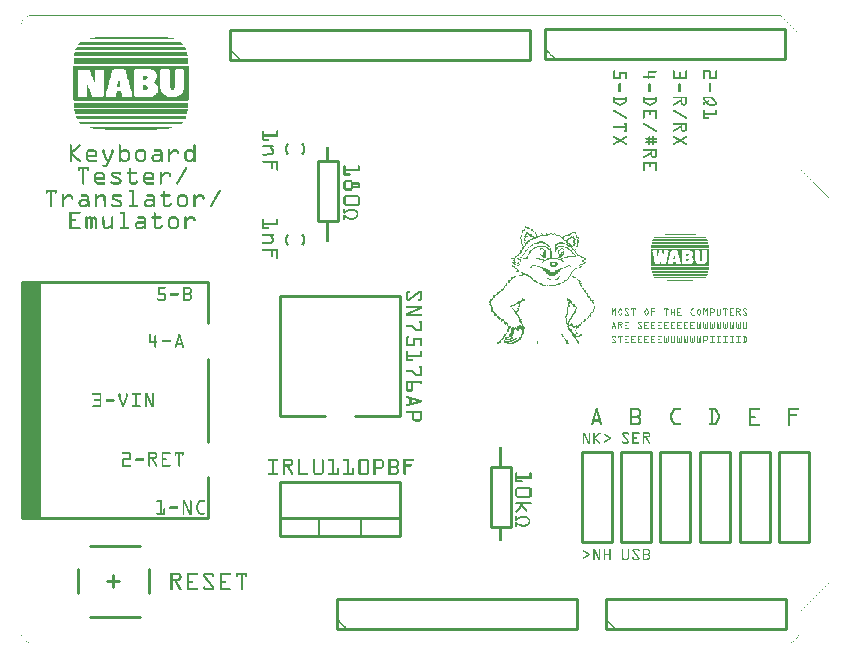
<source format=gto>
G04 MADE WITH FRITZING*
G04 WWW.FRITZING.ORG*
G04 DOUBLE SIDED*
G04 HOLES PLATED*
G04 CONTOUR ON CENTER OF CONTOUR VECTOR*
%ASAXBY*%
%FSLAX23Y23*%
%MOIN*%
%OFA0B0*%
%SFA1.0B1.0*%
%ADD10C,0.010000*%
%ADD11C,0.015000*%
%ADD12C,0.005000*%
%ADD13R,0.001000X0.001000*%
%LNSILK1*%
G90*
G70*
G54D10*
X1758Y1954D02*
X2558Y1954D01*
D02*
X2558Y1954D02*
X2558Y2054D01*
D02*
X2558Y2054D02*
X1758Y2054D01*
D02*
X1758Y2054D02*
X1758Y1954D01*
D02*
X1959Y54D02*
X2559Y54D01*
D02*
X2559Y54D02*
X2559Y154D01*
D02*
X2559Y154D02*
X1959Y154D01*
D02*
X1959Y154D02*
X1959Y54D01*
D02*
X1063Y55D02*
X1863Y55D01*
D02*
X1863Y55D02*
X1863Y155D01*
D02*
X1863Y155D02*
X1063Y155D01*
D02*
X1063Y155D02*
X1063Y55D01*
D02*
X707Y1953D02*
X1707Y1953D01*
D02*
X1707Y1953D02*
X1707Y2053D01*
D02*
X1707Y2053D02*
X707Y2053D01*
D02*
X707Y2053D02*
X707Y1953D01*
D02*
X2274Y646D02*
X2274Y346D01*
D02*
X2274Y346D02*
X2374Y346D01*
D02*
X2374Y346D02*
X2374Y646D01*
D02*
X2374Y646D02*
X2274Y646D01*
D02*
X2142Y645D02*
X2142Y345D01*
D02*
X2142Y345D02*
X2242Y345D01*
D02*
X2242Y345D02*
X2242Y645D01*
D02*
X2242Y645D02*
X2142Y645D01*
D02*
X2012Y646D02*
X2012Y346D01*
D02*
X2012Y346D02*
X2112Y346D01*
D02*
X2112Y346D02*
X2112Y646D01*
D02*
X2112Y646D02*
X2012Y646D01*
D02*
X1881Y646D02*
X1881Y346D01*
D02*
X1881Y346D02*
X1981Y346D01*
D02*
X1981Y346D02*
X1981Y646D01*
D02*
X1981Y646D02*
X1881Y646D01*
D02*
X635Y1074D02*
X635Y1212D01*
D02*
X635Y1212D02*
X13Y1212D01*
D02*
X13Y1212D02*
X13Y424D01*
D02*
X13Y424D02*
X635Y424D01*
D02*
X635Y424D02*
X635Y562D01*
D02*
X635Y956D02*
X635Y680D01*
G54D11*
D02*
X18Y1207D02*
X18Y429D01*
D02*
X18Y429D02*
X28Y429D01*
D02*
X28Y429D02*
X28Y1207D01*
D02*
X28Y1207D02*
X38Y1207D01*
D02*
X38Y1207D02*
X38Y429D01*
D02*
X38Y429D02*
X48Y429D01*
D02*
X48Y429D02*
X48Y1207D01*
D02*
X48Y1207D02*
X58Y1207D01*
D02*
X58Y1207D02*
X58Y429D01*
D02*
X58Y429D02*
X68Y429D01*
D02*
X68Y429D02*
X68Y1207D01*
G54D10*
D02*
X436Y254D02*
X436Y175D01*
D02*
X239Y332D02*
X406Y332D01*
D02*
X239Y96D02*
X406Y96D01*
D02*
X200Y254D02*
X200Y175D01*
D02*
X318Y234D02*
X318Y194D01*
D02*
X337Y214D02*
X298Y214D01*
D02*
X1644Y595D02*
X1644Y395D01*
D02*
X1644Y395D02*
X1578Y395D01*
D02*
X1578Y395D02*
X1578Y595D01*
D02*
X1578Y595D02*
X1644Y595D01*
D02*
X1274Y764D02*
X1274Y1164D01*
D02*
X1274Y1164D02*
X874Y1164D01*
D02*
X874Y1164D02*
X874Y764D01*
D02*
X1274Y764D02*
X1124Y764D01*
D02*
X1024Y764D02*
X874Y764D01*
D02*
X1275Y365D02*
X875Y365D01*
D02*
X875Y365D02*
X875Y545D01*
D02*
X875Y545D02*
X1275Y545D01*
D02*
X1275Y545D02*
X1275Y365D01*
D02*
X1275Y365D02*
X875Y365D01*
D02*
X875Y365D02*
X875Y425D01*
D02*
X875Y425D02*
X1275Y425D01*
D02*
X1275Y425D02*
X1275Y365D01*
G54D12*
D02*
X1145Y365D02*
X1145Y425D01*
D02*
X1005Y365D02*
X1005Y425D01*
G54D10*
D02*
X1000Y1414D02*
X1000Y1614D01*
D02*
X1000Y1614D02*
X1066Y1614D01*
D02*
X1066Y1614D02*
X1066Y1414D01*
D02*
X1066Y1414D02*
X1000Y1414D01*
D02*
X2538Y645D02*
X2538Y345D01*
D02*
X2538Y345D02*
X2638Y345D01*
D02*
X2638Y345D02*
X2638Y645D01*
D02*
X2638Y645D02*
X2538Y645D01*
D02*
X2406Y644D02*
X2406Y344D01*
D02*
X2406Y344D02*
X2506Y344D01*
D02*
X2506Y344D02*
X2506Y644D01*
D02*
X2506Y644D02*
X2406Y644D01*
G36*
X274Y2030D02*
X274Y2028D01*
X258Y2028D01*
X258Y2026D01*
X249Y2026D01*
X249Y2024D01*
X239Y2024D01*
X239Y2022D01*
X522Y2022D01*
X522Y2024D01*
X511Y2024D01*
X511Y2026D01*
X501Y2026D01*
X501Y2028D01*
X484Y2028D01*
X484Y2030D01*
X274Y2030D01*
G37*
D02*
G36*
X208Y2012D02*
X208Y2010D01*
X206Y2010D01*
X206Y2008D01*
X204Y2008D01*
X204Y2006D01*
X202Y2006D01*
X202Y2003D01*
X550Y2003D01*
X550Y2006D01*
X548Y2006D01*
X548Y2008D01*
X546Y2008D01*
X546Y2010D01*
X544Y2010D01*
X544Y2012D01*
X208Y2012D01*
G37*
D02*
G36*
X196Y1995D02*
X196Y1993D01*
X194Y1993D01*
X194Y1989D01*
X192Y1989D01*
X192Y1985D01*
X561Y1985D01*
X561Y1989D01*
X559Y1989D01*
X559Y1993D01*
X557Y1993D01*
X557Y1995D01*
X196Y1995D01*
G37*
D02*
G36*
X190Y1979D02*
X190Y1975D01*
X188Y1975D01*
X188Y1968D01*
X186Y1968D01*
X186Y1964D01*
X567Y1964D01*
X567Y1968D01*
X565Y1968D01*
X565Y1975D01*
X563Y1975D01*
X563Y1979D01*
X190Y1979D01*
G37*
D02*
G36*
X186Y1958D02*
X186Y1940D01*
X567Y1940D01*
X567Y1958D01*
X186Y1958D01*
G37*
D02*
G36*
X186Y1933D02*
X186Y1931D01*
X183Y1931D01*
X183Y1921D01*
X552Y1921D01*
X552Y1919D01*
X555Y1919D01*
X555Y1851D01*
X552Y1851D01*
X552Y1847D01*
X550Y1847D01*
X550Y1843D01*
X548Y1843D01*
X548Y1841D01*
X546Y1841D01*
X546Y1839D01*
X544Y1839D01*
X544Y1836D01*
X540Y1836D01*
X540Y1834D01*
X536Y1834D01*
X536Y1832D01*
X532Y1832D01*
X532Y1830D01*
X569Y1830D01*
X569Y1931D01*
X567Y1931D01*
X567Y1933D01*
X186Y1933D01*
G37*
D02*
G36*
X183Y1921D02*
X183Y1919D01*
X284Y1919D01*
X284Y1917D01*
X287Y1917D01*
X287Y1832D01*
X284Y1832D01*
X284Y1830D01*
X295Y1830D01*
X295Y1832D01*
X293Y1832D01*
X293Y1841D01*
X295Y1841D01*
X295Y1849D01*
X297Y1849D01*
X297Y1855D01*
X299Y1855D01*
X299Y1863D01*
X301Y1863D01*
X301Y1869D01*
X303Y1869D01*
X303Y1878D01*
X305Y1878D01*
X305Y1886D01*
X307Y1886D01*
X307Y1892D01*
X309Y1892D01*
X309Y1900D01*
X311Y1900D01*
X311Y1909D01*
X313Y1909D01*
X313Y1915D01*
X315Y1915D01*
X315Y1917D01*
X317Y1917D01*
X317Y1919D01*
X322Y1919D01*
X322Y1921D01*
X183Y1921D01*
G37*
D02*
G36*
X353Y1921D02*
X353Y1919D01*
X357Y1919D01*
X357Y1917D01*
X359Y1917D01*
X359Y1911D01*
X361Y1911D01*
X361Y1904D01*
X363Y1904D01*
X363Y1896D01*
X365Y1896D01*
X365Y1890D01*
X367Y1890D01*
X367Y1884D01*
X369Y1884D01*
X369Y1876D01*
X371Y1876D01*
X371Y1869D01*
X373Y1869D01*
X373Y1861D01*
X375Y1861D01*
X375Y1855D01*
X377Y1855D01*
X377Y1847D01*
X379Y1847D01*
X379Y1841D01*
X381Y1841D01*
X381Y1832D01*
X379Y1832D01*
X379Y1830D01*
X390Y1830D01*
X390Y1832D01*
X388Y1832D01*
X388Y1919D01*
X390Y1919D01*
X390Y1921D01*
X353Y1921D01*
G37*
D02*
G36*
X445Y1921D02*
X445Y1919D01*
X449Y1919D01*
X449Y1917D01*
X454Y1917D01*
X454Y1915D01*
X456Y1915D01*
X456Y1913D01*
X458Y1913D01*
X458Y1911D01*
X460Y1911D01*
X460Y1909D01*
X462Y1909D01*
X462Y1904D01*
X464Y1904D01*
X464Y1892D01*
X462Y1892D01*
X462Y1886D01*
X460Y1886D01*
X460Y1884D01*
X458Y1884D01*
X458Y1882D01*
X456Y1882D01*
X456Y1880D01*
X454Y1880D01*
X454Y1876D01*
X456Y1876D01*
X456Y1874D01*
X458Y1874D01*
X458Y1872D01*
X460Y1872D01*
X460Y1869D01*
X462Y1869D01*
X462Y1867D01*
X464Y1867D01*
X464Y1865D01*
X466Y1865D01*
X466Y1859D01*
X468Y1859D01*
X468Y1849D01*
X466Y1849D01*
X466Y1843D01*
X464Y1843D01*
X464Y1841D01*
X462Y1841D01*
X462Y1839D01*
X460Y1839D01*
X460Y1836D01*
X458Y1836D01*
X458Y1834D01*
X454Y1834D01*
X454Y1832D01*
X449Y1832D01*
X449Y1830D01*
X497Y1830D01*
X497Y1832D01*
X493Y1832D01*
X493Y1834D01*
X489Y1834D01*
X489Y1836D01*
X486Y1836D01*
X486Y1839D01*
X484Y1839D01*
X484Y1841D01*
X482Y1841D01*
X482Y1843D01*
X480Y1843D01*
X480Y1845D01*
X478Y1845D01*
X478Y1849D01*
X476Y1849D01*
X476Y1855D01*
X474Y1855D01*
X474Y1919D01*
X476Y1919D01*
X476Y1921D01*
X445Y1921D01*
G37*
D02*
G36*
X505Y1921D02*
X505Y1919D01*
X507Y1919D01*
X507Y1859D01*
X509Y1859D01*
X509Y1853D01*
X511Y1853D01*
X511Y1851D01*
X519Y1851D01*
X519Y1853D01*
X522Y1853D01*
X522Y1859D01*
X524Y1859D01*
X524Y1919D01*
X526Y1919D01*
X526Y1921D01*
X505Y1921D01*
G37*
D02*
G36*
X183Y1919D02*
X183Y1830D01*
X202Y1830D01*
X202Y1832D01*
X200Y1832D01*
X200Y1917D01*
X202Y1917D01*
X202Y1919D01*
X183Y1919D01*
G37*
D02*
G36*
X237Y1919D02*
X237Y1917D01*
X239Y1917D01*
X239Y1915D01*
X241Y1915D01*
X241Y1911D01*
X243Y1911D01*
X243Y1904D01*
X245Y1904D01*
X245Y1900D01*
X247Y1900D01*
X247Y1894D01*
X249Y1894D01*
X249Y1890D01*
X252Y1890D01*
X252Y1884D01*
X254Y1884D01*
X254Y1880D01*
X256Y1880D01*
X256Y1878D01*
X258Y1878D01*
X258Y1917D01*
X260Y1917D01*
X260Y1919D01*
X237Y1919D01*
G37*
D02*
G36*
X231Y1869D02*
X231Y1832D01*
X229Y1832D01*
X229Y1830D01*
X247Y1830D01*
X247Y1834D01*
X245Y1834D01*
X245Y1839D01*
X243Y1839D01*
X243Y1845D01*
X241Y1845D01*
X241Y1849D01*
X239Y1849D01*
X239Y1855D01*
X237Y1855D01*
X237Y1859D01*
X235Y1859D01*
X235Y1865D01*
X233Y1865D01*
X233Y1869D01*
X231Y1869D01*
G37*
D02*
G36*
X330Y1847D02*
X330Y1843D01*
X328Y1843D01*
X328Y1834D01*
X326Y1834D01*
X326Y1830D01*
X348Y1830D01*
X348Y1834D01*
X346Y1834D01*
X346Y1843D01*
X344Y1843D01*
X344Y1847D01*
X330Y1847D01*
G37*
D02*
G36*
X183Y1830D02*
X183Y1828D01*
X569Y1828D01*
X569Y1830D01*
X183Y1830D01*
G37*
D02*
G36*
X183Y1830D02*
X183Y1828D01*
X569Y1828D01*
X569Y1830D01*
X183Y1830D01*
G37*
D02*
G36*
X183Y1830D02*
X183Y1828D01*
X569Y1828D01*
X569Y1830D01*
X183Y1830D01*
G37*
D02*
G36*
X183Y1830D02*
X183Y1828D01*
X569Y1828D01*
X569Y1830D01*
X183Y1830D01*
G37*
D02*
G36*
X183Y1830D02*
X183Y1828D01*
X569Y1828D01*
X569Y1830D01*
X183Y1830D01*
G37*
D02*
G36*
X183Y1830D02*
X183Y1828D01*
X569Y1828D01*
X569Y1830D01*
X183Y1830D01*
G37*
D02*
G36*
X183Y1830D02*
X183Y1828D01*
X569Y1828D01*
X569Y1830D01*
X183Y1830D01*
G37*
D02*
G36*
X183Y1828D02*
X183Y1818D01*
X186Y1818D01*
X186Y1816D01*
X567Y1816D01*
X567Y1818D01*
X569Y1818D01*
X569Y1828D01*
X183Y1828D01*
G37*
D02*
G36*
X416Y1900D02*
X416Y1886D01*
X427Y1886D01*
X427Y1888D01*
X431Y1888D01*
X431Y1892D01*
X433Y1892D01*
X433Y1896D01*
X431Y1896D01*
X431Y1898D01*
X429Y1898D01*
X429Y1900D01*
X416Y1900D01*
G37*
D02*
G36*
X336Y1888D02*
X336Y1882D01*
X334Y1882D01*
X334Y1872D01*
X332Y1872D01*
X332Y1863D01*
X342Y1863D01*
X342Y1872D01*
X340Y1872D01*
X340Y1882D01*
X338Y1882D01*
X338Y1888D01*
X336Y1888D01*
G37*
D02*
G36*
X416Y1867D02*
X416Y1851D01*
X429Y1851D01*
X429Y1853D01*
X431Y1853D01*
X431Y1855D01*
X433Y1855D01*
X433Y1863D01*
X431Y1863D01*
X431Y1865D01*
X427Y1865D01*
X427Y1867D01*
X416Y1867D01*
G37*
D02*
G36*
X186Y1810D02*
X186Y1793D01*
X567Y1793D01*
X567Y1810D01*
X186Y1810D01*
G37*
D02*
G36*
X188Y1787D02*
X188Y1783D01*
X190Y1783D01*
X190Y1777D01*
X192Y1777D01*
X192Y1773D01*
X563Y1773D01*
X563Y1777D01*
X565Y1777D01*
X565Y1783D01*
X567Y1783D01*
X567Y1787D01*
X188Y1787D01*
G37*
D02*
G36*
X194Y1764D02*
X194Y1760D01*
X196Y1760D01*
X196Y1756D01*
X198Y1756D01*
X198Y1754D01*
X557Y1754D01*
X557Y1756D01*
X559Y1756D01*
X559Y1760D01*
X561Y1760D01*
X561Y1764D01*
X194Y1764D01*
G37*
D02*
G36*
X202Y1746D02*
X202Y1744D01*
X204Y1744D01*
X204Y1742D01*
X206Y1742D01*
X206Y1740D01*
X208Y1740D01*
X208Y1738D01*
X546Y1738D01*
X546Y1740D01*
X548Y1740D01*
X548Y1742D01*
X550Y1742D01*
X550Y1744D01*
X552Y1744D01*
X552Y1746D01*
X202Y1746D01*
G37*
D02*
G36*
X239Y1727D02*
X239Y1725D01*
X249Y1725D01*
X249Y1723D01*
X270Y1723D01*
X270Y1721D01*
X291Y1721D01*
X291Y1719D01*
X464Y1719D01*
X464Y1721D01*
X491Y1721D01*
X491Y1723D01*
X505Y1723D01*
X505Y1725D01*
X513Y1725D01*
X513Y1727D01*
X239Y1727D01*
G37*
D02*
G36*
X2156Y1371D02*
X2156Y1370D01*
X2148Y1370D01*
X2148Y1369D01*
X2144Y1369D01*
X2144Y1368D01*
X2139Y1368D01*
X2139Y1367D01*
X2280Y1367D01*
X2280Y1368D01*
X2275Y1368D01*
X2275Y1369D01*
X2270Y1369D01*
X2270Y1370D01*
X2262Y1370D01*
X2262Y1371D01*
X2156Y1371D01*
G37*
D02*
G36*
X2124Y1362D02*
X2124Y1361D01*
X2122Y1361D01*
X2122Y1360D01*
X2121Y1360D01*
X2121Y1359D01*
X2120Y1359D01*
X2120Y1358D01*
X2295Y1358D01*
X2295Y1359D01*
X2294Y1359D01*
X2294Y1360D01*
X2293Y1360D01*
X2293Y1361D01*
X2291Y1361D01*
X2291Y1362D01*
X2124Y1362D01*
G37*
D02*
G36*
X2117Y1354D02*
X2117Y1353D01*
X2116Y1353D01*
X2116Y1351D01*
X2115Y1351D01*
X2115Y1349D01*
X2300Y1349D01*
X2300Y1351D01*
X2299Y1351D01*
X2299Y1353D01*
X2298Y1353D01*
X2298Y1354D01*
X2117Y1354D01*
G37*
D02*
G36*
X2114Y1346D02*
X2114Y1344D01*
X2113Y1344D01*
X2113Y1340D01*
X2112Y1340D01*
X2112Y1338D01*
X2303Y1338D01*
X2303Y1340D01*
X2302Y1340D01*
X2302Y1344D01*
X2301Y1344D01*
X2301Y1346D01*
X2114Y1346D01*
G37*
D02*
G36*
X2112Y1335D02*
X2112Y1326D01*
X2303Y1326D01*
X2303Y1335D01*
X2112Y1335D01*
G37*
D02*
G36*
X2112Y1323D02*
X2112Y1322D01*
X2111Y1322D01*
X2111Y1317D01*
X2296Y1317D01*
X2296Y1316D01*
X2297Y1316D01*
X2297Y1282D01*
X2296Y1282D01*
X2296Y1280D01*
X2295Y1280D01*
X2295Y1278D01*
X2294Y1278D01*
X2294Y1277D01*
X2293Y1277D01*
X2293Y1276D01*
X2291Y1276D01*
X2291Y1275D01*
X2289Y1275D01*
X2289Y1273D01*
X2287Y1273D01*
X2287Y1272D01*
X2285Y1272D01*
X2285Y1271D01*
X2304Y1271D01*
X2304Y1322D01*
X2303Y1322D01*
X2303Y1323D01*
X2112Y1323D01*
G37*
D02*
G36*
X2111Y1317D02*
X2111Y1271D01*
X2126Y1271D01*
X2126Y1272D01*
X2125Y1272D01*
X2125Y1273D01*
X2124Y1273D01*
X2124Y1278D01*
X2122Y1278D01*
X2122Y1283D01*
X2121Y1283D01*
X2121Y1289D01*
X2120Y1289D01*
X2120Y1294D01*
X2119Y1294D01*
X2119Y1299D01*
X2118Y1299D01*
X2118Y1303D01*
X2117Y1303D01*
X2117Y1309D01*
X2116Y1309D01*
X2116Y1312D01*
X2115Y1312D01*
X2115Y1316D01*
X2116Y1316D01*
X2116Y1317D01*
X2111Y1317D01*
G37*
D02*
G36*
X2129Y1317D02*
X2129Y1316D01*
X2130Y1316D01*
X2130Y1311D01*
X2131Y1311D01*
X2131Y1304D01*
X2132Y1304D01*
X2132Y1299D01*
X2133Y1299D01*
X2133Y1296D01*
X2134Y1296D01*
X2134Y1302D01*
X2135Y1302D01*
X2135Y1309D01*
X2136Y1309D01*
X2136Y1315D01*
X2137Y1315D01*
X2137Y1317D01*
X2129Y1317D01*
G37*
D02*
G36*
X2147Y1317D02*
X2147Y1315D01*
X2148Y1315D01*
X2148Y1309D01*
X2149Y1309D01*
X2149Y1302D01*
X2150Y1302D01*
X2150Y1296D01*
X2151Y1296D01*
X2151Y1299D01*
X2152Y1299D01*
X2152Y1304D01*
X2153Y1304D01*
X2153Y1311D01*
X2154Y1311D01*
X2154Y1316D01*
X2155Y1316D01*
X2155Y1317D01*
X2147Y1317D01*
G37*
D02*
G36*
X2168Y1317D02*
X2168Y1316D01*
X2169Y1316D01*
X2169Y1312D01*
X2168Y1312D01*
X2168Y1308D01*
X2167Y1308D01*
X2167Y1300D01*
X2166Y1300D01*
X2166Y1295D01*
X2165Y1295D01*
X2165Y1290D01*
X2164Y1290D01*
X2164Y1284D01*
X2163Y1284D01*
X2163Y1279D01*
X2162Y1279D01*
X2162Y1275D01*
X2161Y1275D01*
X2161Y1273D01*
X2160Y1273D01*
X2160Y1272D01*
X2159Y1272D01*
X2159Y1271D01*
X2167Y1271D01*
X2167Y1272D01*
X2166Y1272D01*
X2166Y1277D01*
X2167Y1277D01*
X2167Y1281D01*
X2168Y1281D01*
X2168Y1284D01*
X2169Y1284D01*
X2169Y1288D01*
X2170Y1288D01*
X2170Y1291D01*
X2171Y1291D01*
X2171Y1295D01*
X2172Y1295D01*
X2172Y1299D01*
X2173Y1299D01*
X2173Y1302D01*
X2174Y1302D01*
X2174Y1306D01*
X2175Y1306D01*
X2175Y1311D01*
X2176Y1311D01*
X2176Y1314D01*
X2177Y1314D01*
X2177Y1315D01*
X2178Y1315D01*
X2178Y1316D01*
X2180Y1316D01*
X2180Y1317D01*
X2168Y1317D01*
G37*
D02*
G36*
X2196Y1317D02*
X2196Y1316D01*
X2198Y1316D01*
X2198Y1315D01*
X2199Y1315D01*
X2199Y1312D01*
X2200Y1312D01*
X2200Y1309D01*
X2201Y1309D01*
X2201Y1304D01*
X2202Y1304D01*
X2202Y1301D01*
X2203Y1301D01*
X2203Y1298D01*
X2204Y1298D01*
X2204Y1294D01*
X2205Y1294D01*
X2205Y1291D01*
X2206Y1291D01*
X2206Y1287D01*
X2207Y1287D01*
X2207Y1284D01*
X2208Y1284D01*
X2208Y1280D01*
X2209Y1280D01*
X2209Y1277D01*
X2210Y1277D01*
X2210Y1272D01*
X2209Y1272D01*
X2209Y1271D01*
X2214Y1271D01*
X2214Y1272D01*
X2213Y1272D01*
X2213Y1316D01*
X2214Y1316D01*
X2214Y1317D01*
X2196Y1317D01*
G37*
D02*
G36*
X2242Y1317D02*
X2242Y1316D01*
X2244Y1316D01*
X2244Y1315D01*
X2246Y1315D01*
X2246Y1314D01*
X2247Y1314D01*
X2247Y1313D01*
X2248Y1313D01*
X2248Y1312D01*
X2249Y1312D01*
X2249Y1311D01*
X2250Y1311D01*
X2250Y1309D01*
X2251Y1309D01*
X2251Y1302D01*
X2250Y1302D01*
X2250Y1299D01*
X2249Y1299D01*
X2249Y1298D01*
X2248Y1298D01*
X2248Y1297D01*
X2247Y1297D01*
X2247Y1296D01*
X2246Y1296D01*
X2246Y1294D01*
X2247Y1294D01*
X2247Y1293D01*
X2248Y1293D01*
X2248Y1292D01*
X2249Y1292D01*
X2249Y1291D01*
X2250Y1291D01*
X2250Y1290D01*
X2251Y1290D01*
X2251Y1289D01*
X2252Y1289D01*
X2252Y1286D01*
X2253Y1286D01*
X2253Y1281D01*
X2252Y1281D01*
X2252Y1278D01*
X2251Y1278D01*
X2251Y1277D01*
X2250Y1277D01*
X2250Y1276D01*
X2249Y1276D01*
X2249Y1275D01*
X2248Y1275D01*
X2248Y1273D01*
X2246Y1273D01*
X2246Y1272D01*
X2244Y1272D01*
X2244Y1271D01*
X2268Y1271D01*
X2268Y1272D01*
X2266Y1272D01*
X2266Y1273D01*
X2264Y1273D01*
X2264Y1275D01*
X2263Y1275D01*
X2263Y1276D01*
X2262Y1276D01*
X2262Y1277D01*
X2261Y1277D01*
X2261Y1278D01*
X2260Y1278D01*
X2260Y1279D01*
X2259Y1279D01*
X2259Y1281D01*
X2257Y1281D01*
X2257Y1284D01*
X2256Y1284D01*
X2256Y1316D01*
X2257Y1316D01*
X2257Y1317D01*
X2242Y1317D01*
G37*
D02*
G36*
X2272Y1317D02*
X2272Y1316D01*
X2273Y1316D01*
X2273Y1286D01*
X2274Y1286D01*
X2274Y1283D01*
X2275Y1283D01*
X2275Y1282D01*
X2279Y1282D01*
X2279Y1283D01*
X2280Y1283D01*
X2280Y1286D01*
X2281Y1286D01*
X2281Y1316D01*
X2282Y1316D01*
X2282Y1317D01*
X2272Y1317D01*
G37*
D02*
G36*
X2142Y1280D02*
X2142Y1278D01*
X2141Y1278D01*
X2141Y1275D01*
X2140Y1275D01*
X2140Y1272D01*
X2138Y1272D01*
X2138Y1271D01*
X2146Y1271D01*
X2146Y1272D01*
X2145Y1272D01*
X2145Y1273D01*
X2144Y1273D01*
X2144Y1277D01*
X2143Y1277D01*
X2143Y1280D01*
X2142Y1280D01*
G37*
D02*
G36*
X2184Y1280D02*
X2184Y1278D01*
X2183Y1278D01*
X2183Y1273D01*
X2182Y1273D01*
X2182Y1271D01*
X2194Y1271D01*
X2194Y1273D01*
X2193Y1273D01*
X2193Y1278D01*
X2192Y1278D01*
X2192Y1280D01*
X2184Y1280D01*
G37*
D02*
G36*
X2111Y1271D02*
X2111Y1270D01*
X2304Y1270D01*
X2304Y1271D01*
X2111Y1271D01*
G37*
D02*
G36*
X2111Y1271D02*
X2111Y1270D01*
X2304Y1270D01*
X2304Y1271D01*
X2111Y1271D01*
G37*
D02*
G36*
X2111Y1271D02*
X2111Y1270D01*
X2304Y1270D01*
X2304Y1271D01*
X2111Y1271D01*
G37*
D02*
G36*
X2111Y1271D02*
X2111Y1270D01*
X2304Y1270D01*
X2304Y1271D01*
X2111Y1271D01*
G37*
D02*
G36*
X2111Y1271D02*
X2111Y1270D01*
X2304Y1270D01*
X2304Y1271D01*
X2111Y1271D01*
G37*
D02*
G36*
X2111Y1271D02*
X2111Y1270D01*
X2304Y1270D01*
X2304Y1271D01*
X2111Y1271D01*
G37*
D02*
G36*
X2111Y1271D02*
X2111Y1270D01*
X2304Y1270D01*
X2304Y1271D01*
X2111Y1271D01*
G37*
D02*
G36*
X2111Y1270D02*
X2111Y1265D01*
X2112Y1265D01*
X2112Y1264D01*
X2303Y1264D01*
X2303Y1265D01*
X2304Y1265D01*
X2304Y1270D01*
X2111Y1270D01*
G37*
D02*
G36*
X2228Y1306D02*
X2228Y1299D01*
X2233Y1299D01*
X2233Y1300D01*
X2235Y1300D01*
X2235Y1302D01*
X2236Y1302D01*
X2236Y1304D01*
X2235Y1304D01*
X2235Y1305D01*
X2234Y1305D01*
X2234Y1306D01*
X2228Y1306D01*
G37*
D02*
G36*
X2187Y1300D02*
X2187Y1297D01*
X2186Y1297D01*
X2186Y1292D01*
X2185Y1292D01*
X2185Y1288D01*
X2190Y1288D01*
X2190Y1292D01*
X2189Y1292D01*
X2189Y1297D01*
X2188Y1297D01*
X2188Y1300D01*
X2187Y1300D01*
G37*
D02*
G36*
X2228Y1290D02*
X2228Y1282D01*
X2234Y1282D01*
X2234Y1283D01*
X2235Y1283D01*
X2235Y1284D01*
X2236Y1284D01*
X2236Y1288D01*
X2235Y1288D01*
X2235Y1289D01*
X2233Y1289D01*
X2233Y1290D01*
X2228Y1290D01*
G37*
D02*
G36*
X2112Y1261D02*
X2112Y1253D01*
X2303Y1253D01*
X2303Y1261D01*
X2112Y1261D01*
G37*
D02*
G36*
X2113Y1250D02*
X2113Y1248D01*
X2114Y1248D01*
X2114Y1245D01*
X2115Y1245D01*
X2115Y1243D01*
X2301Y1243D01*
X2301Y1245D01*
X2302Y1245D01*
X2302Y1248D01*
X2303Y1248D01*
X2303Y1250D01*
X2113Y1250D01*
G37*
D02*
G36*
X2116Y1238D02*
X2116Y1236D01*
X2117Y1236D01*
X2117Y1234D01*
X2118Y1234D01*
X2118Y1233D01*
X2298Y1233D01*
X2298Y1234D01*
X2299Y1234D01*
X2299Y1236D01*
X2300Y1236D01*
X2300Y1238D01*
X2116Y1238D01*
G37*
D02*
G36*
X2120Y1229D02*
X2120Y1228D01*
X2121Y1228D01*
X2121Y1227D01*
X2122Y1227D01*
X2122Y1226D01*
X2124Y1226D01*
X2124Y1225D01*
X2293Y1225D01*
X2293Y1226D01*
X2294Y1226D01*
X2294Y1227D01*
X2295Y1227D01*
X2295Y1228D01*
X2296Y1228D01*
X2296Y1229D01*
X2120Y1229D01*
G37*
D02*
G36*
X2139Y1220D02*
X2139Y1219D01*
X2144Y1219D01*
X2144Y1218D01*
X2154Y1218D01*
X2154Y1217D01*
X2165Y1217D01*
X2165Y1216D01*
X2251Y1216D01*
X2251Y1217D01*
X2265Y1217D01*
X2265Y1218D01*
X2272Y1218D01*
X2272Y1219D01*
X2276Y1219D01*
X2276Y1220D01*
X2139Y1220D01*
G37*
D02*
G36*
X1689Y1398D02*
X1689Y1392D01*
X1697Y1392D01*
X1697Y1390D01*
X1705Y1390D01*
X1705Y1387D01*
X1710Y1387D01*
X1710Y1390D01*
X1708Y1390D01*
X1708Y1392D01*
X1705Y1392D01*
X1705Y1395D01*
X1695Y1395D01*
X1695Y1398D01*
X1689Y1398D01*
G37*
D02*
G36*
X1689Y1392D02*
X1689Y1387D01*
X1692Y1387D01*
X1692Y1392D01*
X1689Y1392D01*
G37*
D02*
G36*
X1687Y1387D02*
X1687Y1385D01*
X1682Y1385D01*
X1682Y1377D01*
X1679Y1377D01*
X1679Y1369D01*
X1676Y1369D01*
X1676Y1361D01*
X1679Y1361D01*
X1679Y1366D01*
X1682Y1366D01*
X1682Y1374D01*
X1684Y1374D01*
X1684Y1382D01*
X1689Y1382D01*
X1689Y1387D01*
X1687Y1387D01*
G37*
D02*
G36*
X1710Y1387D02*
X1710Y1382D01*
X1716Y1382D01*
X1716Y1379D01*
X1721Y1379D01*
X1721Y1382D01*
X1718Y1382D01*
X1718Y1385D01*
X1716Y1385D01*
X1716Y1387D01*
X1710Y1387D01*
G37*
D02*
G36*
X1697Y1379D02*
X1697Y1377D01*
X1695Y1377D01*
X1695Y1371D01*
X1702Y1371D01*
X1702Y1369D01*
X1705Y1369D01*
X1705Y1364D01*
X1713Y1364D01*
X1713Y1371D01*
X1705Y1371D01*
X1705Y1374D01*
X1702Y1374D01*
X1702Y1377D01*
X1700Y1377D01*
X1700Y1379D01*
X1697Y1379D01*
G37*
D02*
G36*
X1692Y1371D02*
X1692Y1369D01*
X1689Y1369D01*
X1689Y1366D01*
X1692Y1366D01*
X1692Y1364D01*
X1687Y1364D01*
X1687Y1361D01*
X1689Y1361D01*
X1689Y1358D01*
X1687Y1358D01*
X1687Y1353D01*
X1689Y1353D01*
X1689Y1351D01*
X1687Y1351D01*
X1687Y1348D01*
X1689Y1348D01*
X1689Y1345D01*
X1687Y1345D01*
X1687Y1343D01*
X1692Y1343D01*
X1692Y1348D01*
X1695Y1348D01*
X1695Y1353D01*
X1692Y1353D01*
X1692Y1358D01*
X1695Y1358D01*
X1695Y1361D01*
X1700Y1361D01*
X1700Y1364D01*
X1697Y1364D01*
X1697Y1366D01*
X1695Y1366D01*
X1695Y1369D01*
X1697Y1369D01*
X1697Y1371D01*
X1692Y1371D01*
G37*
D02*
G36*
X1747Y1371D02*
X1747Y1369D01*
X1742Y1369D01*
X1742Y1366D01*
X1736Y1366D01*
X1736Y1364D01*
X1747Y1364D01*
X1747Y1366D01*
X1749Y1366D01*
X1749Y1369D01*
X1752Y1369D01*
X1752Y1371D01*
X1747Y1371D01*
G37*
D02*
G36*
X1716Y1366D02*
X1716Y1364D01*
X1718Y1364D01*
X1718Y1366D01*
X1716Y1366D01*
G37*
D02*
G36*
X1729Y1366D02*
X1729Y1364D01*
X1731Y1364D01*
X1731Y1366D01*
X1729Y1366D01*
G37*
D02*
G36*
X1708Y1364D02*
X1708Y1361D01*
X1721Y1361D01*
X1721Y1364D01*
X1708Y1364D01*
G37*
D02*
G36*
X1708Y1364D02*
X1708Y1361D01*
X1721Y1361D01*
X1721Y1364D01*
X1708Y1364D01*
G37*
D02*
G36*
X1726Y1364D02*
X1726Y1361D01*
X1739Y1361D01*
X1739Y1364D01*
X1726Y1364D01*
G37*
D02*
G36*
X1726Y1364D02*
X1726Y1361D01*
X1739Y1361D01*
X1739Y1364D01*
X1726Y1364D01*
G37*
D02*
G36*
X1718Y1361D02*
X1718Y1358D01*
X1734Y1358D01*
X1734Y1361D01*
X1718Y1361D01*
G37*
D02*
G36*
X1718Y1361D02*
X1718Y1358D01*
X1734Y1358D01*
X1734Y1361D01*
X1718Y1361D01*
G37*
D02*
G36*
X1713Y1358D02*
X1713Y1356D01*
X1708Y1356D01*
X1708Y1353D01*
X1705Y1353D01*
X1705Y1351D01*
X1700Y1351D01*
X1700Y1348D01*
X1697Y1348D01*
X1697Y1345D01*
X1695Y1345D01*
X1695Y1343D01*
X1702Y1343D01*
X1702Y1345D01*
X1708Y1345D01*
X1708Y1351D01*
X1716Y1351D01*
X1716Y1353D01*
X1718Y1353D01*
X1718Y1356D01*
X1726Y1356D01*
X1726Y1358D01*
X1713Y1358D01*
G37*
D02*
G36*
X1689Y1343D02*
X1689Y1340D01*
X1702Y1340D01*
X1702Y1343D01*
X1689Y1343D01*
G37*
D02*
G36*
X1689Y1343D02*
X1689Y1340D01*
X1702Y1340D01*
X1702Y1343D01*
X1689Y1343D01*
G37*
D02*
G36*
X1692Y1340D02*
X1692Y1338D01*
X1689Y1338D01*
X1689Y1332D01*
X1684Y1332D01*
X1684Y1327D01*
X1682Y1327D01*
X1682Y1319D01*
X1679Y1319D01*
X1679Y1317D01*
X1674Y1317D01*
X1674Y1309D01*
X1671Y1309D01*
X1671Y1306D01*
X1676Y1306D01*
X1676Y1309D01*
X1679Y1309D01*
X1679Y1314D01*
X1682Y1314D01*
X1682Y1317D01*
X1684Y1317D01*
X1684Y1322D01*
X1687Y1322D01*
X1687Y1327D01*
X1689Y1327D01*
X1689Y1330D01*
X1692Y1330D01*
X1692Y1332D01*
X1695Y1332D01*
X1695Y1338D01*
X1700Y1338D01*
X1700Y1340D01*
X1692Y1340D01*
G37*
D02*
G36*
X1721Y1379D02*
X1721Y1377D01*
X1723Y1377D01*
X1723Y1379D01*
X1721Y1379D01*
G37*
D02*
G36*
X1848Y1379D02*
X1848Y1377D01*
X1851Y1377D01*
X1851Y1379D01*
X1848Y1379D01*
G37*
D02*
G36*
X1854Y1379D02*
X1854Y1377D01*
X1856Y1377D01*
X1856Y1379D01*
X1854Y1379D01*
G37*
D02*
G36*
X1848Y1377D02*
X1848Y1374D01*
X1859Y1374D01*
X1859Y1377D01*
X1848Y1377D01*
G37*
D02*
G36*
X1848Y1377D02*
X1848Y1374D01*
X1859Y1374D01*
X1859Y1377D01*
X1848Y1377D01*
G37*
D02*
G36*
X1856Y1374D02*
X1856Y1371D01*
X1859Y1371D01*
X1859Y1374D01*
X1856Y1374D01*
G37*
D02*
G36*
X1723Y1377D02*
X1723Y1371D01*
X1726Y1371D01*
X1726Y1377D01*
X1723Y1377D01*
G37*
D02*
G36*
X1789Y1377D02*
X1789Y1374D01*
X1786Y1374D01*
X1786Y1371D01*
X1789Y1371D01*
X1789Y1369D01*
X1794Y1369D01*
X1794Y1371D01*
X1791Y1371D01*
X1791Y1377D01*
X1789Y1377D01*
G37*
D02*
G36*
X1744Y1374D02*
X1744Y1371D01*
X1747Y1371D01*
X1747Y1374D01*
X1744Y1374D01*
G37*
D02*
G36*
X1773Y1377D02*
X1773Y1371D01*
X1781Y1371D01*
X1781Y1374D01*
X1775Y1374D01*
X1775Y1377D01*
X1773Y1377D01*
G37*
D02*
G36*
X1762Y1374D02*
X1762Y1371D01*
X1765Y1371D01*
X1765Y1374D01*
X1762Y1374D01*
G37*
D02*
G36*
X1762Y1371D02*
X1762Y1369D01*
X1775Y1369D01*
X1775Y1371D01*
X1762Y1371D01*
G37*
D02*
G36*
X1762Y1371D02*
X1762Y1369D01*
X1775Y1369D01*
X1775Y1371D01*
X1762Y1371D01*
G37*
D02*
G36*
X1752Y1369D02*
X1752Y1366D01*
X1757Y1366D01*
X1757Y1364D01*
X1762Y1364D01*
X1762Y1366D01*
X1768Y1366D01*
X1768Y1369D01*
X1752Y1369D01*
G37*
D02*
G36*
X1726Y1371D02*
X1726Y1366D01*
X1729Y1366D01*
X1729Y1371D01*
X1726Y1371D01*
G37*
D02*
G36*
X1781Y1371D02*
X1781Y1369D01*
X1786Y1369D01*
X1786Y1371D01*
X1781Y1371D01*
G37*
D02*
G36*
X1799Y1371D02*
X1799Y1369D01*
X1794Y1369D01*
X1794Y1366D01*
X1802Y1366D01*
X1802Y1364D01*
X1807Y1364D01*
X1807Y1361D01*
X1809Y1361D01*
X1809Y1366D01*
X1807Y1366D01*
X1807Y1369D01*
X1802Y1369D01*
X1802Y1371D01*
X1799Y1371D01*
G37*
D02*
G36*
X1859Y1371D02*
X1859Y1366D01*
X1862Y1366D01*
X1862Y1358D01*
X1867Y1358D01*
X1867Y1356D01*
X1869Y1356D01*
X1869Y1361D01*
X1864Y1361D01*
X1864Y1369D01*
X1862Y1369D01*
X1862Y1371D01*
X1859Y1371D01*
G37*
D02*
G36*
X1674Y1361D02*
X1674Y1356D01*
X1676Y1356D01*
X1676Y1361D01*
X1674Y1361D01*
G37*
D02*
G36*
X1676Y1356D02*
X1676Y1340D01*
X1679Y1340D01*
X1679Y1335D01*
X1682Y1335D01*
X1682Y1332D01*
X1684Y1332D01*
X1684Y1338D01*
X1682Y1338D01*
X1682Y1345D01*
X1679Y1345D01*
X1679Y1356D01*
X1676Y1356D01*
G37*
D02*
G36*
X1864Y1356D02*
X1864Y1332D01*
X1862Y1332D01*
X1862Y1327D01*
X1864Y1327D01*
X1864Y1330D01*
X1867Y1330D01*
X1867Y1343D01*
X1869Y1343D01*
X1869Y1345D01*
X1872Y1345D01*
X1872Y1348D01*
X1869Y1348D01*
X1869Y1351D01*
X1867Y1351D01*
X1867Y1356D01*
X1864Y1356D01*
G37*
D02*
G36*
X1736Y1348D02*
X1736Y1345D01*
X1729Y1345D01*
X1729Y1343D01*
X1749Y1343D01*
X1749Y1340D01*
X1757Y1340D01*
X1757Y1338D01*
X1762Y1338D01*
X1762Y1335D01*
X1765Y1335D01*
X1765Y1332D01*
X1768Y1332D01*
X1768Y1330D01*
X1770Y1330D01*
X1770Y1327D01*
X1773Y1327D01*
X1773Y1332D01*
X1770Y1332D01*
X1770Y1335D01*
X1768Y1335D01*
X1768Y1338D01*
X1765Y1338D01*
X1765Y1340D01*
X1762Y1340D01*
X1762Y1343D01*
X1757Y1343D01*
X1757Y1345D01*
X1749Y1345D01*
X1749Y1348D01*
X1736Y1348D01*
G37*
D02*
G36*
X1721Y1343D02*
X1721Y1340D01*
X1716Y1340D01*
X1716Y1338D01*
X1713Y1338D01*
X1713Y1335D01*
X1710Y1335D01*
X1710Y1332D01*
X1716Y1332D01*
X1716Y1335D01*
X1718Y1335D01*
X1718Y1338D01*
X1726Y1338D01*
X1726Y1340D01*
X1736Y1340D01*
X1736Y1343D01*
X1721Y1343D01*
G37*
D02*
G36*
X1708Y1332D02*
X1708Y1330D01*
X1710Y1330D01*
X1710Y1332D01*
X1708Y1332D01*
G37*
D02*
G36*
X1841Y1374D02*
X1841Y1371D01*
X1835Y1371D01*
X1835Y1369D01*
X1825Y1369D01*
X1825Y1366D01*
X1822Y1366D01*
X1822Y1364D01*
X1817Y1364D01*
X1817Y1361D01*
X1809Y1361D01*
X1809Y1358D01*
X1815Y1358D01*
X1815Y1356D01*
X1817Y1356D01*
X1817Y1353D01*
X1822Y1353D01*
X1822Y1358D01*
X1820Y1358D01*
X1820Y1361D01*
X1825Y1361D01*
X1825Y1364D01*
X1828Y1364D01*
X1828Y1366D01*
X1841Y1366D01*
X1841Y1369D01*
X1843Y1369D01*
X1843Y1371D01*
X1848Y1371D01*
X1848Y1374D01*
X1841Y1374D01*
G37*
D02*
G36*
X1843Y1364D02*
X1843Y1361D01*
X1846Y1361D01*
X1846Y1364D01*
X1843Y1364D01*
G37*
D02*
G36*
X1851Y1364D02*
X1851Y1361D01*
X1854Y1361D01*
X1854Y1364D01*
X1851Y1364D01*
G37*
D02*
G36*
X1841Y1361D02*
X1841Y1358D01*
X1854Y1358D01*
X1854Y1361D01*
X1841Y1361D01*
G37*
D02*
G36*
X1841Y1361D02*
X1841Y1358D01*
X1854Y1358D01*
X1854Y1361D01*
X1841Y1361D01*
G37*
D02*
G36*
X1833Y1358D02*
X1833Y1356D01*
X1830Y1356D01*
X1830Y1353D01*
X1838Y1353D01*
X1838Y1356D01*
X1843Y1356D01*
X1843Y1358D01*
X1833Y1358D01*
G37*
D02*
G36*
X1846Y1358D02*
X1846Y1356D01*
X1848Y1356D01*
X1848Y1358D01*
X1846Y1358D01*
G37*
D02*
G36*
X1851Y1358D02*
X1851Y1356D01*
X1854Y1356D01*
X1854Y1353D01*
X1851Y1353D01*
X1851Y1343D01*
X1854Y1343D01*
X1854Y1340D01*
X1851Y1340D01*
X1851Y1332D01*
X1856Y1332D01*
X1856Y1340D01*
X1859Y1340D01*
X1859Y1343D01*
X1856Y1343D01*
X1856Y1351D01*
X1859Y1351D01*
X1859Y1356D01*
X1856Y1356D01*
X1856Y1358D01*
X1851Y1358D01*
G37*
D02*
G36*
X1820Y1353D02*
X1820Y1351D01*
X1833Y1351D01*
X1833Y1353D01*
X1820Y1353D01*
G37*
D02*
G36*
X1820Y1353D02*
X1820Y1351D01*
X1833Y1351D01*
X1833Y1353D01*
X1820Y1353D01*
G37*
D02*
G36*
X1822Y1351D02*
X1822Y1348D01*
X1828Y1348D01*
X1828Y1343D01*
X1830Y1343D01*
X1830Y1340D01*
X1833Y1340D01*
X1833Y1338D01*
X1838Y1338D01*
X1838Y1335D01*
X1843Y1335D01*
X1843Y1340D01*
X1841Y1340D01*
X1841Y1343D01*
X1835Y1343D01*
X1835Y1348D01*
X1833Y1348D01*
X1833Y1351D01*
X1822Y1351D01*
G37*
D02*
G36*
X1804Y1345D02*
X1804Y1343D01*
X1812Y1343D01*
X1812Y1340D01*
X1825Y1340D01*
X1825Y1343D01*
X1817Y1343D01*
X1817Y1345D01*
X1804Y1345D01*
G37*
D02*
G36*
X1796Y1343D02*
X1796Y1340D01*
X1794Y1340D01*
X1794Y1338D01*
X1791Y1338D01*
X1791Y1330D01*
X1789Y1330D01*
X1789Y1327D01*
X1794Y1327D01*
X1794Y1332D01*
X1796Y1332D01*
X1796Y1335D01*
X1799Y1335D01*
X1799Y1338D01*
X1804Y1338D01*
X1804Y1340D01*
X1809Y1340D01*
X1809Y1343D01*
X1796Y1343D01*
G37*
D02*
G36*
X1822Y1340D02*
X1822Y1338D01*
X1830Y1338D01*
X1830Y1340D01*
X1822Y1340D01*
G37*
D02*
G36*
X1828Y1338D02*
X1828Y1335D01*
X1833Y1335D01*
X1833Y1338D01*
X1828Y1338D01*
G37*
D02*
G36*
X1830Y1335D02*
X1830Y1332D01*
X1846Y1332D01*
X1846Y1335D01*
X1830Y1335D01*
G37*
D02*
G36*
X1830Y1335D02*
X1830Y1332D01*
X1846Y1332D01*
X1846Y1335D01*
X1830Y1335D01*
G37*
D02*
G36*
X1731Y1332D02*
X1731Y1330D01*
X1757Y1330D01*
X1757Y1327D01*
X1762Y1327D01*
X1762Y1325D01*
X1765Y1325D01*
X1765Y1322D01*
X1770Y1322D01*
X1770Y1325D01*
X1768Y1325D01*
X1768Y1327D01*
X1765Y1327D01*
X1765Y1330D01*
X1760Y1330D01*
X1760Y1332D01*
X1731Y1332D01*
G37*
D02*
G36*
X1802Y1332D02*
X1802Y1330D01*
X1820Y1330D01*
X1820Y1327D01*
X1825Y1327D01*
X1825Y1325D01*
X1830Y1325D01*
X1830Y1322D01*
X1835Y1322D01*
X1835Y1319D01*
X1838Y1319D01*
X1838Y1317D01*
X1841Y1317D01*
X1841Y1314D01*
X1843Y1314D01*
X1843Y1312D01*
X1846Y1312D01*
X1846Y1309D01*
X1848Y1309D01*
X1848Y1306D01*
X1851Y1306D01*
X1851Y1304D01*
X1854Y1304D01*
X1854Y1301D01*
X1856Y1301D01*
X1856Y1298D01*
X1830Y1298D01*
X1830Y1296D01*
X1820Y1296D01*
X1820Y1293D01*
X1815Y1293D01*
X1815Y1291D01*
X1809Y1291D01*
X1809Y1288D01*
X1817Y1288D01*
X1817Y1291D01*
X1825Y1291D01*
X1825Y1293D01*
X1833Y1293D01*
X1833Y1296D01*
X1862Y1296D01*
X1862Y1298D01*
X1859Y1298D01*
X1859Y1301D01*
X1856Y1301D01*
X1856Y1306D01*
X1854Y1306D01*
X1854Y1309D01*
X1851Y1309D01*
X1851Y1312D01*
X1848Y1312D01*
X1848Y1314D01*
X1846Y1314D01*
X1846Y1317D01*
X1843Y1317D01*
X1843Y1319D01*
X1841Y1319D01*
X1841Y1322D01*
X1838Y1322D01*
X1838Y1325D01*
X1833Y1325D01*
X1833Y1327D01*
X1828Y1327D01*
X1828Y1330D01*
X1822Y1330D01*
X1822Y1332D01*
X1802Y1332D01*
G37*
D02*
G36*
X1835Y1332D02*
X1835Y1330D01*
X1841Y1330D01*
X1841Y1327D01*
X1843Y1327D01*
X1843Y1325D01*
X1848Y1325D01*
X1848Y1330D01*
X1851Y1330D01*
X1851Y1332D01*
X1835Y1332D01*
G37*
D02*
G36*
X1726Y1330D02*
X1726Y1327D01*
X1721Y1327D01*
X1721Y1325D01*
X1716Y1325D01*
X1716Y1322D01*
X1713Y1322D01*
X1713Y1319D01*
X1710Y1319D01*
X1710Y1317D01*
X1708Y1317D01*
X1708Y1314D01*
X1705Y1314D01*
X1705Y1306D01*
X1702Y1306D01*
X1702Y1304D01*
X1700Y1304D01*
X1700Y1298D01*
X1697Y1298D01*
X1697Y1296D01*
X1695Y1296D01*
X1695Y1293D01*
X1689Y1293D01*
X1689Y1291D01*
X1726Y1291D01*
X1726Y1288D01*
X1736Y1288D01*
X1736Y1285D01*
X1755Y1285D01*
X1755Y1288D01*
X1739Y1288D01*
X1739Y1291D01*
X1729Y1291D01*
X1729Y1293D01*
X1700Y1293D01*
X1700Y1296D01*
X1702Y1296D01*
X1702Y1301D01*
X1705Y1301D01*
X1705Y1304D01*
X1708Y1304D01*
X1708Y1309D01*
X1710Y1309D01*
X1710Y1314D01*
X1713Y1314D01*
X1713Y1317D01*
X1716Y1317D01*
X1716Y1319D01*
X1718Y1319D01*
X1718Y1322D01*
X1723Y1322D01*
X1723Y1325D01*
X1729Y1325D01*
X1729Y1327D01*
X1734Y1327D01*
X1734Y1330D01*
X1726Y1330D01*
G37*
D02*
G36*
X1799Y1330D02*
X1799Y1327D01*
X1804Y1327D01*
X1804Y1330D01*
X1799Y1330D01*
G37*
D02*
G36*
X1773Y1327D02*
X1773Y1322D01*
X1778Y1322D01*
X1778Y1325D01*
X1775Y1325D01*
X1775Y1327D01*
X1773Y1327D01*
G37*
D02*
G36*
X1789Y1327D02*
X1789Y1325D01*
X1802Y1325D01*
X1802Y1327D01*
X1789Y1327D01*
G37*
D02*
G36*
X1789Y1327D02*
X1789Y1325D01*
X1802Y1325D01*
X1802Y1327D01*
X1789Y1327D01*
G37*
D02*
G36*
X1789Y1325D02*
X1789Y1291D01*
X1794Y1291D01*
X1794Y1293D01*
X1791Y1293D01*
X1791Y1312D01*
X1794Y1312D01*
X1794Y1319D01*
X1796Y1319D01*
X1796Y1322D01*
X1799Y1322D01*
X1799Y1325D01*
X1789Y1325D01*
G37*
D02*
G36*
X1768Y1322D02*
X1768Y1319D01*
X1778Y1319D01*
X1778Y1322D01*
X1768Y1322D01*
G37*
D02*
G36*
X1768Y1322D02*
X1768Y1319D01*
X1778Y1319D01*
X1778Y1322D01*
X1768Y1322D01*
G37*
D02*
G36*
X1770Y1319D02*
X1770Y1317D01*
X1773Y1317D01*
X1773Y1314D01*
X1775Y1314D01*
X1775Y1291D01*
X1781Y1291D01*
X1781Y1314D01*
X1778Y1314D01*
X1778Y1319D01*
X1770Y1319D01*
G37*
D02*
G36*
X1684Y1291D02*
X1684Y1288D01*
X1700Y1288D01*
X1700Y1291D01*
X1684Y1291D01*
G37*
D02*
G36*
X1765Y1291D02*
X1765Y1288D01*
X1802Y1288D01*
X1802Y1291D01*
X1765Y1291D01*
G37*
D02*
G36*
X1765Y1291D02*
X1765Y1288D01*
X1802Y1288D01*
X1802Y1291D01*
X1765Y1291D01*
G37*
D02*
G36*
X1760Y1288D02*
X1760Y1285D01*
X1770Y1285D01*
X1770Y1288D01*
X1760Y1288D01*
G37*
D02*
G36*
X1799Y1288D02*
X1799Y1285D01*
X1815Y1285D01*
X1815Y1288D01*
X1799Y1288D01*
G37*
D02*
G36*
X1799Y1288D02*
X1799Y1285D01*
X1815Y1285D01*
X1815Y1288D01*
X1799Y1288D01*
G37*
D02*
G36*
X1749Y1285D02*
X1749Y1280D01*
X1747Y1280D01*
X1747Y1275D01*
X1749Y1275D01*
X1749Y1278D01*
X1752Y1278D01*
X1752Y1280D01*
X1755Y1280D01*
X1755Y1283D01*
X1760Y1283D01*
X1760Y1285D01*
X1749Y1285D01*
G37*
D02*
G36*
X1812Y1285D02*
X1812Y1283D01*
X1815Y1283D01*
X1815Y1280D01*
X1820Y1280D01*
X1820Y1283D01*
X1817Y1283D01*
X1817Y1285D01*
X1812Y1285D01*
G37*
D02*
G36*
X1705Y1330D02*
X1705Y1327D01*
X1708Y1327D01*
X1708Y1330D01*
X1705Y1330D01*
G37*
D02*
G36*
X1702Y1327D02*
X1702Y1325D01*
X1705Y1325D01*
X1705Y1327D01*
X1702Y1327D01*
G37*
D02*
G36*
X1859Y1327D02*
X1859Y1322D01*
X1862Y1322D01*
X1862Y1327D01*
X1859Y1327D01*
G37*
D02*
G36*
X1700Y1325D02*
X1700Y1322D01*
X1702Y1322D01*
X1702Y1325D01*
X1700Y1325D01*
G37*
D02*
G36*
X1742Y1325D02*
X1742Y1322D01*
X1739Y1322D01*
X1739Y1304D01*
X1742Y1304D01*
X1742Y1301D01*
X1744Y1301D01*
X1744Y1306D01*
X1742Y1306D01*
X1742Y1319D01*
X1744Y1319D01*
X1744Y1322D01*
X1749Y1322D01*
X1749Y1325D01*
X1742Y1325D01*
G37*
D02*
G36*
X1812Y1325D02*
X1812Y1322D01*
X1817Y1322D01*
X1817Y1325D01*
X1812Y1325D01*
G37*
D02*
G36*
X1848Y1325D02*
X1848Y1322D01*
X1851Y1322D01*
X1851Y1325D01*
X1848Y1325D01*
G37*
D02*
G36*
X1848Y1322D02*
X1848Y1319D01*
X1854Y1319D01*
X1854Y1322D01*
X1848Y1322D01*
G37*
D02*
G36*
X1856Y1322D02*
X1856Y1319D01*
X1859Y1319D01*
X1859Y1322D01*
X1856Y1322D01*
G37*
D02*
G36*
X1851Y1319D02*
X1851Y1317D01*
X1859Y1317D01*
X1859Y1319D01*
X1851Y1319D01*
G37*
D02*
G36*
X1851Y1319D02*
X1851Y1317D01*
X1859Y1317D01*
X1859Y1319D01*
X1851Y1319D01*
G37*
D02*
G36*
X1854Y1317D02*
X1854Y1314D01*
X1856Y1314D01*
X1856Y1317D01*
X1854Y1317D01*
G37*
D02*
G36*
X1697Y1322D02*
X1697Y1319D01*
X1700Y1319D01*
X1700Y1322D01*
X1697Y1322D01*
G37*
D02*
G36*
X1749Y1322D02*
X1749Y1319D01*
X1752Y1319D01*
X1752Y1317D01*
X1755Y1317D01*
X1755Y1312D01*
X1752Y1312D01*
X1752Y1309D01*
X1749Y1309D01*
X1749Y1306D01*
X1757Y1306D01*
X1757Y1304D01*
X1762Y1304D01*
X1762Y1309D01*
X1760Y1309D01*
X1760Y1317D01*
X1757Y1317D01*
X1757Y1319D01*
X1755Y1319D01*
X1755Y1322D01*
X1749Y1322D01*
G37*
D02*
G36*
X1749Y1306D02*
X1749Y1304D01*
X1755Y1304D01*
X1755Y1306D01*
X1749Y1306D01*
G37*
D02*
G36*
X1749Y1304D02*
X1749Y1301D01*
X1762Y1301D01*
X1762Y1304D01*
X1749Y1304D01*
G37*
D02*
G36*
X1749Y1304D02*
X1749Y1301D01*
X1762Y1301D01*
X1762Y1304D01*
X1749Y1304D01*
G37*
D02*
G36*
X1744Y1301D02*
X1744Y1298D01*
X1747Y1298D01*
X1747Y1296D01*
X1749Y1296D01*
X1749Y1293D01*
X1760Y1293D01*
X1760Y1296D01*
X1762Y1296D01*
X1762Y1301D01*
X1744Y1301D01*
G37*
D02*
G36*
X1807Y1322D02*
X1807Y1319D01*
X1804Y1319D01*
X1804Y1317D01*
X1802Y1317D01*
X1802Y1309D01*
X1799Y1309D01*
X1799Y1296D01*
X1802Y1296D01*
X1802Y1306D01*
X1804Y1306D01*
X1804Y1314D01*
X1807Y1314D01*
X1807Y1317D01*
X1809Y1317D01*
X1809Y1319D01*
X1812Y1319D01*
X1812Y1322D01*
X1807Y1322D01*
G37*
D02*
G36*
X1817Y1322D02*
X1817Y1319D01*
X1820Y1319D01*
X1820Y1314D01*
X1817Y1314D01*
X1817Y1312D01*
X1812Y1312D01*
X1812Y1309D01*
X1817Y1309D01*
X1817Y1304D01*
X1822Y1304D01*
X1822Y1322D01*
X1817Y1322D01*
G37*
D02*
G36*
X1809Y1309D02*
X1809Y1306D01*
X1807Y1306D01*
X1807Y1304D01*
X1815Y1304D01*
X1815Y1309D01*
X1809Y1309D01*
G37*
D02*
G36*
X1804Y1304D02*
X1804Y1301D01*
X1820Y1301D01*
X1820Y1304D01*
X1804Y1304D01*
G37*
D02*
G36*
X1804Y1304D02*
X1804Y1301D01*
X1820Y1301D01*
X1820Y1304D01*
X1804Y1304D01*
G37*
D02*
G36*
X1804Y1301D02*
X1804Y1296D01*
X1802Y1296D01*
X1802Y1293D01*
X1812Y1293D01*
X1812Y1296D01*
X1815Y1296D01*
X1815Y1298D01*
X1817Y1298D01*
X1817Y1301D01*
X1804Y1301D01*
G37*
D02*
G36*
X1695Y1319D02*
X1695Y1317D01*
X1692Y1317D01*
X1692Y1312D01*
X1695Y1312D01*
X1695Y1314D01*
X1697Y1314D01*
X1697Y1319D01*
X1695Y1319D01*
G37*
D02*
G36*
X1856Y1314D02*
X1856Y1309D01*
X1859Y1309D01*
X1859Y1306D01*
X1864Y1306D01*
X1864Y1309D01*
X1862Y1309D01*
X1862Y1312D01*
X1859Y1312D01*
X1859Y1314D01*
X1856Y1314D01*
G37*
D02*
G36*
X1689Y1312D02*
X1689Y1309D01*
X1687Y1309D01*
X1687Y1304D01*
X1689Y1304D01*
X1689Y1306D01*
X1692Y1306D01*
X1692Y1312D01*
X1689Y1312D01*
G37*
D02*
G36*
X1666Y1306D02*
X1666Y1301D01*
X1663Y1301D01*
X1663Y1298D01*
X1669Y1298D01*
X1669Y1301D01*
X1671Y1301D01*
X1671Y1306D01*
X1666Y1306D01*
G37*
D02*
G36*
X1864Y1306D02*
X1864Y1298D01*
X1875Y1298D01*
X1875Y1301D01*
X1867Y1301D01*
X1867Y1306D01*
X1864Y1306D01*
G37*
D02*
G36*
X1684Y1304D02*
X1684Y1301D01*
X1687Y1301D01*
X1687Y1304D01*
X1684Y1304D01*
G37*
D02*
G36*
X1682Y1301D02*
X1682Y1298D01*
X1684Y1298D01*
X1684Y1301D01*
X1682Y1301D01*
G37*
D02*
G36*
X1658Y1298D02*
X1658Y1296D01*
X1656Y1296D01*
X1656Y1293D01*
X1653Y1293D01*
X1653Y1291D01*
X1645Y1291D01*
X1645Y1288D01*
X1653Y1288D01*
X1653Y1285D01*
X1650Y1285D01*
X1650Y1283D01*
X1653Y1283D01*
X1653Y1280D01*
X1645Y1280D01*
X1645Y1278D01*
X1658Y1278D01*
X1658Y1275D01*
X1661Y1275D01*
X1661Y1278D01*
X1663Y1278D01*
X1663Y1280D01*
X1656Y1280D01*
X1656Y1283D01*
X1658Y1283D01*
X1658Y1293D01*
X1661Y1293D01*
X1661Y1296D01*
X1663Y1296D01*
X1663Y1298D01*
X1658Y1298D01*
G37*
D02*
G36*
X1648Y1278D02*
X1648Y1275D01*
X1656Y1275D01*
X1656Y1278D01*
X1648Y1278D01*
G37*
D02*
G36*
X1650Y1275D02*
X1650Y1272D01*
X1653Y1272D01*
X1653Y1270D01*
X1658Y1270D01*
X1658Y1267D01*
X1661Y1267D01*
X1661Y1272D01*
X1658Y1272D01*
X1658Y1275D01*
X1650Y1275D01*
G37*
D02*
G36*
X1679Y1298D02*
X1679Y1296D01*
X1682Y1296D01*
X1682Y1298D01*
X1679Y1298D01*
G37*
D02*
G36*
X1875Y1298D02*
X1875Y1296D01*
X1877Y1296D01*
X1877Y1293D01*
X1885Y1293D01*
X1885Y1291D01*
X1888Y1291D01*
X1888Y1296D01*
X1880Y1296D01*
X1880Y1298D01*
X1875Y1298D01*
G37*
D02*
G36*
X1674Y1296D02*
X1674Y1293D01*
X1679Y1293D01*
X1679Y1296D01*
X1674Y1296D01*
G37*
D02*
G36*
X1669Y1293D02*
X1669Y1291D01*
X1674Y1291D01*
X1674Y1293D01*
X1669Y1293D01*
G37*
D02*
G36*
X1663Y1291D02*
X1663Y1288D01*
X1666Y1288D01*
X1666Y1285D01*
X1674Y1285D01*
X1674Y1280D01*
X1671Y1280D01*
X1671Y1278D01*
X1676Y1278D01*
X1676Y1288D01*
X1669Y1288D01*
X1669Y1291D01*
X1663Y1291D01*
G37*
D02*
G36*
X1888Y1291D02*
X1888Y1285D01*
X1893Y1285D01*
X1893Y1291D01*
X1888Y1291D01*
G37*
D02*
G36*
X1882Y1285D02*
X1882Y1283D01*
X1880Y1283D01*
X1880Y1280D01*
X1888Y1280D01*
X1888Y1285D01*
X1882Y1285D01*
G37*
D02*
G36*
X1820Y1280D02*
X1820Y1278D01*
X1822Y1278D01*
X1822Y1280D01*
X1820Y1280D01*
G37*
D02*
G36*
X1888Y1280D02*
X1888Y1275D01*
X1885Y1275D01*
X1885Y1272D01*
X1890Y1272D01*
X1890Y1275D01*
X1893Y1275D01*
X1893Y1280D01*
X1888Y1280D01*
G37*
D02*
G36*
X1666Y1278D02*
X1666Y1275D01*
X1663Y1275D01*
X1663Y1272D01*
X1669Y1272D01*
X1669Y1275D01*
X1671Y1275D01*
X1671Y1278D01*
X1666Y1278D01*
G37*
D02*
G36*
X1775Y1278D02*
X1775Y1275D01*
X1791Y1275D01*
X1791Y1270D01*
X1799Y1270D01*
X1799Y1275D01*
X1796Y1275D01*
X1796Y1278D01*
X1775Y1278D01*
G37*
D02*
G36*
X1773Y1275D02*
X1773Y1270D01*
X1781Y1270D01*
X1781Y1275D01*
X1773Y1275D01*
G37*
D02*
G36*
X1773Y1270D02*
X1773Y1267D01*
X1799Y1267D01*
X1799Y1270D01*
X1773Y1270D01*
G37*
D02*
G36*
X1773Y1270D02*
X1773Y1267D01*
X1799Y1267D01*
X1799Y1270D01*
X1773Y1270D01*
G37*
D02*
G36*
X1775Y1267D02*
X1775Y1265D01*
X1778Y1265D01*
X1778Y1262D01*
X1794Y1262D01*
X1794Y1265D01*
X1796Y1265D01*
X1796Y1267D01*
X1775Y1267D01*
G37*
D02*
G36*
X1669Y1272D02*
X1669Y1270D01*
X1666Y1270D01*
X1666Y1267D01*
X1663Y1267D01*
X1663Y1265D01*
X1669Y1265D01*
X1669Y1267D01*
X1671Y1267D01*
X1671Y1270D01*
X1674Y1270D01*
X1674Y1272D01*
X1669Y1272D01*
G37*
D02*
G36*
X1875Y1272D02*
X1875Y1270D01*
X1885Y1270D01*
X1885Y1272D01*
X1875Y1272D01*
G37*
D02*
G36*
X1835Y1270D02*
X1835Y1267D01*
X1833Y1267D01*
X1833Y1265D01*
X1841Y1265D01*
X1841Y1267D01*
X1838Y1267D01*
X1838Y1270D01*
X1835Y1270D01*
G37*
D02*
G36*
X1872Y1270D02*
X1872Y1267D01*
X1869Y1267D01*
X1869Y1265D01*
X1875Y1265D01*
X1875Y1270D01*
X1872Y1270D01*
G37*
D02*
G36*
X1648Y1267D02*
X1648Y1262D01*
X1653Y1262D01*
X1653Y1259D01*
X1656Y1259D01*
X1656Y1265D01*
X1650Y1265D01*
X1650Y1267D01*
X1648Y1267D01*
G37*
D02*
G36*
X1656Y1267D02*
X1656Y1265D01*
X1658Y1265D01*
X1658Y1267D01*
X1656Y1267D01*
G37*
D02*
G36*
X1713Y1267D02*
X1713Y1265D01*
X1726Y1265D01*
X1726Y1267D01*
X1713Y1267D01*
G37*
D02*
G36*
X1710Y1265D02*
X1710Y1262D01*
X1708Y1262D01*
X1708Y1257D01*
X1710Y1257D01*
X1710Y1259D01*
X1713Y1259D01*
X1713Y1265D01*
X1710Y1265D01*
G37*
D02*
G36*
X1729Y1265D02*
X1729Y1262D01*
X1739Y1262D01*
X1739Y1265D01*
X1729Y1265D01*
G37*
D02*
G36*
X1828Y1265D02*
X1828Y1262D01*
X1833Y1262D01*
X1833Y1265D01*
X1828Y1265D01*
G37*
D02*
G36*
X1841Y1265D02*
X1841Y1262D01*
X1843Y1262D01*
X1843Y1265D01*
X1841Y1265D01*
G37*
D02*
G36*
X1875Y1265D02*
X1875Y1262D01*
X1872Y1262D01*
X1872Y1259D01*
X1877Y1259D01*
X1877Y1262D01*
X1880Y1262D01*
X1880Y1265D01*
X1875Y1265D01*
G37*
D02*
G36*
X1739Y1262D02*
X1739Y1259D01*
X1744Y1259D01*
X1744Y1257D01*
X1747Y1257D01*
X1747Y1254D01*
X1749Y1254D01*
X1749Y1252D01*
X1752Y1252D01*
X1752Y1249D01*
X1757Y1249D01*
X1757Y1246D01*
X1760Y1246D01*
X1760Y1244D01*
X1778Y1244D01*
X1778Y1246D01*
X1775Y1246D01*
X1775Y1252D01*
X1768Y1252D01*
X1768Y1254D01*
X1760Y1254D01*
X1760Y1257D01*
X1755Y1257D01*
X1755Y1259D01*
X1749Y1259D01*
X1749Y1262D01*
X1739Y1262D01*
G37*
D02*
G36*
X1820Y1262D02*
X1820Y1259D01*
X1815Y1259D01*
X1815Y1257D01*
X1807Y1257D01*
X1807Y1254D01*
X1799Y1254D01*
X1799Y1252D01*
X1789Y1252D01*
X1789Y1246D01*
X1786Y1246D01*
X1786Y1244D01*
X1804Y1244D01*
X1804Y1246D01*
X1807Y1246D01*
X1807Y1252D01*
X1812Y1252D01*
X1812Y1254D01*
X1817Y1254D01*
X1817Y1257D01*
X1822Y1257D01*
X1822Y1259D01*
X1828Y1259D01*
X1828Y1262D01*
X1820Y1262D01*
G37*
D02*
G36*
X1760Y1244D02*
X1760Y1241D01*
X1802Y1241D01*
X1802Y1244D01*
X1760Y1244D01*
G37*
D02*
G36*
X1760Y1244D02*
X1760Y1241D01*
X1802Y1241D01*
X1802Y1244D01*
X1760Y1244D01*
G37*
D02*
G36*
X1762Y1241D02*
X1762Y1239D01*
X1768Y1239D01*
X1768Y1236D01*
X1770Y1236D01*
X1770Y1233D01*
X1789Y1233D01*
X1789Y1236D01*
X1794Y1236D01*
X1794Y1239D01*
X1799Y1239D01*
X1799Y1241D01*
X1762Y1241D01*
G37*
D02*
G36*
X1656Y1259D02*
X1656Y1254D01*
X1663Y1254D01*
X1663Y1257D01*
X1658Y1257D01*
X1658Y1259D01*
X1656Y1259D01*
G37*
D02*
G36*
X1864Y1259D02*
X1864Y1257D01*
X1872Y1257D01*
X1872Y1259D01*
X1864Y1259D01*
G37*
D02*
G36*
X1856Y1257D02*
X1856Y1254D01*
X1864Y1254D01*
X1864Y1257D01*
X1856Y1257D01*
G37*
D02*
G36*
X1663Y1254D02*
X1663Y1249D01*
X1661Y1249D01*
X1661Y1246D01*
X1666Y1246D01*
X1666Y1244D01*
X1676Y1244D01*
X1676Y1246D01*
X1671Y1246D01*
X1671Y1252D01*
X1666Y1252D01*
X1666Y1254D01*
X1663Y1254D01*
G37*
D02*
G36*
X1854Y1254D02*
X1854Y1252D01*
X1856Y1252D01*
X1856Y1254D01*
X1854Y1254D01*
G37*
D02*
G36*
X1851Y1252D02*
X1851Y1249D01*
X1854Y1249D01*
X1854Y1252D01*
X1851Y1252D01*
G37*
D02*
G36*
X1848Y1249D02*
X1848Y1246D01*
X1851Y1246D01*
X1851Y1249D01*
X1848Y1249D01*
G37*
D02*
G36*
X1846Y1246D02*
X1846Y1244D01*
X1843Y1244D01*
X1843Y1239D01*
X1846Y1239D01*
X1846Y1241D01*
X1848Y1241D01*
X1848Y1246D01*
X1846Y1246D01*
G37*
D02*
G36*
X1676Y1244D02*
X1676Y1241D01*
X1682Y1241D01*
X1682Y1236D01*
X1695Y1236D01*
X1695Y1233D01*
X1700Y1233D01*
X1700Y1231D01*
X1702Y1231D01*
X1702Y1228D01*
X1708Y1228D01*
X1708Y1225D01*
X1710Y1225D01*
X1710Y1223D01*
X1713Y1223D01*
X1713Y1220D01*
X1716Y1220D01*
X1716Y1218D01*
X1718Y1218D01*
X1718Y1215D01*
X1721Y1215D01*
X1721Y1212D01*
X1726Y1212D01*
X1726Y1210D01*
X1731Y1210D01*
X1731Y1207D01*
X1736Y1207D01*
X1736Y1205D01*
X1742Y1205D01*
X1742Y1202D01*
X1747Y1202D01*
X1747Y1199D01*
X1760Y1199D01*
X1760Y1202D01*
X1752Y1202D01*
X1752Y1205D01*
X1747Y1205D01*
X1747Y1207D01*
X1739Y1207D01*
X1739Y1210D01*
X1734Y1210D01*
X1734Y1212D01*
X1729Y1212D01*
X1729Y1215D01*
X1726Y1215D01*
X1726Y1218D01*
X1723Y1218D01*
X1723Y1220D01*
X1718Y1220D01*
X1718Y1223D01*
X1716Y1223D01*
X1716Y1225D01*
X1713Y1225D01*
X1713Y1228D01*
X1710Y1228D01*
X1710Y1231D01*
X1708Y1231D01*
X1708Y1233D01*
X1705Y1233D01*
X1705Y1236D01*
X1700Y1236D01*
X1700Y1239D01*
X1692Y1239D01*
X1692Y1241D01*
X1684Y1241D01*
X1684Y1244D01*
X1676Y1244D01*
G37*
D02*
G36*
X1669Y1236D02*
X1669Y1233D01*
X1676Y1233D01*
X1676Y1231D01*
X1679Y1231D01*
X1679Y1233D01*
X1684Y1233D01*
X1684Y1236D01*
X1669Y1236D01*
G37*
D02*
G36*
X1661Y1233D02*
X1661Y1231D01*
X1674Y1231D01*
X1674Y1233D01*
X1661Y1233D01*
G37*
D02*
G36*
X1765Y1202D02*
X1765Y1199D01*
X1768Y1199D01*
X1768Y1202D01*
X1765Y1202D01*
G37*
D02*
G36*
X1770Y1202D02*
X1770Y1199D01*
X1773Y1199D01*
X1773Y1202D01*
X1770Y1202D01*
G37*
D02*
G36*
X1775Y1202D02*
X1775Y1199D01*
X1794Y1199D01*
X1794Y1202D01*
X1775Y1202D01*
G37*
D02*
G36*
X1757Y1199D02*
X1757Y1197D01*
X1786Y1197D01*
X1786Y1199D01*
X1757Y1199D01*
G37*
D02*
G36*
X1757Y1199D02*
X1757Y1197D01*
X1786Y1197D01*
X1786Y1199D01*
X1757Y1199D01*
G37*
D02*
G36*
X1757Y1199D02*
X1757Y1197D01*
X1786Y1197D01*
X1786Y1199D01*
X1757Y1199D01*
G37*
D02*
G36*
X1757Y1199D02*
X1757Y1197D01*
X1786Y1197D01*
X1786Y1199D01*
X1757Y1199D01*
G37*
D02*
G36*
X1841Y1239D02*
X1841Y1233D01*
X1838Y1233D01*
X1838Y1228D01*
X1841Y1228D01*
X1841Y1231D01*
X1846Y1231D01*
X1846Y1233D01*
X1843Y1233D01*
X1843Y1239D01*
X1841Y1239D01*
G37*
D02*
G36*
X1653Y1231D02*
X1653Y1228D01*
X1645Y1228D01*
X1645Y1220D01*
X1648Y1220D01*
X1648Y1223D01*
X1650Y1223D01*
X1650Y1225D01*
X1656Y1225D01*
X1656Y1228D01*
X1661Y1228D01*
X1661Y1231D01*
X1653Y1231D01*
G37*
D02*
G36*
X1804Y1231D02*
X1804Y1228D01*
X1807Y1228D01*
X1807Y1231D01*
X1804Y1231D01*
G37*
D02*
G36*
X1846Y1231D02*
X1846Y1228D01*
X1851Y1228D01*
X1851Y1225D01*
X1859Y1225D01*
X1859Y1228D01*
X1854Y1228D01*
X1854Y1231D01*
X1846Y1231D01*
G37*
D02*
G36*
X1835Y1228D02*
X1835Y1225D01*
X1833Y1225D01*
X1833Y1223D01*
X1830Y1223D01*
X1830Y1220D01*
X1825Y1220D01*
X1825Y1218D01*
X1822Y1218D01*
X1822Y1215D01*
X1820Y1215D01*
X1820Y1212D01*
X1815Y1212D01*
X1815Y1210D01*
X1809Y1210D01*
X1809Y1207D01*
X1799Y1207D01*
X1799Y1205D01*
X1794Y1205D01*
X1794Y1202D01*
X1807Y1202D01*
X1807Y1205D01*
X1812Y1205D01*
X1812Y1207D01*
X1817Y1207D01*
X1817Y1210D01*
X1822Y1210D01*
X1822Y1212D01*
X1825Y1212D01*
X1825Y1215D01*
X1830Y1215D01*
X1830Y1218D01*
X1833Y1218D01*
X1833Y1220D01*
X1835Y1220D01*
X1835Y1223D01*
X1838Y1223D01*
X1838Y1228D01*
X1835Y1228D01*
G37*
D02*
G36*
X1765Y1225D02*
X1765Y1223D01*
X1770Y1223D01*
X1770Y1225D01*
X1765Y1225D01*
G37*
D02*
G36*
X1859Y1225D02*
X1859Y1223D01*
X1862Y1223D01*
X1862Y1225D01*
X1859Y1225D01*
G37*
D02*
G36*
X1802Y1228D02*
X1802Y1225D01*
X1796Y1225D01*
X1796Y1223D01*
X1791Y1223D01*
X1791Y1220D01*
X1802Y1220D01*
X1802Y1223D01*
X1804Y1223D01*
X1804Y1228D01*
X1802Y1228D01*
G37*
D02*
G36*
X1770Y1223D02*
X1770Y1220D01*
X1778Y1220D01*
X1778Y1223D01*
X1770Y1223D01*
G37*
D02*
G36*
X1775Y1220D02*
X1775Y1218D01*
X1794Y1218D01*
X1794Y1220D01*
X1775Y1220D01*
G37*
D02*
G36*
X1775Y1220D02*
X1775Y1218D01*
X1794Y1218D01*
X1794Y1220D01*
X1775Y1220D01*
G37*
D02*
G36*
X1864Y1223D02*
X1864Y1220D01*
X1867Y1220D01*
X1867Y1223D01*
X1864Y1223D01*
G37*
D02*
G36*
X1637Y1220D02*
X1637Y1218D01*
X1635Y1218D01*
X1635Y1210D01*
X1629Y1210D01*
X1629Y1207D01*
X1627Y1207D01*
X1627Y1202D01*
X1624Y1202D01*
X1624Y1199D01*
X1632Y1199D01*
X1632Y1207D01*
X1637Y1207D01*
X1637Y1210D01*
X1640Y1210D01*
X1640Y1215D01*
X1643Y1215D01*
X1643Y1218D01*
X1645Y1218D01*
X1645Y1220D01*
X1637Y1220D01*
G37*
D02*
G36*
X1867Y1220D02*
X1867Y1215D01*
X1872Y1215D01*
X1872Y1212D01*
X1869Y1212D01*
X1869Y1210D01*
X1872Y1210D01*
X1872Y1205D01*
X1875Y1205D01*
X1875Y1197D01*
X1877Y1197D01*
X1877Y1194D01*
X1880Y1194D01*
X1880Y1197D01*
X1882Y1197D01*
X1882Y1199D01*
X1880Y1199D01*
X1880Y1202D01*
X1877Y1202D01*
X1877Y1205D01*
X1880Y1205D01*
X1880Y1207D01*
X1877Y1207D01*
X1877Y1210D01*
X1875Y1210D01*
X1875Y1212D01*
X1877Y1212D01*
X1877Y1215D01*
X1875Y1215D01*
X1875Y1218D01*
X1869Y1218D01*
X1869Y1220D01*
X1867Y1220D01*
G37*
D02*
G36*
X1619Y1199D02*
X1619Y1192D01*
X1616Y1192D01*
X1616Y1189D01*
X1611Y1189D01*
X1611Y1186D01*
X1614Y1186D01*
X1614Y1184D01*
X1609Y1184D01*
X1609Y1181D01*
X1603Y1181D01*
X1603Y1179D01*
X1596Y1179D01*
X1596Y1176D01*
X1598Y1176D01*
X1598Y1173D01*
X1596Y1173D01*
X1596Y1171D01*
X1593Y1171D01*
X1593Y1168D01*
X1601Y1168D01*
X1601Y1171D01*
X1603Y1171D01*
X1603Y1176D01*
X1606Y1176D01*
X1606Y1179D01*
X1611Y1179D01*
X1611Y1181D01*
X1616Y1181D01*
X1616Y1186D01*
X1619Y1186D01*
X1619Y1189D01*
X1622Y1189D01*
X1622Y1192D01*
X1624Y1192D01*
X1624Y1199D01*
X1619Y1199D01*
G37*
D02*
G36*
X1880Y1194D02*
X1880Y1192D01*
X1882Y1192D01*
X1882Y1194D01*
X1880Y1194D01*
G37*
D02*
G36*
X1882Y1192D02*
X1882Y1189D01*
X1885Y1189D01*
X1885Y1184D01*
X1888Y1184D01*
X1888Y1179D01*
X1890Y1179D01*
X1890Y1176D01*
X1893Y1176D01*
X1893Y1184D01*
X1890Y1184D01*
X1890Y1186D01*
X1888Y1186D01*
X1888Y1192D01*
X1882Y1192D01*
G37*
D02*
G36*
X1893Y1176D02*
X1893Y1171D01*
X1898Y1171D01*
X1898Y1163D01*
X1901Y1163D01*
X1901Y1160D01*
X1906Y1160D01*
X1906Y1152D01*
X1908Y1152D01*
X1908Y1150D01*
X1911Y1150D01*
X1911Y1147D01*
X1914Y1147D01*
X1914Y1142D01*
X1916Y1142D01*
X1916Y1137D01*
X1919Y1137D01*
X1919Y1121D01*
X1916Y1121D01*
X1916Y1113D01*
X1911Y1113D01*
X1911Y1108D01*
X1916Y1108D01*
X1916Y1111D01*
X1919Y1111D01*
X1919Y1119D01*
X1921Y1119D01*
X1921Y1121D01*
X1924Y1121D01*
X1924Y1132D01*
X1921Y1132D01*
X1921Y1142D01*
X1919Y1142D01*
X1919Y1145D01*
X1916Y1145D01*
X1916Y1150D01*
X1919Y1150D01*
X1919Y1152D01*
X1911Y1152D01*
X1911Y1160D01*
X1908Y1160D01*
X1908Y1163D01*
X1906Y1163D01*
X1906Y1166D01*
X1901Y1166D01*
X1901Y1171D01*
X1903Y1171D01*
X1903Y1173D01*
X1901Y1173D01*
X1901Y1176D01*
X1893Y1176D01*
G37*
D02*
G36*
X1585Y1168D02*
X1585Y1160D01*
X1583Y1160D01*
X1583Y1158D01*
X1580Y1158D01*
X1580Y1155D01*
X1575Y1155D01*
X1575Y1147D01*
X1572Y1147D01*
X1572Y1142D01*
X1575Y1142D01*
X1575Y1137D01*
X1572Y1137D01*
X1572Y1134D01*
X1575Y1134D01*
X1575Y1132D01*
X1577Y1132D01*
X1577Y1113D01*
X1585Y1113D01*
X1585Y1108D01*
X1588Y1108D01*
X1588Y1100D01*
X1596Y1100D01*
X1596Y1098D01*
X1598Y1098D01*
X1598Y1093D01*
X1601Y1093D01*
X1601Y1090D01*
X1603Y1090D01*
X1603Y1087D01*
X1609Y1087D01*
X1609Y1085D01*
X1611Y1085D01*
X1611Y1082D01*
X1619Y1082D01*
X1619Y1077D01*
X1622Y1077D01*
X1622Y1072D01*
X1632Y1072D01*
X1632Y1064D01*
X1635Y1064D01*
X1635Y1056D01*
X1632Y1056D01*
X1632Y1053D01*
X1629Y1053D01*
X1629Y1051D01*
X1632Y1051D01*
X1632Y1046D01*
X1637Y1046D01*
X1637Y1051D01*
X1635Y1051D01*
X1635Y1053D01*
X1637Y1053D01*
X1637Y1056D01*
X1640Y1056D01*
X1640Y1059D01*
X1645Y1059D01*
X1645Y1061D01*
X1643Y1061D01*
X1643Y1064D01*
X1640Y1064D01*
X1640Y1066D01*
X1635Y1066D01*
X1635Y1074D01*
X1629Y1074D01*
X1629Y1077D01*
X1624Y1077D01*
X1624Y1082D01*
X1622Y1082D01*
X1622Y1085D01*
X1619Y1085D01*
X1619Y1087D01*
X1614Y1087D01*
X1614Y1090D01*
X1611Y1090D01*
X1611Y1093D01*
X1606Y1093D01*
X1606Y1095D01*
X1603Y1095D01*
X1603Y1098D01*
X1601Y1098D01*
X1601Y1100D01*
X1598Y1100D01*
X1598Y1103D01*
X1596Y1103D01*
X1596Y1106D01*
X1593Y1106D01*
X1593Y1108D01*
X1590Y1108D01*
X1590Y1111D01*
X1588Y1111D01*
X1588Y1116D01*
X1585Y1116D01*
X1585Y1119D01*
X1583Y1119D01*
X1583Y1129D01*
X1580Y1129D01*
X1580Y1134D01*
X1577Y1134D01*
X1577Y1147D01*
X1580Y1147D01*
X1580Y1152D01*
X1583Y1152D01*
X1583Y1155D01*
X1585Y1155D01*
X1585Y1158D01*
X1588Y1158D01*
X1588Y1160D01*
X1590Y1160D01*
X1590Y1166D01*
X1593Y1166D01*
X1593Y1168D01*
X1585Y1168D01*
G37*
D02*
G36*
X1666Y1126D02*
X1666Y1124D01*
X1663Y1124D01*
X1663Y1121D01*
X1666Y1121D01*
X1666Y1119D01*
X1663Y1119D01*
X1663Y1116D01*
X1669Y1116D01*
X1669Y1126D01*
X1666Y1126D01*
G37*
D02*
G36*
X1653Y1119D02*
X1653Y1116D01*
X1656Y1116D01*
X1656Y1119D01*
X1653Y1119D01*
G37*
D02*
G36*
X1653Y1116D02*
X1653Y1113D01*
X1666Y1113D01*
X1666Y1116D01*
X1653Y1116D01*
G37*
D02*
G36*
X1653Y1116D02*
X1653Y1113D01*
X1666Y1113D01*
X1666Y1116D01*
X1653Y1116D01*
G37*
D02*
G36*
X1656Y1113D02*
X1656Y1108D01*
X1658Y1108D01*
X1658Y1106D01*
X1661Y1106D01*
X1661Y1103D01*
X1663Y1103D01*
X1663Y1098D01*
X1666Y1098D01*
X1666Y1093D01*
X1669Y1093D01*
X1669Y1087D01*
X1671Y1087D01*
X1671Y1079D01*
X1674Y1079D01*
X1674Y1074D01*
X1676Y1074D01*
X1676Y1072D01*
X1679Y1072D01*
X1679Y1069D01*
X1682Y1069D01*
X1682Y1066D01*
X1684Y1066D01*
X1684Y1072D01*
X1682Y1072D01*
X1682Y1079D01*
X1679Y1079D01*
X1679Y1082D01*
X1676Y1082D01*
X1676Y1085D01*
X1679Y1085D01*
X1679Y1087D01*
X1676Y1087D01*
X1676Y1090D01*
X1674Y1090D01*
X1674Y1095D01*
X1671Y1095D01*
X1671Y1100D01*
X1669Y1100D01*
X1669Y1103D01*
X1666Y1103D01*
X1666Y1106D01*
X1663Y1106D01*
X1663Y1113D01*
X1656Y1113D01*
G37*
D02*
G36*
X1603Y1087D02*
X1603Y1085D01*
X1606Y1085D01*
X1606Y1087D01*
X1603Y1087D01*
G37*
D02*
G36*
X1611Y1082D02*
X1611Y1079D01*
X1614Y1079D01*
X1614Y1082D01*
X1611Y1082D01*
G37*
D02*
G36*
X1624Y1072D02*
X1624Y1069D01*
X1627Y1069D01*
X1627Y1072D01*
X1624Y1072D01*
G37*
D02*
G36*
X1671Y1069D02*
X1671Y1066D01*
X1676Y1066D01*
X1676Y1069D01*
X1671Y1069D01*
G37*
D02*
G36*
X1671Y1066D02*
X1671Y1064D01*
X1687Y1064D01*
X1687Y1066D01*
X1671Y1066D01*
G37*
D02*
G36*
X1671Y1066D02*
X1671Y1064D01*
X1687Y1064D01*
X1687Y1066D01*
X1671Y1066D01*
G37*
D02*
G36*
X1656Y1064D02*
X1656Y1059D01*
X1661Y1059D01*
X1661Y1061D01*
X1658Y1061D01*
X1658Y1064D01*
X1656Y1064D01*
G37*
D02*
G36*
X1663Y1064D02*
X1663Y1059D01*
X1689Y1059D01*
X1689Y1061D01*
X1687Y1061D01*
X1687Y1064D01*
X1663Y1064D01*
G37*
D02*
G36*
X1648Y1061D02*
X1648Y1059D01*
X1653Y1059D01*
X1653Y1061D01*
X1648Y1061D01*
G37*
D02*
G36*
X1643Y1059D02*
X1643Y1056D01*
X1689Y1056D01*
X1689Y1059D01*
X1643Y1059D01*
G37*
D02*
G36*
X1643Y1059D02*
X1643Y1056D01*
X1689Y1056D01*
X1689Y1059D01*
X1643Y1059D01*
G37*
D02*
G36*
X1643Y1059D02*
X1643Y1056D01*
X1689Y1056D01*
X1689Y1059D01*
X1643Y1059D01*
G37*
D02*
G36*
X1643Y1059D02*
X1643Y1056D01*
X1689Y1056D01*
X1689Y1059D01*
X1643Y1059D01*
G37*
D02*
G36*
X1643Y1056D02*
X1643Y1053D01*
X1653Y1053D01*
X1653Y1051D01*
X1656Y1051D01*
X1656Y1048D01*
X1658Y1048D01*
X1658Y1056D01*
X1643Y1056D01*
G37*
D02*
G36*
X1661Y1056D02*
X1661Y1051D01*
X1663Y1051D01*
X1663Y1048D01*
X1669Y1048D01*
X1669Y1056D01*
X1661Y1056D01*
G37*
D02*
G36*
X1676Y1056D02*
X1676Y1053D01*
X1682Y1053D01*
X1682Y1040D01*
X1679Y1040D01*
X1679Y1038D01*
X1676Y1038D01*
X1676Y1030D01*
X1674Y1030D01*
X1674Y1027D01*
X1671Y1027D01*
X1671Y1022D01*
X1666Y1022D01*
X1666Y1020D01*
X1663Y1020D01*
X1663Y1017D01*
X1661Y1017D01*
X1661Y1014D01*
X1669Y1014D01*
X1669Y1017D01*
X1674Y1017D01*
X1674Y1020D01*
X1676Y1020D01*
X1676Y1025D01*
X1679Y1025D01*
X1679Y1027D01*
X1682Y1027D01*
X1682Y1035D01*
X1684Y1035D01*
X1684Y1040D01*
X1687Y1040D01*
X1687Y1056D01*
X1676Y1056D01*
G37*
D02*
G36*
X1643Y1053D02*
X1643Y1051D01*
X1650Y1051D01*
X1650Y1053D01*
X1643Y1053D01*
G37*
D02*
G36*
X1645Y1051D02*
X1645Y1046D01*
X1643Y1046D01*
X1643Y1043D01*
X1640Y1043D01*
X1640Y1040D01*
X1648Y1040D01*
X1648Y1038D01*
X1653Y1038D01*
X1653Y1051D01*
X1645Y1051D01*
G37*
D02*
G36*
X1640Y1040D02*
X1640Y1038D01*
X1637Y1038D01*
X1637Y1033D01*
X1643Y1033D01*
X1643Y1038D01*
X1645Y1038D01*
X1645Y1040D01*
X1640Y1040D01*
G37*
D02*
G36*
X1645Y1038D02*
X1645Y1033D01*
X1650Y1033D01*
X1650Y1038D01*
X1645Y1038D01*
G37*
D02*
G36*
X1637Y1033D02*
X1637Y1030D01*
X1648Y1030D01*
X1648Y1033D01*
X1637Y1033D01*
G37*
D02*
G36*
X1637Y1033D02*
X1637Y1030D01*
X1648Y1030D01*
X1648Y1033D01*
X1637Y1033D01*
G37*
D02*
G36*
X1627Y1030D02*
X1627Y1027D01*
X1645Y1027D01*
X1645Y1025D01*
X1640Y1025D01*
X1640Y1022D01*
X1650Y1022D01*
X1650Y1027D01*
X1645Y1027D01*
X1645Y1030D01*
X1627Y1030D01*
G37*
D02*
G36*
X1624Y1027D02*
X1624Y1022D01*
X1629Y1022D01*
X1629Y1025D01*
X1637Y1025D01*
X1637Y1027D01*
X1624Y1027D01*
G37*
D02*
G36*
X1656Y1025D02*
X1656Y1022D01*
X1663Y1022D01*
X1663Y1025D01*
X1656Y1025D01*
G37*
D02*
G36*
X1624Y1022D02*
X1624Y1020D01*
X1645Y1020D01*
X1645Y1022D01*
X1624Y1022D01*
G37*
D02*
G36*
X1624Y1022D02*
X1624Y1020D01*
X1645Y1020D01*
X1645Y1022D01*
X1624Y1022D01*
G37*
D02*
G36*
X1650Y1022D02*
X1650Y1020D01*
X1661Y1020D01*
X1661Y1022D01*
X1650Y1022D01*
G37*
D02*
G36*
X1619Y1020D02*
X1619Y1014D01*
X1624Y1014D01*
X1624Y1017D01*
X1640Y1017D01*
X1640Y1020D01*
X1619Y1020D01*
G37*
D02*
G36*
X1645Y1020D02*
X1645Y1017D01*
X1658Y1017D01*
X1658Y1020D01*
X1645Y1020D01*
G37*
D02*
G36*
X1640Y1017D02*
X1640Y1014D01*
X1653Y1014D01*
X1653Y1017D01*
X1640Y1017D01*
G37*
D02*
G36*
X1619Y1014D02*
X1619Y1012D01*
X1648Y1012D01*
X1648Y1014D01*
X1619Y1014D01*
G37*
D02*
G36*
X1619Y1014D02*
X1619Y1012D01*
X1648Y1012D01*
X1648Y1014D01*
X1619Y1014D01*
G37*
D02*
G36*
X1653Y1014D02*
X1653Y1012D01*
X1666Y1012D01*
X1666Y1014D01*
X1653Y1014D01*
G37*
D02*
G36*
X1619Y1012D02*
X1619Y1009D01*
X1637Y1009D01*
X1637Y1012D01*
X1619Y1012D01*
G37*
D02*
G36*
X1648Y1012D02*
X1648Y1009D01*
X1661Y1009D01*
X1661Y1012D01*
X1648Y1012D01*
G37*
D02*
G36*
X1632Y1009D02*
X1632Y1006D01*
X1653Y1006D01*
X1653Y1009D01*
X1632Y1009D01*
G37*
D02*
G36*
X1632Y1009D02*
X1632Y1006D01*
X1653Y1006D01*
X1653Y1009D01*
X1632Y1009D01*
G37*
D02*
G36*
X1635Y1006D02*
X1635Y1004D01*
X1648Y1004D01*
X1648Y1006D01*
X1635Y1006D01*
G37*
D02*
G36*
X1682Y1158D02*
X1682Y1155D01*
X1679Y1155D01*
X1679Y1152D01*
X1676Y1152D01*
X1676Y1150D01*
X1687Y1150D01*
X1687Y1147D01*
X1692Y1147D01*
X1692Y1150D01*
X1689Y1150D01*
X1689Y1155D01*
X1684Y1155D01*
X1684Y1158D01*
X1682Y1158D01*
G37*
D02*
G36*
X1674Y1150D02*
X1674Y1147D01*
X1671Y1147D01*
X1671Y1145D01*
X1679Y1145D01*
X1679Y1147D01*
X1682Y1147D01*
X1682Y1150D01*
X1674Y1150D01*
G37*
D02*
G36*
X1666Y1147D02*
X1666Y1145D01*
X1669Y1145D01*
X1669Y1147D01*
X1666Y1147D01*
G37*
D02*
G36*
X1663Y1145D02*
X1663Y1142D01*
X1676Y1142D01*
X1676Y1145D01*
X1663Y1145D01*
G37*
D02*
G36*
X1663Y1145D02*
X1663Y1142D01*
X1676Y1142D01*
X1676Y1145D01*
X1663Y1145D01*
G37*
D02*
G36*
X1661Y1142D02*
X1661Y1139D01*
X1669Y1139D01*
X1669Y1137D01*
X1671Y1137D01*
X1671Y1139D01*
X1674Y1139D01*
X1674Y1142D01*
X1661Y1142D01*
G37*
D02*
G36*
X1658Y1139D02*
X1658Y1137D01*
X1653Y1137D01*
X1653Y1134D01*
X1643Y1134D01*
X1643Y1132D01*
X1640Y1132D01*
X1640Y1129D01*
X1643Y1129D01*
X1643Y1126D01*
X1645Y1126D01*
X1645Y1129D01*
X1648Y1129D01*
X1648Y1132D01*
X1656Y1132D01*
X1656Y1134D01*
X1661Y1134D01*
X1661Y1137D01*
X1663Y1137D01*
X1663Y1139D01*
X1658Y1139D01*
G37*
D02*
G36*
X1671Y1137D02*
X1671Y1134D01*
X1669Y1134D01*
X1669Y1132D01*
X1666Y1132D01*
X1666Y1129D01*
X1669Y1129D01*
X1669Y1126D01*
X1671Y1126D01*
X1671Y1129D01*
X1674Y1129D01*
X1674Y1137D01*
X1671Y1137D01*
G37*
D02*
G36*
X1645Y1126D02*
X1645Y1124D01*
X1648Y1124D01*
X1648Y1126D01*
X1645Y1126D01*
G37*
D02*
G36*
X1648Y1124D02*
X1648Y1121D01*
X1650Y1121D01*
X1650Y1124D01*
X1648Y1124D01*
G37*
D02*
G36*
X1650Y1121D02*
X1650Y1119D01*
X1653Y1119D01*
X1653Y1121D01*
X1650Y1121D01*
G37*
D02*
G36*
X1908Y1108D02*
X1908Y1103D01*
X1903Y1103D01*
X1903Y1100D01*
X1901Y1100D01*
X1901Y1098D01*
X1908Y1098D01*
X1908Y1095D01*
X1911Y1095D01*
X1911Y1108D01*
X1908Y1108D01*
G37*
D02*
G36*
X1901Y1098D02*
X1901Y1093D01*
X1903Y1093D01*
X1903Y1098D01*
X1901Y1098D01*
G37*
D02*
G36*
X1830Y1160D02*
X1830Y1150D01*
X1835Y1150D01*
X1835Y1147D01*
X1838Y1147D01*
X1838Y1145D01*
X1835Y1145D01*
X1835Y1142D01*
X1843Y1142D01*
X1843Y1139D01*
X1846Y1139D01*
X1846Y1134D01*
X1851Y1134D01*
X1851Y1129D01*
X1859Y1129D01*
X1859Y1126D01*
X1862Y1126D01*
X1862Y1124D01*
X1859Y1124D01*
X1859Y1121D01*
X1856Y1121D01*
X1856Y1116D01*
X1854Y1116D01*
X1854Y1108D01*
X1851Y1108D01*
X1851Y1106D01*
X1848Y1106D01*
X1848Y1103D01*
X1846Y1103D01*
X1846Y1100D01*
X1843Y1100D01*
X1843Y1093D01*
X1841Y1093D01*
X1841Y1090D01*
X1838Y1090D01*
X1838Y1082D01*
X1835Y1082D01*
X1835Y1077D01*
X1833Y1077D01*
X1833Y1074D01*
X1838Y1074D01*
X1838Y1079D01*
X1841Y1079D01*
X1841Y1085D01*
X1843Y1085D01*
X1843Y1090D01*
X1846Y1090D01*
X1846Y1093D01*
X1848Y1093D01*
X1848Y1095D01*
X1851Y1095D01*
X1851Y1098D01*
X1848Y1098D01*
X1848Y1100D01*
X1851Y1100D01*
X1851Y1103D01*
X1854Y1103D01*
X1854Y1106D01*
X1856Y1106D01*
X1856Y1108D01*
X1859Y1108D01*
X1859Y1119D01*
X1862Y1119D01*
X1862Y1121D01*
X1864Y1121D01*
X1864Y1129D01*
X1862Y1129D01*
X1862Y1132D01*
X1856Y1132D01*
X1856Y1137D01*
X1851Y1137D01*
X1851Y1139D01*
X1848Y1139D01*
X1848Y1142D01*
X1846Y1142D01*
X1846Y1150D01*
X1843Y1150D01*
X1843Y1152D01*
X1841Y1152D01*
X1841Y1155D01*
X1835Y1155D01*
X1835Y1160D01*
X1830Y1160D01*
G37*
D02*
G36*
X1835Y1142D02*
X1835Y1134D01*
X1833Y1134D01*
X1833Y1129D01*
X1830Y1129D01*
X1830Y1106D01*
X1828Y1106D01*
X1828Y1098D01*
X1825Y1098D01*
X1825Y1093D01*
X1828Y1093D01*
X1828Y1074D01*
X1830Y1074D01*
X1830Y1087D01*
X1833Y1087D01*
X1833Y1090D01*
X1830Y1090D01*
X1830Y1093D01*
X1828Y1093D01*
X1828Y1095D01*
X1830Y1095D01*
X1830Y1103D01*
X1835Y1103D01*
X1835Y1106D01*
X1833Y1106D01*
X1833Y1113D01*
X1835Y1113D01*
X1835Y1116D01*
X1833Y1116D01*
X1833Y1124D01*
X1835Y1124D01*
X1835Y1129D01*
X1841Y1129D01*
X1841Y1134D01*
X1838Y1134D01*
X1838Y1139D01*
X1841Y1139D01*
X1841Y1142D01*
X1835Y1142D01*
G37*
D02*
G36*
X1828Y1074D02*
X1828Y1072D01*
X1838Y1072D01*
X1838Y1074D01*
X1828Y1074D01*
G37*
D02*
G36*
X1828Y1074D02*
X1828Y1072D01*
X1838Y1072D01*
X1838Y1074D01*
X1828Y1074D01*
G37*
D02*
G36*
X1843Y1074D02*
X1843Y1072D01*
X1841Y1072D01*
X1841Y1069D01*
X1846Y1069D01*
X1846Y1074D01*
X1843Y1074D01*
G37*
D02*
G36*
X1830Y1072D02*
X1830Y1069D01*
X1838Y1069D01*
X1838Y1072D01*
X1830Y1072D01*
G37*
D02*
G36*
X1848Y1072D02*
X1848Y1069D01*
X1851Y1069D01*
X1851Y1072D01*
X1848Y1072D01*
G37*
D02*
G36*
X1833Y1069D02*
X1833Y1066D01*
X1851Y1066D01*
X1851Y1069D01*
X1833Y1069D01*
G37*
D02*
G36*
X1833Y1069D02*
X1833Y1066D01*
X1851Y1066D01*
X1851Y1069D01*
X1833Y1069D01*
G37*
D02*
G36*
X1833Y1069D02*
X1833Y1066D01*
X1851Y1066D01*
X1851Y1069D01*
X1833Y1069D01*
G37*
D02*
G36*
X1859Y1069D02*
X1859Y1066D01*
X1856Y1066D01*
X1856Y1064D01*
X1864Y1064D01*
X1864Y1069D01*
X1859Y1069D01*
G37*
D02*
G36*
X1867Y1069D02*
X1867Y1064D01*
X1869Y1064D01*
X1869Y1069D01*
X1867Y1069D01*
G37*
D02*
G36*
X1830Y1066D02*
X1830Y1061D01*
X1833Y1061D01*
X1833Y1059D01*
X1835Y1059D01*
X1835Y1053D01*
X1838Y1053D01*
X1838Y1048D01*
X1841Y1048D01*
X1841Y1046D01*
X1843Y1046D01*
X1843Y1043D01*
X1846Y1043D01*
X1846Y1040D01*
X1848Y1040D01*
X1848Y1033D01*
X1859Y1033D01*
X1859Y1035D01*
X1862Y1035D01*
X1862Y1038D01*
X1856Y1038D01*
X1856Y1040D01*
X1854Y1040D01*
X1854Y1043D01*
X1851Y1043D01*
X1851Y1046D01*
X1848Y1046D01*
X1848Y1048D01*
X1846Y1048D01*
X1846Y1051D01*
X1848Y1051D01*
X1848Y1053D01*
X1846Y1053D01*
X1846Y1056D01*
X1841Y1056D01*
X1841Y1059D01*
X1838Y1059D01*
X1838Y1066D01*
X1830Y1066D01*
G37*
D02*
G36*
X1843Y1066D02*
X1843Y1064D01*
X1854Y1064D01*
X1854Y1066D01*
X1843Y1066D01*
G37*
D02*
G36*
X1848Y1064D02*
X1848Y1061D01*
X1872Y1061D01*
X1872Y1064D01*
X1848Y1064D01*
G37*
D02*
G36*
X1848Y1064D02*
X1848Y1061D01*
X1872Y1061D01*
X1872Y1064D01*
X1848Y1064D01*
G37*
D02*
G36*
X1848Y1064D02*
X1848Y1061D01*
X1872Y1061D01*
X1872Y1064D01*
X1848Y1064D01*
G37*
D02*
G36*
X1851Y1061D02*
X1851Y1059D01*
X1856Y1059D01*
X1856Y1061D01*
X1851Y1061D01*
G37*
D02*
G36*
X1862Y1061D02*
X1862Y1056D01*
X1859Y1056D01*
X1859Y1053D01*
X1856Y1053D01*
X1856Y1048D01*
X1859Y1048D01*
X1859Y1040D01*
X1864Y1040D01*
X1864Y1038D01*
X1875Y1038D01*
X1875Y1035D01*
X1872Y1035D01*
X1872Y1033D01*
X1880Y1033D01*
X1880Y1038D01*
X1877Y1038D01*
X1877Y1040D01*
X1867Y1040D01*
X1867Y1043D01*
X1864Y1043D01*
X1864Y1046D01*
X1862Y1046D01*
X1862Y1056D01*
X1864Y1056D01*
X1864Y1059D01*
X1872Y1059D01*
X1872Y1061D01*
X1862Y1061D01*
G37*
D02*
G36*
X1851Y1033D02*
X1851Y1030D01*
X1875Y1030D01*
X1875Y1033D01*
X1851Y1033D01*
G37*
D02*
G36*
X1851Y1033D02*
X1851Y1030D01*
X1875Y1030D01*
X1875Y1033D01*
X1851Y1033D01*
G37*
D02*
G36*
X1851Y1030D02*
X1851Y1027D01*
X1854Y1027D01*
X1854Y1025D01*
X1856Y1025D01*
X1856Y1022D01*
X1859Y1022D01*
X1859Y1020D01*
X1862Y1020D01*
X1862Y1014D01*
X1864Y1014D01*
X1864Y1009D01*
X1867Y1009D01*
X1867Y1006D01*
X1869Y1006D01*
X1869Y1004D01*
X1877Y1004D01*
X1877Y1006D01*
X1872Y1006D01*
X1872Y1009D01*
X1869Y1009D01*
X1869Y1012D01*
X1872Y1012D01*
X1872Y1014D01*
X1867Y1014D01*
X1867Y1020D01*
X1864Y1020D01*
X1864Y1022D01*
X1862Y1022D01*
X1862Y1027D01*
X1869Y1027D01*
X1869Y1030D01*
X1851Y1030D01*
G37*
D02*
G36*
X1898Y1093D02*
X1898Y1090D01*
X1893Y1090D01*
X1893Y1087D01*
X1901Y1087D01*
X1901Y1093D01*
X1898Y1093D01*
G37*
D02*
G36*
X1888Y1087D02*
X1888Y1082D01*
X1885Y1082D01*
X1885Y1079D01*
X1880Y1079D01*
X1880Y1077D01*
X1877Y1077D01*
X1877Y1072D01*
X1880Y1072D01*
X1880Y1074D01*
X1882Y1074D01*
X1882Y1077D01*
X1890Y1077D01*
X1890Y1082D01*
X1893Y1082D01*
X1893Y1087D01*
X1888Y1087D01*
G37*
D02*
G36*
X1614Y1079D02*
X1614Y1077D01*
X1616Y1077D01*
X1616Y1079D01*
X1614Y1079D01*
G37*
D02*
G36*
X1872Y1072D02*
X1872Y1064D01*
X1875Y1064D01*
X1875Y1066D01*
X1877Y1066D01*
X1877Y1072D01*
X1872Y1072D01*
G37*
D02*
G36*
X1629Y1046D02*
X1629Y1043D01*
X1632Y1043D01*
X1632Y1046D01*
X1629Y1046D01*
G37*
D02*
G36*
X1627Y1043D02*
X1627Y1040D01*
X1622Y1040D01*
X1622Y1035D01*
X1619Y1035D01*
X1619Y1033D01*
X1616Y1033D01*
X1616Y1030D01*
X1614Y1030D01*
X1614Y1027D01*
X1616Y1027D01*
X1616Y1025D01*
X1614Y1025D01*
X1614Y1022D01*
X1609Y1022D01*
X1609Y1020D01*
X1603Y1020D01*
X1603Y1017D01*
X1606Y1017D01*
X1606Y1014D01*
X1603Y1014D01*
X1603Y1012D01*
X1598Y1012D01*
X1598Y1009D01*
X1596Y1009D01*
X1596Y1006D01*
X1598Y1006D01*
X1598Y1004D01*
X1603Y1004D01*
X1603Y1009D01*
X1609Y1009D01*
X1609Y1017D01*
X1611Y1017D01*
X1611Y1020D01*
X1616Y1020D01*
X1616Y1022D01*
X1619Y1022D01*
X1619Y1027D01*
X1622Y1027D01*
X1622Y1030D01*
X1624Y1030D01*
X1624Y1033D01*
X1627Y1033D01*
X1627Y1038D01*
X1629Y1038D01*
X1629Y1043D01*
X1627Y1043D01*
G37*
D02*
G36*
X1812Y1038D02*
X1812Y1035D01*
X1815Y1035D01*
X1815Y1030D01*
X1817Y1030D01*
X1817Y1027D01*
X1820Y1027D01*
X1820Y1022D01*
X1825Y1022D01*
X1825Y1025D01*
X1822Y1025D01*
X1822Y1030D01*
X1820Y1030D01*
X1820Y1033D01*
X1817Y1033D01*
X1817Y1038D01*
X1812Y1038D01*
G37*
D02*
G36*
X1825Y1022D02*
X1825Y1014D01*
X1828Y1014D01*
X1828Y1006D01*
X1833Y1006D01*
X1833Y1004D01*
X1841Y1004D01*
X1841Y1006D01*
X1838Y1006D01*
X1838Y1009D01*
X1835Y1009D01*
X1835Y1014D01*
X1833Y1014D01*
X1833Y1017D01*
X1830Y1017D01*
X1830Y1020D01*
X1828Y1020D01*
X1828Y1022D01*
X1825Y1022D01*
G37*
D02*
G36*
X1731Y1014D02*
X1731Y1006D01*
X1729Y1006D01*
X1729Y1004D01*
X1734Y1004D01*
X1734Y1014D01*
X1731Y1014D01*
G37*
D02*
G54D13*
X39Y2100D02*
X2544Y2100D01*
X35Y2099D02*
X38Y2099D01*
X2544Y2099D02*
X2545Y2099D01*
X33Y2098D02*
X34Y2098D01*
X2545Y2098D02*
X2546Y2098D01*
X30Y2097D02*
X32Y2097D01*
X2546Y2097D02*
X2547Y2097D01*
X29Y2096D02*
X30Y2096D01*
X2547Y2096D02*
X2548Y2096D01*
X27Y2095D02*
X28Y2095D01*
X2548Y2095D02*
X2549Y2095D01*
X25Y2094D02*
X26Y2094D01*
X2549Y2094D02*
X2550Y2094D01*
X24Y2093D02*
X25Y2093D01*
X2550Y2093D02*
X2551Y2093D01*
X23Y2092D02*
X23Y2092D01*
X2551Y2092D02*
X2552Y2092D01*
X22Y2091D02*
X22Y2091D01*
X2552Y2091D02*
X2553Y2091D01*
X21Y2090D02*
X21Y2090D01*
X2553Y2090D02*
X2554Y2090D01*
X20Y2089D02*
X20Y2089D01*
X2554Y2089D02*
X2555Y2089D01*
X19Y2088D02*
X19Y2088D01*
X2555Y2088D02*
X2556Y2088D01*
X18Y2087D02*
X18Y2087D01*
X2556Y2087D02*
X2557Y2087D01*
X18Y2086D02*
X18Y2086D01*
X2557Y2086D02*
X2558Y2086D01*
X17Y2085D02*
X17Y2085D01*
X2558Y2085D02*
X2559Y2085D01*
X16Y2084D02*
X16Y2084D01*
X2559Y2084D02*
X2560Y2084D01*
X16Y2083D02*
X16Y2083D01*
X2560Y2083D02*
X2561Y2083D01*
X15Y2082D02*
X15Y2082D01*
X2561Y2082D02*
X2562Y2082D01*
X14Y2081D02*
X15Y2081D01*
X2562Y2081D02*
X2563Y2081D01*
X14Y2080D02*
X14Y2080D01*
X2563Y2080D02*
X2564Y2080D01*
X14Y2079D02*
X14Y2079D01*
X2564Y2079D02*
X2565Y2079D01*
X13Y2078D02*
X13Y2078D01*
X2565Y2078D02*
X2566Y2078D01*
X13Y2077D02*
X13Y2077D01*
X2566Y2077D02*
X2567Y2077D01*
X12Y2076D02*
X12Y2076D01*
X2567Y2076D02*
X2568Y2076D01*
X12Y2075D02*
X12Y2075D01*
X2568Y2075D02*
X2569Y2075D01*
X12Y2074D02*
X12Y2074D01*
X2569Y2074D02*
X2570Y2074D01*
X12Y2073D02*
X12Y2073D01*
X2570Y2073D02*
X2571Y2073D01*
X11Y2072D02*
X11Y2072D01*
X2571Y2072D02*
X2572Y2072D01*
X11Y2071D02*
X11Y2071D01*
X2572Y2071D02*
X2573Y2071D01*
X11Y2070D02*
X11Y2070D01*
X2573Y2070D02*
X2574Y2070D01*
X11Y2069D02*
X11Y2069D01*
X2574Y2069D02*
X2575Y2069D01*
X11Y2068D02*
X11Y2068D01*
X2575Y2068D02*
X2576Y2068D01*
X11Y2067D02*
X11Y2067D01*
X2576Y2067D02*
X2577Y2067D01*
X11Y2066D02*
X11Y2066D01*
X2577Y2066D02*
X2578Y2066D01*
X11Y2065D02*
X11Y2065D01*
X2578Y2065D02*
X2579Y2065D01*
X11Y2064D02*
X11Y2064D01*
X2579Y2064D02*
X2580Y2064D01*
X11Y2063D02*
X11Y2063D01*
X2580Y2063D02*
X2581Y2063D01*
X11Y2062D02*
X11Y2062D01*
X2581Y2062D02*
X2582Y2062D01*
X11Y2061D02*
X11Y2061D01*
X2582Y2061D02*
X2583Y2061D01*
X11Y2060D02*
X11Y2060D01*
X2583Y2060D02*
X2584Y2060D01*
X11Y2059D02*
X11Y2059D01*
X2584Y2059D02*
X2585Y2059D01*
X11Y2058D02*
X11Y2058D01*
X2585Y2058D02*
X2586Y2058D01*
X11Y2057D02*
X11Y2057D01*
X2586Y2057D02*
X2587Y2057D01*
X11Y2056D02*
X11Y2056D01*
X2587Y2056D02*
X2588Y2056D01*
X11Y2055D02*
X11Y2055D01*
X2588Y2055D02*
X2589Y2055D01*
X11Y2054D02*
X11Y2054D01*
X2589Y2054D02*
X2590Y2054D01*
X11Y2053D02*
X11Y2053D01*
X2590Y2053D02*
X2591Y2053D01*
X11Y2052D02*
X11Y2052D01*
X2591Y2052D02*
X2592Y2052D01*
X11Y2051D02*
X11Y2051D01*
X2592Y2051D02*
X2593Y2051D01*
X11Y2050D02*
X11Y2050D01*
X2593Y2050D02*
X2594Y2050D01*
X11Y2049D02*
X11Y2049D01*
X2594Y2049D02*
X2595Y2049D01*
X11Y2048D02*
X11Y2048D01*
X2595Y2048D02*
X2596Y2048D01*
X11Y2047D02*
X11Y2047D01*
X2596Y2047D02*
X2597Y2047D01*
X11Y2046D02*
X11Y2046D01*
X2597Y2046D02*
X2598Y2046D01*
X11Y2045D02*
X11Y2045D01*
X2598Y2045D02*
X2599Y2045D01*
X11Y2044D02*
X11Y2044D01*
X2599Y2044D02*
X2600Y2044D01*
X11Y2043D02*
X11Y2043D01*
X2600Y2043D02*
X2601Y2043D01*
X11Y2042D02*
X11Y2042D01*
X2601Y2042D02*
X2602Y2042D01*
X11Y2041D02*
X11Y2041D01*
X2602Y2041D02*
X2603Y2041D01*
X11Y2040D02*
X11Y2040D01*
X2603Y2040D02*
X2603Y2040D01*
X11Y2039D02*
X11Y2039D01*
X2603Y2039D02*
X2603Y2039D01*
X11Y2038D02*
X11Y2038D01*
X2603Y2038D02*
X2603Y2038D01*
X11Y2037D02*
X11Y2037D01*
X2603Y2037D02*
X2603Y2037D01*
X11Y2036D02*
X11Y2036D01*
X2603Y2036D02*
X2603Y2036D01*
X11Y2035D02*
X11Y2035D01*
X2603Y2035D02*
X2603Y2035D01*
X11Y2034D02*
X11Y2034D01*
X2603Y2034D02*
X2603Y2034D01*
X11Y2033D02*
X11Y2033D01*
X2603Y2033D02*
X2603Y2033D01*
X11Y2032D02*
X11Y2032D01*
X2603Y2032D02*
X2603Y2032D01*
X11Y2031D02*
X11Y2031D01*
X2603Y2031D02*
X2603Y2031D01*
X11Y2030D02*
X11Y2030D01*
X2603Y2030D02*
X2603Y2030D01*
X11Y2029D02*
X11Y2029D01*
X2603Y2029D02*
X2603Y2029D01*
X11Y2028D02*
X11Y2028D01*
X2603Y2028D02*
X2603Y2028D01*
X11Y2027D02*
X11Y2027D01*
X2603Y2027D02*
X2603Y2027D01*
X11Y2026D02*
X11Y2026D01*
X2603Y2026D02*
X2603Y2026D01*
X11Y2025D02*
X11Y2025D01*
X2603Y2025D02*
X2603Y2025D01*
X11Y2024D02*
X11Y2024D01*
X2603Y2024D02*
X2603Y2024D01*
X11Y2023D02*
X11Y2023D01*
X2603Y2023D02*
X2603Y2023D01*
X11Y2022D02*
X11Y2022D01*
X2603Y2022D02*
X2603Y2022D01*
X11Y2021D02*
X11Y2021D01*
X2603Y2021D02*
X2603Y2021D01*
X11Y2020D02*
X11Y2020D01*
X2603Y2020D02*
X2603Y2020D01*
X11Y2019D02*
X11Y2019D01*
X2603Y2019D02*
X2603Y2019D01*
X11Y2018D02*
X11Y2018D01*
X2603Y2018D02*
X2603Y2018D01*
X11Y2017D02*
X11Y2017D01*
X2603Y2017D02*
X2603Y2017D01*
X11Y2016D02*
X11Y2016D01*
X2603Y2016D02*
X2603Y2016D01*
X11Y2015D02*
X11Y2015D01*
X2603Y2015D02*
X2603Y2015D01*
X11Y2014D02*
X11Y2014D01*
X2603Y2014D02*
X2603Y2014D01*
X11Y2013D02*
X11Y2013D01*
X2603Y2013D02*
X2603Y2013D01*
X11Y2012D02*
X11Y2012D01*
X2603Y2012D02*
X2603Y2012D01*
X11Y2011D02*
X11Y2011D01*
X2603Y2011D02*
X2603Y2011D01*
X11Y2010D02*
X11Y2010D01*
X2603Y2010D02*
X2603Y2010D01*
X11Y2009D02*
X11Y2009D01*
X2603Y2009D02*
X2603Y2009D01*
X11Y2008D02*
X11Y2008D01*
X2603Y2008D02*
X2603Y2008D01*
X11Y2007D02*
X11Y2007D01*
X2603Y2007D02*
X2603Y2007D01*
X11Y2006D02*
X11Y2006D01*
X2603Y2006D02*
X2603Y2006D01*
X11Y2005D02*
X11Y2005D01*
X2603Y2005D02*
X2603Y2005D01*
X11Y2004D02*
X11Y2004D01*
X2603Y2004D02*
X2603Y2004D01*
X11Y2003D02*
X11Y2003D01*
X2603Y2003D02*
X2603Y2003D01*
X11Y2002D02*
X11Y2002D01*
X2603Y2002D02*
X2603Y2002D01*
X11Y2001D02*
X11Y2001D01*
X2603Y2001D02*
X2603Y2001D01*
X11Y2000D02*
X11Y2000D01*
X2603Y2000D02*
X2603Y2000D01*
X11Y1999D02*
X11Y1999D01*
X2603Y1999D02*
X2603Y1999D01*
X11Y1998D02*
X11Y1998D01*
X2603Y1998D02*
X2603Y1998D01*
X11Y1997D02*
X11Y1997D01*
X2603Y1997D02*
X2603Y1997D01*
X11Y1996D02*
X11Y1996D01*
X2603Y1996D02*
X2603Y1996D01*
X11Y1995D02*
X11Y1995D01*
X2603Y1995D02*
X2603Y1995D01*
X11Y1994D02*
X11Y1994D01*
X2603Y1994D02*
X2603Y1994D01*
X11Y1993D02*
X11Y1993D01*
X2603Y1993D02*
X2603Y1993D01*
X11Y1992D02*
X11Y1992D01*
X2603Y1992D02*
X2603Y1992D01*
X11Y1991D02*
X11Y1991D01*
X2603Y1991D02*
X2603Y1991D01*
X11Y1990D02*
X11Y1990D01*
X1758Y1990D02*
X1759Y1990D01*
X2603Y1990D02*
X2603Y1990D01*
X11Y1989D02*
X11Y1989D01*
X708Y1989D02*
X709Y1989D01*
X1757Y1989D02*
X1760Y1989D01*
X2603Y1989D02*
X2603Y1989D01*
X11Y1988D02*
X11Y1988D01*
X707Y1988D02*
X710Y1988D01*
X1756Y1988D02*
X1761Y1988D01*
X2603Y1988D02*
X2603Y1988D01*
X11Y1987D02*
X11Y1987D01*
X706Y1987D02*
X711Y1987D01*
X1756Y1987D02*
X1762Y1987D01*
X2603Y1987D02*
X2603Y1987D01*
X11Y1986D02*
X11Y1986D01*
X706Y1986D02*
X712Y1986D01*
X1757Y1986D02*
X1763Y1986D01*
X2603Y1986D02*
X2603Y1986D01*
X11Y1985D02*
X11Y1985D01*
X707Y1985D02*
X713Y1985D01*
X1758Y1985D02*
X1764Y1985D01*
X2603Y1985D02*
X2603Y1985D01*
X11Y1984D02*
X11Y1984D01*
X708Y1984D02*
X714Y1984D01*
X1759Y1984D02*
X1765Y1984D01*
X2603Y1984D02*
X2603Y1984D01*
X11Y1983D02*
X11Y1983D01*
X709Y1983D02*
X715Y1983D01*
X1760Y1983D02*
X1766Y1983D01*
X2603Y1983D02*
X2603Y1983D01*
X11Y1982D02*
X11Y1982D01*
X710Y1982D02*
X716Y1982D01*
X1761Y1982D02*
X1767Y1982D01*
X2603Y1982D02*
X2603Y1982D01*
X11Y1981D02*
X11Y1981D01*
X711Y1981D02*
X717Y1981D01*
X1762Y1981D02*
X1768Y1981D01*
X2603Y1981D02*
X2603Y1981D01*
X11Y1980D02*
X11Y1980D01*
X712Y1980D02*
X718Y1980D01*
X1763Y1980D02*
X1769Y1980D01*
X2603Y1980D02*
X2603Y1980D01*
X11Y1979D02*
X11Y1979D01*
X713Y1979D02*
X719Y1979D01*
X1764Y1979D02*
X1770Y1979D01*
X2603Y1979D02*
X2603Y1979D01*
X11Y1978D02*
X11Y1978D01*
X714Y1978D02*
X720Y1978D01*
X1765Y1978D02*
X1771Y1978D01*
X2603Y1978D02*
X2603Y1978D01*
X11Y1977D02*
X11Y1977D01*
X715Y1977D02*
X721Y1977D01*
X1766Y1977D02*
X1772Y1977D01*
X2603Y1977D02*
X2603Y1977D01*
X11Y1976D02*
X11Y1976D01*
X716Y1976D02*
X722Y1976D01*
X1767Y1976D02*
X1772Y1976D01*
X2603Y1976D02*
X2603Y1976D01*
X11Y1975D02*
X11Y1975D01*
X717Y1975D02*
X722Y1975D01*
X1768Y1975D02*
X1773Y1975D01*
X2603Y1975D02*
X2603Y1975D01*
X11Y1974D02*
X11Y1974D01*
X718Y1974D02*
X723Y1974D01*
X1769Y1974D02*
X1774Y1974D01*
X2603Y1974D02*
X2603Y1974D01*
X11Y1973D02*
X11Y1973D01*
X719Y1973D02*
X724Y1973D01*
X1770Y1973D02*
X1775Y1973D01*
X2603Y1973D02*
X2603Y1973D01*
X11Y1972D02*
X11Y1972D01*
X720Y1972D02*
X725Y1972D01*
X1771Y1972D02*
X1776Y1972D01*
X2603Y1972D02*
X2603Y1972D01*
X11Y1971D02*
X11Y1971D01*
X721Y1971D02*
X726Y1971D01*
X1772Y1971D02*
X1777Y1971D01*
X2603Y1971D02*
X2603Y1971D01*
X11Y1970D02*
X11Y1970D01*
X722Y1970D02*
X727Y1970D01*
X1773Y1970D02*
X1778Y1970D01*
X2603Y1970D02*
X2603Y1970D01*
X11Y1969D02*
X11Y1969D01*
X723Y1969D02*
X728Y1969D01*
X1774Y1969D02*
X1780Y1969D01*
X2603Y1969D02*
X2603Y1969D01*
X11Y1968D02*
X11Y1968D01*
X724Y1968D02*
X730Y1968D01*
X1775Y1968D02*
X1781Y1968D01*
X2603Y1968D02*
X2603Y1968D01*
X11Y1967D02*
X11Y1967D01*
X725Y1967D02*
X731Y1967D01*
X1776Y1967D02*
X1782Y1967D01*
X2603Y1967D02*
X2603Y1967D01*
X11Y1966D02*
X11Y1966D01*
X726Y1966D02*
X732Y1966D01*
X1777Y1966D02*
X1783Y1966D01*
X2603Y1966D02*
X2603Y1966D01*
X11Y1965D02*
X11Y1965D01*
X727Y1965D02*
X733Y1965D01*
X1778Y1965D02*
X1784Y1965D01*
X2603Y1965D02*
X2603Y1965D01*
X11Y1964D02*
X11Y1964D01*
X728Y1964D02*
X734Y1964D01*
X1779Y1964D02*
X1785Y1964D01*
X2603Y1964D02*
X2603Y1964D01*
X11Y1963D02*
X11Y1963D01*
X729Y1963D02*
X735Y1963D01*
X1780Y1963D02*
X1786Y1963D01*
X2603Y1963D02*
X2603Y1963D01*
X11Y1962D02*
X11Y1962D01*
X730Y1962D02*
X736Y1962D01*
X1781Y1962D02*
X1787Y1962D01*
X2603Y1962D02*
X2603Y1962D01*
X11Y1961D02*
X11Y1961D01*
X731Y1961D02*
X737Y1961D01*
X1782Y1961D02*
X1788Y1961D01*
X2603Y1961D02*
X2603Y1961D01*
X11Y1960D02*
X11Y1960D01*
X732Y1960D02*
X738Y1960D01*
X1783Y1960D02*
X1789Y1960D01*
X2603Y1960D02*
X2603Y1960D01*
X11Y1959D02*
X11Y1959D01*
X733Y1959D02*
X739Y1959D01*
X1784Y1959D02*
X1790Y1959D01*
X2603Y1959D02*
X2603Y1959D01*
X11Y1958D02*
X11Y1958D01*
X734Y1958D02*
X740Y1958D01*
X1785Y1958D02*
X1791Y1958D01*
X2603Y1958D02*
X2603Y1958D01*
X11Y1957D02*
X11Y1957D01*
X735Y1957D02*
X741Y1957D01*
X1786Y1957D02*
X1792Y1957D01*
X2603Y1957D02*
X2603Y1957D01*
X11Y1956D02*
X11Y1956D01*
X736Y1956D02*
X742Y1956D01*
X1787Y1956D02*
X1793Y1956D01*
X2603Y1956D02*
X2603Y1956D01*
X11Y1955D02*
X11Y1955D01*
X737Y1955D02*
X743Y1955D01*
X1788Y1955D02*
X1792Y1955D01*
X2603Y1955D02*
X2603Y1955D01*
X11Y1954D02*
X11Y1954D01*
X738Y1954D02*
X742Y1954D01*
X1789Y1954D02*
X1791Y1954D01*
X2603Y1954D02*
X2603Y1954D01*
X11Y1953D02*
X11Y1953D01*
X739Y1953D02*
X741Y1953D01*
X1790Y1953D02*
X1790Y1953D01*
X2603Y1953D02*
X2603Y1953D01*
X11Y1952D02*
X11Y1952D01*
X740Y1952D02*
X740Y1952D01*
X2603Y1952D02*
X2603Y1952D01*
X11Y1951D02*
X11Y1951D01*
X2603Y1951D02*
X2603Y1951D01*
X11Y1950D02*
X11Y1950D01*
X2603Y1950D02*
X2603Y1950D01*
X11Y1949D02*
X11Y1949D01*
X2603Y1949D02*
X2603Y1949D01*
X11Y1948D02*
X11Y1948D01*
X2603Y1948D02*
X2603Y1948D01*
X11Y1947D02*
X11Y1947D01*
X2603Y1947D02*
X2603Y1947D01*
X11Y1946D02*
X11Y1946D01*
X2603Y1946D02*
X2603Y1946D01*
X11Y1945D02*
X11Y1945D01*
X2603Y1945D02*
X2603Y1945D01*
X11Y1944D02*
X11Y1944D01*
X2603Y1944D02*
X2603Y1944D01*
X11Y1943D02*
X11Y1943D01*
X2603Y1943D02*
X2603Y1943D01*
X11Y1942D02*
X11Y1942D01*
X2603Y1942D02*
X2603Y1942D01*
X11Y1941D02*
X11Y1941D01*
X2603Y1941D02*
X2603Y1941D01*
X11Y1940D02*
X11Y1940D01*
X2603Y1940D02*
X2603Y1940D01*
X11Y1939D02*
X11Y1939D01*
X2603Y1939D02*
X2603Y1939D01*
X11Y1938D02*
X11Y1938D01*
X2603Y1938D02*
X2603Y1938D01*
X11Y1937D02*
X11Y1937D01*
X2603Y1937D02*
X2603Y1937D01*
X11Y1936D02*
X11Y1936D01*
X2603Y1936D02*
X2603Y1936D01*
X11Y1935D02*
X11Y1935D01*
X2603Y1935D02*
X2603Y1935D01*
X11Y1934D02*
X11Y1934D01*
X2603Y1934D02*
X2603Y1934D01*
X11Y1933D02*
X11Y1933D01*
X2603Y1933D02*
X2603Y1933D01*
X11Y1932D02*
X11Y1932D01*
X2603Y1932D02*
X2603Y1932D01*
X11Y1931D02*
X11Y1931D01*
X2603Y1931D02*
X2603Y1931D01*
X11Y1930D02*
X11Y1930D01*
X2603Y1930D02*
X2603Y1930D01*
X11Y1929D02*
X11Y1929D01*
X2603Y1929D02*
X2603Y1929D01*
X11Y1928D02*
X11Y1928D01*
X2603Y1928D02*
X2603Y1928D01*
X11Y1927D02*
X11Y1927D01*
X2603Y1927D02*
X2603Y1927D01*
X11Y1926D02*
X11Y1926D01*
X2603Y1926D02*
X2603Y1926D01*
X11Y1925D02*
X11Y1925D01*
X2603Y1925D02*
X2603Y1925D01*
X11Y1924D02*
X11Y1924D01*
X2603Y1924D02*
X2603Y1924D01*
X11Y1923D02*
X11Y1923D01*
X2603Y1923D02*
X2603Y1923D01*
X11Y1922D02*
X11Y1922D01*
X2603Y1922D02*
X2603Y1922D01*
X11Y1921D02*
X11Y1921D01*
X2603Y1921D02*
X2603Y1921D01*
X11Y1920D02*
X11Y1920D01*
X2603Y1920D02*
X2603Y1920D01*
X11Y1919D02*
X11Y1919D01*
X2603Y1919D02*
X2603Y1919D01*
X11Y1918D02*
X11Y1918D01*
X2603Y1918D02*
X2603Y1918D01*
X11Y1917D02*
X11Y1917D01*
X1988Y1917D02*
X1990Y1917D01*
X2186Y1917D02*
X2188Y1917D01*
X2227Y1917D02*
X2229Y1917D01*
X2285Y1917D02*
X2307Y1917D01*
X2327Y1917D02*
X2329Y1917D01*
X2603Y1917D02*
X2603Y1917D01*
X11Y1916D02*
X11Y1916D01*
X1987Y1916D02*
X1991Y1916D01*
X2185Y1916D02*
X2189Y1916D01*
X2226Y1916D02*
X2230Y1916D01*
X2285Y1916D02*
X2308Y1916D01*
X2326Y1916D02*
X2330Y1916D01*
X2603Y1916D02*
X2603Y1916D01*
X11Y1915D02*
X11Y1915D01*
X1987Y1915D02*
X1992Y1915D01*
X2100Y1915D02*
X2129Y1915D01*
X2184Y1915D02*
X2189Y1915D01*
X2225Y1915D02*
X2230Y1915D01*
X2285Y1915D02*
X2309Y1915D01*
X2326Y1915D02*
X2331Y1915D01*
X2603Y1915D02*
X2603Y1915D01*
X11Y1914D02*
X11Y1914D01*
X1986Y1914D02*
X1992Y1914D01*
X2100Y1914D02*
X2130Y1914D01*
X2184Y1914D02*
X2189Y1914D01*
X2225Y1914D02*
X2230Y1914D01*
X2285Y1914D02*
X2310Y1914D01*
X2326Y1914D02*
X2331Y1914D01*
X2603Y1914D02*
X2603Y1914D01*
X11Y1913D02*
X11Y1913D01*
X1986Y1913D02*
X1991Y1913D01*
X2100Y1913D02*
X2130Y1913D01*
X2184Y1913D02*
X2189Y1913D01*
X2225Y1913D02*
X2230Y1913D01*
X2285Y1913D02*
X2310Y1913D01*
X2326Y1913D02*
X2331Y1913D01*
X2603Y1913D02*
X2603Y1913D01*
X11Y1912D02*
X11Y1912D01*
X1985Y1912D02*
X1991Y1912D01*
X2100Y1912D02*
X2130Y1912D01*
X2184Y1912D02*
X2189Y1912D01*
X2225Y1912D02*
X2230Y1912D01*
X2285Y1912D02*
X2310Y1912D01*
X2326Y1912D02*
X2331Y1912D01*
X2603Y1912D02*
X2603Y1912D01*
X11Y1911D02*
X11Y1911D01*
X1985Y1911D02*
X1991Y1911D01*
X2005Y1911D02*
X2030Y1911D01*
X2100Y1911D02*
X2130Y1911D01*
X2184Y1911D02*
X2189Y1911D01*
X2206Y1911D02*
X2208Y1911D01*
X2225Y1911D02*
X2230Y1911D01*
X2285Y1911D02*
X2290Y1911D01*
X2305Y1911D02*
X2310Y1911D01*
X2326Y1911D02*
X2331Y1911D01*
X2603Y1911D02*
X2603Y1911D01*
X11Y1910D02*
X11Y1910D01*
X1985Y1910D02*
X1990Y1910D01*
X2005Y1910D02*
X2030Y1910D01*
X2100Y1910D02*
X2128Y1910D01*
X2184Y1910D02*
X2189Y1910D01*
X2205Y1910D02*
X2209Y1910D01*
X2225Y1910D02*
X2230Y1910D01*
X2285Y1910D02*
X2290Y1910D01*
X2305Y1910D02*
X2310Y1910D01*
X2326Y1910D02*
X2331Y1910D01*
X2603Y1910D02*
X2603Y1910D01*
X11Y1909D02*
X11Y1909D01*
X1984Y1909D02*
X1990Y1909D01*
X2005Y1909D02*
X2030Y1909D01*
X2100Y1909D02*
X2105Y1909D01*
X2184Y1909D02*
X2189Y1909D01*
X2205Y1909D02*
X2210Y1909D01*
X2225Y1909D02*
X2230Y1909D01*
X2285Y1909D02*
X2290Y1909D01*
X2305Y1909D02*
X2310Y1909D01*
X2326Y1909D02*
X2331Y1909D01*
X2603Y1909D02*
X2603Y1909D01*
X11Y1908D02*
X11Y1908D01*
X1984Y1908D02*
X1989Y1908D01*
X2005Y1908D02*
X2030Y1908D01*
X2100Y1908D02*
X2105Y1908D01*
X2184Y1908D02*
X2189Y1908D01*
X2205Y1908D02*
X2210Y1908D01*
X2225Y1908D02*
X2230Y1908D01*
X2285Y1908D02*
X2290Y1908D01*
X2305Y1908D02*
X2310Y1908D01*
X2326Y1908D02*
X2331Y1908D01*
X2603Y1908D02*
X2603Y1908D01*
X11Y1907D02*
X11Y1907D01*
X1984Y1907D02*
X1989Y1907D01*
X2005Y1907D02*
X2030Y1907D01*
X2100Y1907D02*
X2105Y1907D01*
X2184Y1907D02*
X2189Y1907D01*
X2205Y1907D02*
X2210Y1907D01*
X2225Y1907D02*
X2230Y1907D01*
X2285Y1907D02*
X2290Y1907D01*
X2305Y1907D02*
X2310Y1907D01*
X2326Y1907D02*
X2331Y1907D01*
X2603Y1907D02*
X2603Y1907D01*
X11Y1906D02*
X11Y1906D01*
X1984Y1906D02*
X1989Y1906D01*
X2005Y1906D02*
X2030Y1906D01*
X2100Y1906D02*
X2105Y1906D01*
X2184Y1906D02*
X2189Y1906D01*
X2205Y1906D02*
X2210Y1906D01*
X2225Y1906D02*
X2230Y1906D01*
X2285Y1906D02*
X2290Y1906D01*
X2305Y1906D02*
X2310Y1906D01*
X2326Y1906D02*
X2331Y1906D01*
X2603Y1906D02*
X2603Y1906D01*
X11Y1905D02*
X11Y1905D01*
X1984Y1905D02*
X1989Y1905D01*
X2005Y1905D02*
X2010Y1905D01*
X2025Y1905D02*
X2030Y1905D01*
X2100Y1905D02*
X2105Y1905D01*
X2184Y1905D02*
X2189Y1905D01*
X2205Y1905D02*
X2210Y1905D01*
X2225Y1905D02*
X2230Y1905D01*
X2285Y1905D02*
X2290Y1905D01*
X2305Y1905D02*
X2310Y1905D01*
X2326Y1905D02*
X2331Y1905D01*
X2603Y1905D02*
X2603Y1905D01*
X11Y1904D02*
X11Y1904D01*
X1984Y1904D02*
X1989Y1904D01*
X2005Y1904D02*
X2010Y1904D01*
X2025Y1904D02*
X2030Y1904D01*
X2100Y1904D02*
X2105Y1904D01*
X2184Y1904D02*
X2189Y1904D01*
X2205Y1904D02*
X2210Y1904D01*
X2225Y1904D02*
X2230Y1904D01*
X2285Y1904D02*
X2290Y1904D01*
X2305Y1904D02*
X2310Y1904D01*
X2326Y1904D02*
X2331Y1904D01*
X2603Y1904D02*
X2603Y1904D01*
X11Y1903D02*
X11Y1903D01*
X1984Y1903D02*
X1989Y1903D01*
X2005Y1903D02*
X2010Y1903D01*
X2025Y1903D02*
X2030Y1903D01*
X2100Y1903D02*
X2105Y1903D01*
X2184Y1903D02*
X2189Y1903D01*
X2205Y1903D02*
X2210Y1903D01*
X2225Y1903D02*
X2230Y1903D01*
X2285Y1903D02*
X2290Y1903D01*
X2305Y1903D02*
X2310Y1903D01*
X2326Y1903D02*
X2331Y1903D01*
X2603Y1903D02*
X2603Y1903D01*
X11Y1902D02*
X11Y1902D01*
X1984Y1902D02*
X1989Y1902D01*
X2005Y1902D02*
X2010Y1902D01*
X2025Y1902D02*
X2030Y1902D01*
X2100Y1902D02*
X2105Y1902D01*
X2184Y1902D02*
X2189Y1902D01*
X2205Y1902D02*
X2210Y1902D01*
X2225Y1902D02*
X2230Y1902D01*
X2285Y1902D02*
X2290Y1902D01*
X2305Y1902D02*
X2310Y1902D01*
X2326Y1902D02*
X2331Y1902D01*
X2603Y1902D02*
X2603Y1902D01*
X11Y1901D02*
X11Y1901D01*
X1984Y1901D02*
X1989Y1901D01*
X2005Y1901D02*
X2010Y1901D01*
X2025Y1901D02*
X2030Y1901D01*
X2100Y1901D02*
X2105Y1901D01*
X2184Y1901D02*
X2189Y1901D01*
X2205Y1901D02*
X2210Y1901D01*
X2225Y1901D02*
X2230Y1901D01*
X2285Y1901D02*
X2290Y1901D01*
X2305Y1901D02*
X2310Y1901D01*
X2326Y1901D02*
X2331Y1901D01*
X2603Y1901D02*
X2603Y1901D01*
X11Y1900D02*
X11Y1900D01*
X1984Y1900D02*
X1989Y1900D01*
X2005Y1900D02*
X2010Y1900D01*
X2025Y1900D02*
X2030Y1900D01*
X2100Y1900D02*
X2105Y1900D01*
X2184Y1900D02*
X2189Y1900D01*
X2205Y1900D02*
X2210Y1900D01*
X2225Y1900D02*
X2230Y1900D01*
X2285Y1900D02*
X2290Y1900D01*
X2305Y1900D02*
X2310Y1900D01*
X2326Y1900D02*
X2331Y1900D01*
X2603Y1900D02*
X2603Y1900D01*
X11Y1899D02*
X11Y1899D01*
X1984Y1899D02*
X1989Y1899D01*
X2005Y1899D02*
X2010Y1899D01*
X2025Y1899D02*
X2030Y1899D01*
X2100Y1899D02*
X2105Y1899D01*
X2184Y1899D02*
X2189Y1899D01*
X2205Y1899D02*
X2210Y1899D01*
X2225Y1899D02*
X2230Y1899D01*
X2285Y1899D02*
X2290Y1899D01*
X2305Y1899D02*
X2310Y1899D01*
X2326Y1899D02*
X2331Y1899D01*
X2603Y1899D02*
X2603Y1899D01*
X11Y1898D02*
X11Y1898D01*
X1984Y1898D02*
X1989Y1898D01*
X2005Y1898D02*
X2010Y1898D01*
X2025Y1898D02*
X2030Y1898D01*
X2099Y1898D02*
X2105Y1898D01*
X2184Y1898D02*
X2189Y1898D01*
X2205Y1898D02*
X2210Y1898D01*
X2225Y1898D02*
X2230Y1898D01*
X2285Y1898D02*
X2290Y1898D01*
X2305Y1898D02*
X2310Y1898D01*
X2326Y1898D02*
X2331Y1898D01*
X2603Y1898D02*
X2603Y1898D01*
X11Y1897D02*
X11Y1897D01*
X1984Y1897D02*
X1989Y1897D01*
X2005Y1897D02*
X2010Y1897D01*
X2025Y1897D02*
X2030Y1897D01*
X2085Y1897D02*
X2124Y1897D01*
X2184Y1897D02*
X2189Y1897D01*
X2205Y1897D02*
X2210Y1897D01*
X2225Y1897D02*
X2230Y1897D01*
X2285Y1897D02*
X2290Y1897D01*
X2305Y1897D02*
X2310Y1897D01*
X2326Y1897D02*
X2331Y1897D01*
X2603Y1897D02*
X2603Y1897D01*
X11Y1896D02*
X11Y1896D01*
X1984Y1896D02*
X1989Y1896D01*
X2005Y1896D02*
X2010Y1896D01*
X2025Y1896D02*
X2030Y1896D01*
X2084Y1896D02*
X2125Y1896D01*
X2184Y1896D02*
X2189Y1896D01*
X2205Y1896D02*
X2210Y1896D01*
X2225Y1896D02*
X2230Y1896D01*
X2285Y1896D02*
X2290Y1896D01*
X2305Y1896D02*
X2310Y1896D01*
X2326Y1896D02*
X2331Y1896D01*
X2603Y1896D02*
X2603Y1896D01*
X11Y1895D02*
X11Y1895D01*
X1984Y1895D02*
X1989Y1895D01*
X2005Y1895D02*
X2010Y1895D01*
X2025Y1895D02*
X2030Y1895D01*
X2084Y1895D02*
X2125Y1895D01*
X2184Y1895D02*
X2189Y1895D01*
X2204Y1895D02*
X2210Y1895D01*
X2225Y1895D02*
X2230Y1895D01*
X2285Y1895D02*
X2290Y1895D01*
X2305Y1895D02*
X2310Y1895D01*
X2326Y1895D02*
X2331Y1895D01*
X2603Y1895D02*
X2603Y1895D01*
X11Y1894D02*
X11Y1894D01*
X1984Y1894D02*
X1989Y1894D01*
X2005Y1894D02*
X2010Y1894D01*
X2025Y1894D02*
X2030Y1894D01*
X2084Y1894D02*
X2125Y1894D01*
X2184Y1894D02*
X2189Y1894D01*
X2203Y1894D02*
X2211Y1894D01*
X2225Y1894D02*
X2230Y1894D01*
X2285Y1894D02*
X2290Y1894D01*
X2305Y1894D02*
X2310Y1894D01*
X2326Y1894D02*
X2331Y1894D01*
X2603Y1894D02*
X2603Y1894D01*
X11Y1893D02*
X11Y1893D01*
X1984Y1893D02*
X2010Y1893D01*
X2025Y1893D02*
X2030Y1893D01*
X2085Y1893D02*
X2125Y1893D01*
X2184Y1893D02*
X2230Y1893D01*
X2285Y1893D02*
X2290Y1893D01*
X2305Y1893D02*
X2331Y1893D01*
X2603Y1893D02*
X2603Y1893D01*
X11Y1892D02*
X11Y1892D01*
X1984Y1892D02*
X2010Y1892D01*
X2025Y1892D02*
X2030Y1892D01*
X2086Y1892D02*
X2123Y1892D01*
X2184Y1892D02*
X2230Y1892D01*
X2285Y1892D02*
X2290Y1892D01*
X2305Y1892D02*
X2331Y1892D01*
X2603Y1892D02*
X2603Y1892D01*
X11Y1891D02*
X11Y1891D01*
X1985Y1891D02*
X2009Y1891D01*
X2025Y1891D02*
X2030Y1891D01*
X2100Y1891D02*
X2105Y1891D01*
X2185Y1891D02*
X2230Y1891D01*
X2285Y1891D02*
X2290Y1891D01*
X2306Y1891D02*
X2330Y1891D01*
X2603Y1891D02*
X2603Y1891D01*
X11Y1890D02*
X11Y1890D01*
X1985Y1890D02*
X2009Y1890D01*
X2025Y1890D02*
X2030Y1890D01*
X2100Y1890D02*
X2104Y1890D01*
X2185Y1890D02*
X2229Y1890D01*
X2285Y1890D02*
X2290Y1890D01*
X2306Y1890D02*
X2329Y1890D01*
X2603Y1890D02*
X2603Y1890D01*
X11Y1889D02*
X11Y1889D01*
X1986Y1889D02*
X2008Y1889D01*
X2026Y1889D02*
X2030Y1889D01*
X2101Y1889D02*
X2103Y1889D01*
X2186Y1889D02*
X2206Y1889D01*
X2209Y1889D02*
X2228Y1889D01*
X2285Y1889D02*
X2289Y1889D01*
X2307Y1889D02*
X2329Y1889D01*
X2603Y1889D02*
X2603Y1889D01*
X11Y1888D02*
X11Y1888D01*
X1988Y1888D02*
X2006Y1888D01*
X2026Y1888D02*
X2029Y1888D01*
X2187Y1888D02*
X2204Y1888D01*
X2210Y1888D02*
X2227Y1888D01*
X2286Y1888D02*
X2288Y1888D01*
X2309Y1888D02*
X2327Y1888D01*
X2603Y1888D02*
X2603Y1888D01*
X11Y1887D02*
X11Y1887D01*
X2603Y1887D02*
X2603Y1887D01*
X11Y1886D02*
X11Y1886D01*
X2603Y1886D02*
X2603Y1886D01*
X11Y1885D02*
X11Y1885D01*
X2603Y1885D02*
X2603Y1885D01*
X11Y1884D02*
X11Y1884D01*
X2603Y1884D02*
X2603Y1884D01*
X11Y1883D02*
X11Y1883D01*
X2603Y1883D02*
X2603Y1883D01*
X11Y1882D02*
X11Y1882D01*
X2603Y1882D02*
X2603Y1882D01*
X11Y1881D02*
X11Y1881D01*
X2603Y1881D02*
X2603Y1881D01*
X11Y1880D02*
X11Y1880D01*
X2603Y1880D02*
X2603Y1880D01*
X11Y1879D02*
X11Y1879D01*
X2603Y1879D02*
X2603Y1879D01*
X11Y1878D02*
X11Y1878D01*
X2603Y1878D02*
X2603Y1878D01*
X11Y1877D02*
X11Y1877D01*
X2603Y1877D02*
X2603Y1877D01*
X11Y1876D02*
X11Y1876D01*
X2603Y1876D02*
X2603Y1876D01*
X11Y1875D02*
X11Y1875D01*
X2603Y1875D02*
X2603Y1875D01*
X11Y1874D02*
X11Y1874D01*
X2603Y1874D02*
X2603Y1874D01*
X11Y1873D02*
X11Y1873D01*
X2003Y1873D02*
X2009Y1873D01*
X2103Y1873D02*
X2108Y1873D01*
X2203Y1873D02*
X2208Y1873D01*
X2304Y1873D02*
X2309Y1873D01*
X2603Y1873D02*
X2603Y1873D01*
X11Y1872D02*
X11Y1872D01*
X2002Y1872D02*
X2009Y1872D01*
X2103Y1872D02*
X2109Y1872D01*
X2202Y1872D02*
X2209Y1872D01*
X2303Y1872D02*
X2310Y1872D01*
X2603Y1872D02*
X2603Y1872D01*
X11Y1871D02*
X11Y1871D01*
X2002Y1871D02*
X2010Y1871D01*
X2102Y1871D02*
X2110Y1871D01*
X2202Y1871D02*
X2210Y1871D01*
X2303Y1871D02*
X2310Y1871D01*
X2603Y1871D02*
X2603Y1871D01*
X11Y1870D02*
X11Y1870D01*
X2002Y1870D02*
X2010Y1870D01*
X2102Y1870D02*
X2110Y1870D01*
X2202Y1870D02*
X2210Y1870D01*
X2303Y1870D02*
X2310Y1870D01*
X2603Y1870D02*
X2603Y1870D01*
X11Y1869D02*
X11Y1869D01*
X2002Y1869D02*
X2010Y1869D01*
X2102Y1869D02*
X2110Y1869D01*
X2202Y1869D02*
X2210Y1869D01*
X2303Y1869D02*
X2310Y1869D01*
X2603Y1869D02*
X2603Y1869D01*
X11Y1868D02*
X11Y1868D01*
X2002Y1868D02*
X2010Y1868D01*
X2102Y1868D02*
X2110Y1868D01*
X2202Y1868D02*
X2210Y1868D01*
X2303Y1868D02*
X2310Y1868D01*
X2603Y1868D02*
X2603Y1868D01*
X11Y1867D02*
X11Y1867D01*
X2002Y1867D02*
X2010Y1867D01*
X2102Y1867D02*
X2110Y1867D01*
X2202Y1867D02*
X2210Y1867D01*
X2303Y1867D02*
X2310Y1867D01*
X2603Y1867D02*
X2603Y1867D01*
X11Y1866D02*
X11Y1866D01*
X2002Y1866D02*
X2010Y1866D01*
X2102Y1866D02*
X2110Y1866D01*
X2202Y1866D02*
X2210Y1866D01*
X2303Y1866D02*
X2310Y1866D01*
X2603Y1866D02*
X2603Y1866D01*
X11Y1865D02*
X11Y1865D01*
X2002Y1865D02*
X2010Y1865D01*
X2102Y1865D02*
X2110Y1865D01*
X2202Y1865D02*
X2210Y1865D01*
X2303Y1865D02*
X2310Y1865D01*
X2603Y1865D02*
X2603Y1865D01*
X11Y1864D02*
X11Y1864D01*
X2002Y1864D02*
X2010Y1864D01*
X2102Y1864D02*
X2110Y1864D01*
X2202Y1864D02*
X2210Y1864D01*
X2303Y1864D02*
X2310Y1864D01*
X2603Y1864D02*
X2603Y1864D01*
X11Y1863D02*
X11Y1863D01*
X2002Y1863D02*
X2010Y1863D01*
X2102Y1863D02*
X2110Y1863D01*
X2202Y1863D02*
X2210Y1863D01*
X2303Y1863D02*
X2310Y1863D01*
X2603Y1863D02*
X2603Y1863D01*
X11Y1862D02*
X11Y1862D01*
X2002Y1862D02*
X2010Y1862D01*
X2102Y1862D02*
X2110Y1862D01*
X2202Y1862D02*
X2210Y1862D01*
X2303Y1862D02*
X2310Y1862D01*
X2603Y1862D02*
X2603Y1862D01*
X11Y1861D02*
X11Y1861D01*
X2002Y1861D02*
X2010Y1861D01*
X2102Y1861D02*
X2110Y1861D01*
X2202Y1861D02*
X2210Y1861D01*
X2303Y1861D02*
X2310Y1861D01*
X2603Y1861D02*
X2603Y1861D01*
X11Y1860D02*
X11Y1860D01*
X2002Y1860D02*
X2010Y1860D01*
X2102Y1860D02*
X2110Y1860D01*
X2202Y1860D02*
X2210Y1860D01*
X2303Y1860D02*
X2310Y1860D01*
X2603Y1860D02*
X2603Y1860D01*
X11Y1859D02*
X11Y1859D01*
X2002Y1859D02*
X2010Y1859D01*
X2102Y1859D02*
X2110Y1859D01*
X2202Y1859D02*
X2210Y1859D01*
X2303Y1859D02*
X2310Y1859D01*
X2603Y1859D02*
X2603Y1859D01*
X11Y1858D02*
X11Y1858D01*
X2002Y1858D02*
X2010Y1858D01*
X2102Y1858D02*
X2110Y1858D01*
X2202Y1858D02*
X2210Y1858D01*
X2303Y1858D02*
X2310Y1858D01*
X2603Y1858D02*
X2603Y1858D01*
X11Y1857D02*
X11Y1857D01*
X2002Y1857D02*
X2010Y1857D01*
X2102Y1857D02*
X2110Y1857D01*
X2202Y1857D02*
X2210Y1857D01*
X2303Y1857D02*
X2310Y1857D01*
X2603Y1857D02*
X2603Y1857D01*
X11Y1856D02*
X11Y1856D01*
X2002Y1856D02*
X2010Y1856D01*
X2102Y1856D02*
X2110Y1856D01*
X2202Y1856D02*
X2210Y1856D01*
X2303Y1856D02*
X2310Y1856D01*
X2603Y1856D02*
X2603Y1856D01*
X11Y1855D02*
X11Y1855D01*
X2002Y1855D02*
X2010Y1855D01*
X2102Y1855D02*
X2110Y1855D01*
X2202Y1855D02*
X2210Y1855D01*
X2303Y1855D02*
X2310Y1855D01*
X2603Y1855D02*
X2603Y1855D01*
X11Y1854D02*
X11Y1854D01*
X2002Y1854D02*
X2010Y1854D01*
X2102Y1854D02*
X2110Y1854D01*
X2202Y1854D02*
X2210Y1854D01*
X2303Y1854D02*
X2310Y1854D01*
X2603Y1854D02*
X2603Y1854D01*
X11Y1853D02*
X11Y1853D01*
X2002Y1853D02*
X2010Y1853D01*
X2102Y1853D02*
X2110Y1853D01*
X2202Y1853D02*
X2210Y1853D01*
X2303Y1853D02*
X2310Y1853D01*
X2603Y1853D02*
X2603Y1853D01*
X11Y1852D02*
X11Y1852D01*
X2002Y1852D02*
X2010Y1852D01*
X2102Y1852D02*
X2110Y1852D01*
X2202Y1852D02*
X2210Y1852D01*
X2303Y1852D02*
X2310Y1852D01*
X2603Y1852D02*
X2603Y1852D01*
X11Y1851D02*
X11Y1851D01*
X2002Y1851D02*
X2010Y1851D01*
X2102Y1851D02*
X2110Y1851D01*
X2202Y1851D02*
X2210Y1851D01*
X2303Y1851D02*
X2310Y1851D01*
X2603Y1851D02*
X2603Y1851D01*
X11Y1850D02*
X11Y1850D01*
X2002Y1850D02*
X2010Y1850D01*
X2102Y1850D02*
X2110Y1850D01*
X2202Y1850D02*
X2210Y1850D01*
X2303Y1850D02*
X2310Y1850D01*
X2603Y1850D02*
X2603Y1850D01*
X11Y1849D02*
X11Y1849D01*
X2002Y1849D02*
X2010Y1849D01*
X2102Y1849D02*
X2110Y1849D01*
X2202Y1849D02*
X2210Y1849D01*
X2303Y1849D02*
X2310Y1849D01*
X2603Y1849D02*
X2603Y1849D01*
X11Y1848D02*
X11Y1848D01*
X2002Y1848D02*
X2010Y1848D01*
X2102Y1848D02*
X2110Y1848D01*
X2202Y1848D02*
X2210Y1848D01*
X2303Y1848D02*
X2310Y1848D01*
X2603Y1848D02*
X2603Y1848D01*
X11Y1847D02*
X11Y1847D01*
X2002Y1847D02*
X2010Y1847D01*
X2102Y1847D02*
X2110Y1847D01*
X2202Y1847D02*
X2210Y1847D01*
X2303Y1847D02*
X2310Y1847D01*
X2603Y1847D02*
X2603Y1847D01*
X11Y1846D02*
X11Y1846D01*
X2002Y1846D02*
X2010Y1846D01*
X2102Y1846D02*
X2110Y1846D01*
X2202Y1846D02*
X2210Y1846D01*
X2303Y1846D02*
X2310Y1846D01*
X2603Y1846D02*
X2603Y1846D01*
X11Y1845D02*
X11Y1845D01*
X2003Y1845D02*
X2009Y1845D01*
X2102Y1845D02*
X2109Y1845D01*
X2203Y1845D02*
X2209Y1845D01*
X2303Y1845D02*
X2310Y1845D01*
X2603Y1845D02*
X2603Y1845D01*
X11Y1844D02*
X11Y1844D01*
X2004Y1844D02*
X2008Y1844D01*
X2103Y1844D02*
X2108Y1844D01*
X2204Y1844D02*
X2208Y1844D01*
X2304Y1844D02*
X2309Y1844D01*
X2603Y1844D02*
X2603Y1844D01*
X11Y1843D02*
X11Y1843D01*
X2603Y1843D02*
X2603Y1843D01*
X11Y1842D02*
X11Y1842D01*
X2603Y1842D02*
X2603Y1842D01*
X11Y1841D02*
X11Y1841D01*
X2603Y1841D02*
X2603Y1841D01*
X11Y1840D02*
X11Y1840D01*
X2603Y1840D02*
X2603Y1840D01*
X11Y1839D02*
X11Y1839D01*
X2603Y1839D02*
X2603Y1839D01*
X11Y1838D02*
X11Y1838D01*
X2603Y1838D02*
X2603Y1838D01*
X11Y1837D02*
X11Y1837D01*
X2603Y1837D02*
X2603Y1837D01*
X11Y1836D02*
X11Y1836D01*
X2603Y1836D02*
X2603Y1836D01*
X11Y1835D02*
X11Y1835D01*
X2603Y1835D02*
X2603Y1835D01*
X11Y1834D02*
X11Y1834D01*
X2603Y1834D02*
X2603Y1834D01*
X11Y1833D02*
X11Y1833D01*
X2603Y1833D02*
X2603Y1833D01*
X11Y1832D02*
X11Y1832D01*
X2603Y1832D02*
X2603Y1832D01*
X11Y1831D02*
X11Y1831D01*
X2603Y1831D02*
X2603Y1831D01*
X11Y1830D02*
X11Y1830D01*
X2603Y1830D02*
X2603Y1830D01*
X11Y1829D02*
X11Y1829D01*
X1985Y1829D02*
X1988Y1829D01*
X2026Y1829D02*
X2029Y1829D01*
X2085Y1829D02*
X2088Y1829D01*
X2126Y1829D02*
X2129Y1829D01*
X2185Y1829D02*
X2230Y1829D01*
X2288Y1829D02*
X2313Y1829D01*
X2603Y1829D02*
X2603Y1829D01*
X11Y1828D02*
X11Y1828D01*
X1984Y1828D02*
X1989Y1828D01*
X2025Y1828D02*
X2030Y1828D01*
X2084Y1828D02*
X2089Y1828D01*
X2126Y1828D02*
X2130Y1828D01*
X2184Y1828D02*
X2230Y1828D01*
X2287Y1828D02*
X2315Y1828D01*
X2603Y1828D02*
X2603Y1828D01*
X11Y1827D02*
X11Y1827D01*
X1984Y1827D02*
X1989Y1827D01*
X2025Y1827D02*
X2030Y1827D01*
X2084Y1827D02*
X2089Y1827D01*
X2125Y1827D02*
X2130Y1827D01*
X2184Y1827D02*
X2230Y1827D01*
X2286Y1827D02*
X2316Y1827D01*
X2603Y1827D02*
X2603Y1827D01*
X11Y1826D02*
X11Y1826D01*
X1984Y1826D02*
X1989Y1826D01*
X2025Y1826D02*
X2030Y1826D01*
X2084Y1826D02*
X2089Y1826D01*
X2125Y1826D02*
X2130Y1826D01*
X2184Y1826D02*
X2230Y1826D01*
X2285Y1826D02*
X2317Y1826D01*
X2603Y1826D02*
X2603Y1826D01*
X11Y1825D02*
X11Y1825D01*
X1984Y1825D02*
X1989Y1825D01*
X2025Y1825D02*
X2030Y1825D01*
X2084Y1825D02*
X2089Y1825D01*
X2125Y1825D02*
X2130Y1825D01*
X2185Y1825D02*
X2230Y1825D01*
X2285Y1825D02*
X2318Y1825D01*
X2603Y1825D02*
X2603Y1825D01*
X11Y1824D02*
X11Y1824D01*
X1984Y1824D02*
X1990Y1824D01*
X2025Y1824D02*
X2030Y1824D01*
X2084Y1824D02*
X2089Y1824D01*
X2125Y1824D02*
X2130Y1824D01*
X2186Y1824D02*
X2230Y1824D01*
X2285Y1824D02*
X2319Y1824D01*
X2603Y1824D02*
X2603Y1824D01*
X11Y1823D02*
X11Y1823D01*
X1984Y1823D02*
X2030Y1823D01*
X2084Y1823D02*
X2130Y1823D01*
X2210Y1823D02*
X2215Y1823D01*
X2225Y1823D02*
X2230Y1823D01*
X2285Y1823D02*
X2290Y1823D01*
X2312Y1823D02*
X2320Y1823D01*
X2603Y1823D02*
X2603Y1823D01*
X11Y1822D02*
X11Y1822D01*
X1984Y1822D02*
X2030Y1822D01*
X2084Y1822D02*
X2130Y1822D01*
X2210Y1822D02*
X2215Y1822D01*
X2225Y1822D02*
X2230Y1822D01*
X2285Y1822D02*
X2290Y1822D01*
X2314Y1822D02*
X2321Y1822D01*
X2603Y1822D02*
X2603Y1822D01*
X11Y1821D02*
X11Y1821D01*
X1984Y1821D02*
X2030Y1821D01*
X2084Y1821D02*
X2130Y1821D01*
X2210Y1821D02*
X2215Y1821D01*
X2225Y1821D02*
X2230Y1821D01*
X2285Y1821D02*
X2291Y1821D01*
X2314Y1821D02*
X2321Y1821D01*
X2603Y1821D02*
X2603Y1821D01*
X11Y1820D02*
X11Y1820D01*
X1984Y1820D02*
X2030Y1820D01*
X2084Y1820D02*
X2130Y1820D01*
X2210Y1820D02*
X2215Y1820D01*
X2225Y1820D02*
X2230Y1820D01*
X2285Y1820D02*
X2291Y1820D01*
X2315Y1820D02*
X2322Y1820D01*
X2603Y1820D02*
X2603Y1820D01*
X11Y1819D02*
X11Y1819D01*
X1984Y1819D02*
X2030Y1819D01*
X2084Y1819D02*
X2130Y1819D01*
X2209Y1819D02*
X2215Y1819D01*
X2225Y1819D02*
X2230Y1819D01*
X2286Y1819D02*
X2292Y1819D01*
X2316Y1819D02*
X2323Y1819D01*
X2603Y1819D02*
X2603Y1819D01*
X11Y1818D02*
X11Y1818D01*
X1984Y1818D02*
X2030Y1818D01*
X2084Y1818D02*
X2130Y1818D01*
X2207Y1818D02*
X2215Y1818D01*
X2225Y1818D02*
X2230Y1818D01*
X2286Y1818D02*
X2293Y1818D01*
X2317Y1818D02*
X2324Y1818D01*
X2603Y1818D02*
X2603Y1818D01*
X11Y1817D02*
X11Y1817D01*
X1984Y1817D02*
X1989Y1817D01*
X2025Y1817D02*
X2030Y1817D01*
X2084Y1817D02*
X2089Y1817D01*
X2125Y1817D02*
X2130Y1817D01*
X2205Y1817D02*
X2215Y1817D01*
X2225Y1817D02*
X2230Y1817D01*
X2287Y1817D02*
X2294Y1817D01*
X2300Y1817D02*
X2304Y1817D01*
X2318Y1817D02*
X2325Y1817D01*
X2603Y1817D02*
X2603Y1817D01*
X11Y1816D02*
X11Y1816D01*
X1984Y1816D02*
X1989Y1816D01*
X2025Y1816D02*
X2030Y1816D01*
X2084Y1816D02*
X2089Y1816D01*
X2125Y1816D02*
X2130Y1816D01*
X2204Y1816D02*
X2215Y1816D01*
X2225Y1816D02*
X2230Y1816D01*
X2288Y1816D02*
X2295Y1816D01*
X2297Y1816D02*
X2305Y1816D01*
X2319Y1816D02*
X2326Y1816D01*
X2603Y1816D02*
X2603Y1816D01*
X11Y1815D02*
X11Y1815D01*
X1984Y1815D02*
X1989Y1815D01*
X2025Y1815D02*
X2030Y1815D01*
X2084Y1815D02*
X2089Y1815D01*
X2125Y1815D02*
X2130Y1815D01*
X2202Y1815D02*
X2215Y1815D01*
X2225Y1815D02*
X2230Y1815D01*
X2289Y1815D02*
X2305Y1815D01*
X2320Y1815D02*
X2327Y1815D01*
X2603Y1815D02*
X2603Y1815D01*
X11Y1814D02*
X11Y1814D01*
X1984Y1814D02*
X1990Y1814D01*
X2025Y1814D02*
X2030Y1814D01*
X2084Y1814D02*
X2090Y1814D01*
X2125Y1814D02*
X2130Y1814D01*
X2200Y1814D02*
X2215Y1814D01*
X2225Y1814D02*
X2230Y1814D01*
X2290Y1814D02*
X2305Y1814D01*
X2320Y1814D02*
X2327Y1814D01*
X2603Y1814D02*
X2603Y1814D01*
X11Y1813D02*
X11Y1813D01*
X1984Y1813D02*
X1991Y1813D01*
X2024Y1813D02*
X2030Y1813D01*
X2084Y1813D02*
X2091Y1813D01*
X2124Y1813D02*
X2130Y1813D01*
X2198Y1813D02*
X2215Y1813D01*
X2225Y1813D02*
X2230Y1813D01*
X2290Y1813D02*
X2304Y1813D01*
X2321Y1813D02*
X2328Y1813D01*
X2603Y1813D02*
X2603Y1813D01*
X11Y1812D02*
X11Y1812D01*
X1985Y1812D02*
X1993Y1812D01*
X2022Y1812D02*
X2029Y1812D01*
X2085Y1812D02*
X2092Y1812D01*
X2122Y1812D02*
X2130Y1812D01*
X2197Y1812D02*
X2208Y1812D01*
X2210Y1812D02*
X2215Y1812D01*
X2225Y1812D02*
X2230Y1812D01*
X2287Y1812D02*
X2303Y1812D01*
X2322Y1812D02*
X2329Y1812D01*
X2603Y1812D02*
X2603Y1812D01*
X11Y1811D02*
X11Y1811D01*
X1985Y1811D02*
X1995Y1811D01*
X2020Y1811D02*
X2029Y1811D01*
X2085Y1811D02*
X2094Y1811D01*
X2120Y1811D02*
X2129Y1811D01*
X2195Y1811D02*
X2206Y1811D01*
X2210Y1811D02*
X2215Y1811D01*
X2225Y1811D02*
X2230Y1811D01*
X2285Y1811D02*
X2300Y1811D01*
X2323Y1811D02*
X2330Y1811D01*
X2603Y1811D02*
X2603Y1811D01*
X11Y1810D02*
X11Y1810D01*
X1986Y1810D02*
X1997Y1810D01*
X2018Y1810D02*
X2028Y1810D01*
X2086Y1810D02*
X2096Y1810D01*
X2118Y1810D02*
X2128Y1810D01*
X2193Y1810D02*
X2205Y1810D01*
X2210Y1810D02*
X2215Y1810D01*
X2225Y1810D02*
X2230Y1810D01*
X2285Y1810D02*
X2300Y1810D01*
X2324Y1810D02*
X2330Y1810D01*
X2603Y1810D02*
X2603Y1810D01*
X11Y1809D02*
X11Y1809D01*
X1987Y1809D02*
X1999Y1809D01*
X2016Y1809D02*
X2027Y1809D01*
X2087Y1809D02*
X2098Y1809D01*
X2116Y1809D02*
X2128Y1809D01*
X2192Y1809D02*
X2203Y1809D01*
X2210Y1809D02*
X2215Y1809D01*
X2225Y1809D02*
X2230Y1809D01*
X2285Y1809D02*
X2301Y1809D01*
X2325Y1809D02*
X2331Y1809D01*
X2603Y1809D02*
X2603Y1809D01*
X11Y1808D02*
X11Y1808D01*
X1988Y1808D02*
X2001Y1808D01*
X2014Y1808D02*
X2026Y1808D01*
X2088Y1808D02*
X2100Y1808D01*
X2114Y1808D02*
X2126Y1808D01*
X2190Y1808D02*
X2201Y1808D01*
X2210Y1808D02*
X2215Y1808D01*
X2225Y1808D02*
X2230Y1808D01*
X2285Y1808D02*
X2293Y1808D01*
X2295Y1808D02*
X2302Y1808D01*
X2325Y1808D02*
X2331Y1808D01*
X2603Y1808D02*
X2603Y1808D01*
X11Y1807D02*
X11Y1807D01*
X1990Y1807D02*
X2003Y1807D01*
X2012Y1807D02*
X2024Y1807D01*
X2090Y1807D02*
X2102Y1807D01*
X2112Y1807D02*
X2125Y1807D01*
X2188Y1807D02*
X2199Y1807D01*
X2210Y1807D02*
X2216Y1807D01*
X2224Y1807D02*
X2230Y1807D01*
X2285Y1807D02*
X2290Y1807D01*
X2295Y1807D02*
X2303Y1807D01*
X2325Y1807D02*
X2331Y1807D01*
X2603Y1807D02*
X2603Y1807D01*
X11Y1806D02*
X11Y1806D01*
X1992Y1806D02*
X2005Y1806D01*
X2009Y1806D02*
X2022Y1806D01*
X2092Y1806D02*
X2105Y1806D01*
X2110Y1806D02*
X2123Y1806D01*
X2186Y1806D02*
X2198Y1806D01*
X2210Y1806D02*
X2217Y1806D01*
X2223Y1806D02*
X2230Y1806D01*
X2285Y1806D02*
X2290Y1806D01*
X2296Y1806D02*
X2306Y1806D01*
X2324Y1806D02*
X2331Y1806D01*
X2603Y1806D02*
X2603Y1806D01*
X11Y1805D02*
X11Y1805D01*
X1994Y1805D02*
X2020Y1805D01*
X2094Y1805D02*
X2121Y1805D01*
X2185Y1805D02*
X2196Y1805D01*
X2211Y1805D02*
X2229Y1805D01*
X2285Y1805D02*
X2290Y1805D01*
X2297Y1805D02*
X2330Y1805D01*
X2603Y1805D02*
X2603Y1805D01*
X11Y1804D02*
X11Y1804D01*
X1996Y1804D02*
X2018Y1804D01*
X2096Y1804D02*
X2119Y1804D01*
X2184Y1804D02*
X2194Y1804D01*
X2211Y1804D02*
X2229Y1804D01*
X2285Y1804D02*
X2290Y1804D01*
X2298Y1804D02*
X2330Y1804D01*
X2603Y1804D02*
X2603Y1804D01*
X11Y1803D02*
X11Y1803D01*
X1998Y1803D02*
X2016Y1803D01*
X2098Y1803D02*
X2117Y1803D01*
X2184Y1803D02*
X2193Y1803D01*
X2212Y1803D02*
X2228Y1803D01*
X2285Y1803D02*
X2290Y1803D01*
X2299Y1803D02*
X2329Y1803D01*
X2603Y1803D02*
X2603Y1803D01*
X11Y1802D02*
X11Y1802D01*
X2000Y1802D02*
X2014Y1802D01*
X2100Y1802D02*
X2115Y1802D01*
X2184Y1802D02*
X2191Y1802D01*
X2213Y1802D02*
X2227Y1802D01*
X2285Y1802D02*
X2289Y1802D01*
X2300Y1802D02*
X2328Y1802D01*
X2603Y1802D02*
X2603Y1802D01*
X11Y1801D02*
X11Y1801D01*
X2002Y1801D02*
X2012Y1801D01*
X2102Y1801D02*
X2113Y1801D01*
X2185Y1801D02*
X2189Y1801D01*
X2214Y1801D02*
X2226Y1801D01*
X2285Y1801D02*
X2289Y1801D01*
X2302Y1801D02*
X2327Y1801D01*
X2603Y1801D02*
X2603Y1801D01*
X11Y1800D02*
X11Y1800D01*
X2005Y1800D02*
X2009Y1800D01*
X2105Y1800D02*
X2110Y1800D01*
X2186Y1800D02*
X2187Y1800D01*
X2217Y1800D02*
X2223Y1800D01*
X2287Y1800D02*
X2287Y1800D01*
X2305Y1800D02*
X2325Y1800D01*
X2603Y1800D02*
X2603Y1800D01*
X11Y1799D02*
X11Y1799D01*
X2603Y1799D02*
X2603Y1799D01*
X11Y1798D02*
X11Y1798D01*
X2603Y1798D02*
X2603Y1798D01*
X11Y1797D02*
X11Y1797D01*
X2603Y1797D02*
X2603Y1797D01*
X11Y1796D02*
X11Y1796D01*
X2603Y1796D02*
X2603Y1796D01*
X11Y1795D02*
X11Y1795D01*
X2603Y1795D02*
X2603Y1795D01*
X11Y1794D02*
X11Y1794D01*
X2603Y1794D02*
X2603Y1794D01*
X11Y1793D02*
X11Y1793D01*
X2603Y1793D02*
X2603Y1793D01*
X11Y1792D02*
X11Y1792D01*
X2603Y1792D02*
X2603Y1792D01*
X11Y1791D02*
X11Y1791D01*
X2603Y1791D02*
X2603Y1791D01*
X11Y1790D02*
X11Y1790D01*
X2603Y1790D02*
X2603Y1790D01*
X11Y1789D02*
X11Y1789D01*
X2603Y1789D02*
X2603Y1789D01*
X11Y1788D02*
X11Y1788D01*
X2603Y1788D02*
X2603Y1788D01*
X11Y1787D02*
X11Y1787D01*
X2603Y1787D02*
X2603Y1787D01*
X11Y1786D02*
X11Y1786D01*
X1987Y1786D02*
X1987Y1786D01*
X2187Y1786D02*
X2187Y1786D01*
X2287Y1786D02*
X2288Y1786D01*
X2328Y1786D02*
X2329Y1786D01*
X2603Y1786D02*
X2603Y1786D01*
X11Y1785D02*
X11Y1785D01*
X1985Y1785D02*
X1989Y1785D01*
X2084Y1785D02*
X2130Y1785D01*
X2185Y1785D02*
X2189Y1785D01*
X2285Y1785D02*
X2289Y1785D01*
X2326Y1785D02*
X2330Y1785D01*
X2603Y1785D02*
X2603Y1785D01*
X11Y1784D02*
X11Y1784D01*
X1984Y1784D02*
X1991Y1784D01*
X2084Y1784D02*
X2130Y1784D01*
X2184Y1784D02*
X2191Y1784D01*
X2285Y1784D02*
X2290Y1784D01*
X2326Y1784D02*
X2331Y1784D01*
X2603Y1784D02*
X2603Y1784D01*
X11Y1783D02*
X11Y1783D01*
X1984Y1783D02*
X1992Y1783D01*
X2084Y1783D02*
X2130Y1783D01*
X2184Y1783D02*
X2192Y1783D01*
X2285Y1783D02*
X2290Y1783D01*
X2326Y1783D02*
X2331Y1783D01*
X2603Y1783D02*
X2603Y1783D01*
X11Y1782D02*
X11Y1782D01*
X1984Y1782D02*
X1994Y1782D01*
X2084Y1782D02*
X2130Y1782D01*
X2184Y1782D02*
X2194Y1782D01*
X2285Y1782D02*
X2290Y1782D01*
X2326Y1782D02*
X2331Y1782D01*
X2603Y1782D02*
X2603Y1782D01*
X11Y1781D02*
X11Y1781D01*
X1985Y1781D02*
X1996Y1781D01*
X2084Y1781D02*
X2130Y1781D01*
X2185Y1781D02*
X2196Y1781D01*
X2285Y1781D02*
X2290Y1781D01*
X2326Y1781D02*
X2331Y1781D01*
X2603Y1781D02*
X2603Y1781D01*
X11Y1780D02*
X11Y1780D01*
X1986Y1780D02*
X1998Y1780D01*
X2084Y1780D02*
X2130Y1780D01*
X2186Y1780D02*
X2197Y1780D01*
X2285Y1780D02*
X2290Y1780D01*
X2326Y1780D02*
X2331Y1780D01*
X2603Y1780D02*
X2603Y1780D01*
X11Y1779D02*
X11Y1779D01*
X1988Y1779D02*
X1999Y1779D01*
X2084Y1779D02*
X2089Y1779D01*
X2105Y1779D02*
X2110Y1779D01*
X2125Y1779D02*
X2130Y1779D01*
X2188Y1779D02*
X2199Y1779D01*
X2285Y1779D02*
X2290Y1779D01*
X2326Y1779D02*
X2331Y1779D01*
X2603Y1779D02*
X2603Y1779D01*
X11Y1778D02*
X11Y1778D01*
X1990Y1778D02*
X2001Y1778D01*
X2084Y1778D02*
X2089Y1778D01*
X2105Y1778D02*
X2110Y1778D01*
X2125Y1778D02*
X2130Y1778D01*
X2190Y1778D02*
X2201Y1778D01*
X2285Y1778D02*
X2290Y1778D01*
X2326Y1778D02*
X2331Y1778D01*
X2603Y1778D02*
X2603Y1778D01*
X11Y1777D02*
X11Y1777D01*
X1991Y1777D02*
X2003Y1777D01*
X2084Y1777D02*
X2089Y1777D01*
X2105Y1777D02*
X2110Y1777D01*
X2125Y1777D02*
X2130Y1777D01*
X2191Y1777D02*
X2203Y1777D01*
X2285Y1777D02*
X2290Y1777D01*
X2326Y1777D02*
X2331Y1777D01*
X2603Y1777D02*
X2603Y1777D01*
X11Y1776D02*
X11Y1776D01*
X1993Y1776D02*
X2004Y1776D01*
X2084Y1776D02*
X2089Y1776D01*
X2105Y1776D02*
X2110Y1776D01*
X2125Y1776D02*
X2130Y1776D01*
X2193Y1776D02*
X2204Y1776D01*
X2285Y1776D02*
X2290Y1776D01*
X2326Y1776D02*
X2331Y1776D01*
X2603Y1776D02*
X2603Y1776D01*
X11Y1775D02*
X11Y1775D01*
X1995Y1775D02*
X2006Y1775D01*
X2084Y1775D02*
X2089Y1775D01*
X2105Y1775D02*
X2110Y1775D01*
X2125Y1775D02*
X2130Y1775D01*
X2195Y1775D02*
X2206Y1775D01*
X2285Y1775D02*
X2290Y1775D01*
X2326Y1775D02*
X2331Y1775D01*
X2603Y1775D02*
X2603Y1775D01*
X11Y1774D02*
X11Y1774D01*
X1997Y1774D02*
X2008Y1774D01*
X2084Y1774D02*
X2089Y1774D01*
X2105Y1774D02*
X2110Y1774D01*
X2125Y1774D02*
X2130Y1774D01*
X2196Y1774D02*
X2208Y1774D01*
X2285Y1774D02*
X2331Y1774D01*
X2603Y1774D02*
X2603Y1774D01*
X11Y1773D02*
X11Y1773D01*
X1998Y1773D02*
X2009Y1773D01*
X2084Y1773D02*
X2089Y1773D01*
X2105Y1773D02*
X2110Y1773D01*
X2125Y1773D02*
X2130Y1773D01*
X2198Y1773D02*
X2209Y1773D01*
X2285Y1773D02*
X2331Y1773D01*
X2603Y1773D02*
X2603Y1773D01*
X11Y1772D02*
X11Y1772D01*
X2000Y1772D02*
X2011Y1772D01*
X2084Y1772D02*
X2089Y1772D01*
X2105Y1772D02*
X2110Y1772D01*
X2125Y1772D02*
X2130Y1772D01*
X2200Y1772D02*
X2211Y1772D01*
X2285Y1772D02*
X2331Y1772D01*
X2603Y1772D02*
X2603Y1772D01*
X11Y1771D02*
X11Y1771D01*
X2002Y1771D02*
X2013Y1771D01*
X2084Y1771D02*
X2089Y1771D01*
X2105Y1771D02*
X2110Y1771D01*
X2125Y1771D02*
X2130Y1771D01*
X2202Y1771D02*
X2213Y1771D01*
X2285Y1771D02*
X2331Y1771D01*
X2603Y1771D02*
X2603Y1771D01*
X11Y1770D02*
X11Y1770D01*
X2003Y1770D02*
X2015Y1770D01*
X2084Y1770D02*
X2089Y1770D01*
X2105Y1770D02*
X2110Y1770D01*
X2125Y1770D02*
X2130Y1770D01*
X2203Y1770D02*
X2215Y1770D01*
X2285Y1770D02*
X2331Y1770D01*
X2603Y1770D02*
X2603Y1770D01*
X11Y1769D02*
X11Y1769D01*
X2005Y1769D02*
X2016Y1769D01*
X2084Y1769D02*
X2089Y1769D01*
X2105Y1769D02*
X2109Y1769D01*
X2125Y1769D02*
X2130Y1769D01*
X2205Y1769D02*
X2216Y1769D01*
X2285Y1769D02*
X2331Y1769D01*
X2603Y1769D02*
X2603Y1769D01*
X11Y1768D02*
X11Y1768D01*
X2007Y1768D02*
X2018Y1768D01*
X2084Y1768D02*
X2089Y1768D01*
X2107Y1768D02*
X2107Y1768D01*
X2125Y1768D02*
X2130Y1768D01*
X2207Y1768D02*
X2218Y1768D01*
X2285Y1768D02*
X2290Y1768D01*
X2603Y1768D02*
X2603Y1768D01*
X11Y1767D02*
X11Y1767D01*
X2009Y1767D02*
X2020Y1767D01*
X2084Y1767D02*
X2089Y1767D01*
X2125Y1767D02*
X2130Y1767D01*
X2208Y1767D02*
X2220Y1767D01*
X2285Y1767D02*
X2290Y1767D01*
X2603Y1767D02*
X2603Y1767D01*
X11Y1766D02*
X11Y1766D01*
X2010Y1766D02*
X2021Y1766D01*
X2084Y1766D02*
X2089Y1766D01*
X2125Y1766D02*
X2130Y1766D01*
X2210Y1766D02*
X2221Y1766D01*
X2285Y1766D02*
X2290Y1766D01*
X2603Y1766D02*
X2603Y1766D01*
X11Y1765D02*
X11Y1765D01*
X2012Y1765D02*
X2023Y1765D01*
X2084Y1765D02*
X2089Y1765D01*
X2125Y1765D02*
X2130Y1765D01*
X2212Y1765D02*
X2223Y1765D01*
X2285Y1765D02*
X2290Y1765D01*
X2603Y1765D02*
X2603Y1765D01*
X11Y1764D02*
X11Y1764D01*
X2014Y1764D02*
X2025Y1764D01*
X2084Y1764D02*
X2089Y1764D01*
X2125Y1764D02*
X2130Y1764D01*
X2214Y1764D02*
X2225Y1764D01*
X2285Y1764D02*
X2290Y1764D01*
X2603Y1764D02*
X2603Y1764D01*
X11Y1763D02*
X11Y1763D01*
X2015Y1763D02*
X2027Y1763D01*
X2084Y1763D02*
X2089Y1763D01*
X2125Y1763D02*
X2130Y1763D01*
X2215Y1763D02*
X2227Y1763D01*
X2285Y1763D02*
X2290Y1763D01*
X2603Y1763D02*
X2603Y1763D01*
X11Y1762D02*
X11Y1762D01*
X2017Y1762D02*
X2028Y1762D01*
X2084Y1762D02*
X2089Y1762D01*
X2125Y1762D02*
X2130Y1762D01*
X2217Y1762D02*
X2228Y1762D01*
X2285Y1762D02*
X2303Y1762D01*
X2603Y1762D02*
X2603Y1762D01*
X11Y1761D02*
X11Y1761D01*
X2019Y1761D02*
X2030Y1761D01*
X2084Y1761D02*
X2089Y1761D01*
X2125Y1761D02*
X2130Y1761D01*
X2219Y1761D02*
X2229Y1761D01*
X2285Y1761D02*
X2304Y1761D01*
X2603Y1761D02*
X2603Y1761D01*
X11Y1760D02*
X11Y1760D01*
X2021Y1760D02*
X2030Y1760D01*
X2084Y1760D02*
X2089Y1760D01*
X2125Y1760D02*
X2130Y1760D01*
X2220Y1760D02*
X2230Y1760D01*
X2285Y1760D02*
X2305Y1760D01*
X2603Y1760D02*
X2603Y1760D01*
X11Y1759D02*
X11Y1759D01*
X2022Y1759D02*
X2030Y1759D01*
X2084Y1759D02*
X2089Y1759D01*
X2125Y1759D02*
X2130Y1759D01*
X2222Y1759D02*
X2230Y1759D01*
X2285Y1759D02*
X2305Y1759D01*
X2603Y1759D02*
X2603Y1759D01*
X11Y1758D02*
X11Y1758D01*
X2024Y1758D02*
X2030Y1758D01*
X2084Y1758D02*
X2089Y1758D01*
X2125Y1758D02*
X2130Y1758D01*
X2224Y1758D02*
X2230Y1758D01*
X2285Y1758D02*
X2305Y1758D01*
X2603Y1758D02*
X2603Y1758D01*
X11Y1757D02*
X11Y1757D01*
X2026Y1757D02*
X2029Y1757D01*
X2085Y1757D02*
X2088Y1757D01*
X2126Y1757D02*
X2130Y1757D01*
X2226Y1757D02*
X2229Y1757D01*
X2285Y1757D02*
X2304Y1757D01*
X2603Y1757D02*
X2603Y1757D01*
X11Y1756D02*
X11Y1756D01*
X2028Y1756D02*
X2028Y1756D01*
X2086Y1756D02*
X2087Y1756D01*
X2127Y1756D02*
X2128Y1756D01*
X2228Y1756D02*
X2228Y1756D01*
X2603Y1756D02*
X2603Y1756D01*
X11Y1755D02*
X11Y1755D01*
X2603Y1755D02*
X2603Y1755D01*
X11Y1754D02*
X11Y1754D01*
X2603Y1754D02*
X2603Y1754D01*
X11Y1753D02*
X11Y1753D01*
X2603Y1753D02*
X2603Y1753D01*
X11Y1752D02*
X11Y1752D01*
X2603Y1752D02*
X2603Y1752D01*
X11Y1751D02*
X11Y1751D01*
X2603Y1751D02*
X2603Y1751D01*
X11Y1750D02*
X11Y1750D01*
X2603Y1750D02*
X2603Y1750D01*
X11Y1749D02*
X11Y1749D01*
X2603Y1749D02*
X2603Y1749D01*
X11Y1748D02*
X11Y1748D01*
X2603Y1748D02*
X2603Y1748D01*
X11Y1747D02*
X11Y1747D01*
X2603Y1747D02*
X2603Y1747D01*
X11Y1746D02*
X11Y1746D01*
X2603Y1746D02*
X2603Y1746D01*
X11Y1745D02*
X11Y1745D01*
X2603Y1745D02*
X2603Y1745D01*
X11Y1744D02*
X11Y1744D01*
X2603Y1744D02*
X2603Y1744D01*
X11Y1743D02*
X11Y1743D01*
X2603Y1743D02*
X2603Y1743D01*
X11Y1742D02*
X11Y1742D01*
X2022Y1742D02*
X2030Y1742D01*
X2086Y1742D02*
X2087Y1742D01*
X2186Y1742D02*
X2230Y1742D01*
X2603Y1742D02*
X2603Y1742D01*
X11Y1741D02*
X11Y1741D01*
X2021Y1741D02*
X2030Y1741D01*
X2085Y1741D02*
X2089Y1741D01*
X2185Y1741D02*
X2230Y1741D01*
X2603Y1741D02*
X2603Y1741D01*
X11Y1740D02*
X11Y1740D01*
X2020Y1740D02*
X2030Y1740D01*
X2084Y1740D02*
X2091Y1740D01*
X2184Y1740D02*
X2230Y1740D01*
X2603Y1740D02*
X2603Y1740D01*
X11Y1739D02*
X11Y1739D01*
X2020Y1739D02*
X2030Y1739D01*
X2084Y1739D02*
X2093Y1739D01*
X2184Y1739D02*
X2230Y1739D01*
X2603Y1739D02*
X2603Y1739D01*
X11Y1738D02*
X11Y1738D01*
X2020Y1738D02*
X2030Y1738D01*
X2084Y1738D02*
X2094Y1738D01*
X2184Y1738D02*
X2230Y1738D01*
X2603Y1738D02*
X2603Y1738D01*
X11Y1737D02*
X11Y1737D01*
X2021Y1737D02*
X2030Y1737D01*
X2085Y1737D02*
X2096Y1737D01*
X2185Y1737D02*
X2230Y1737D01*
X2603Y1737D02*
X2603Y1737D01*
X11Y1736D02*
X11Y1736D01*
X2025Y1736D02*
X2030Y1736D01*
X2086Y1736D02*
X2098Y1736D01*
X2209Y1736D02*
X2215Y1736D01*
X2225Y1736D02*
X2230Y1736D01*
X2603Y1736D02*
X2603Y1736D01*
X11Y1735D02*
X11Y1735D01*
X2025Y1735D02*
X2030Y1735D01*
X2088Y1735D02*
X2099Y1735D01*
X2210Y1735D02*
X2215Y1735D01*
X2225Y1735D02*
X2230Y1735D01*
X2603Y1735D02*
X2603Y1735D01*
X11Y1734D02*
X11Y1734D01*
X2025Y1734D02*
X2030Y1734D01*
X2090Y1734D02*
X2101Y1734D01*
X2210Y1734D02*
X2215Y1734D01*
X2225Y1734D02*
X2230Y1734D01*
X2603Y1734D02*
X2603Y1734D01*
X11Y1733D02*
X11Y1733D01*
X2025Y1733D02*
X2030Y1733D01*
X2092Y1733D02*
X2103Y1733D01*
X2210Y1733D02*
X2215Y1733D01*
X2225Y1733D02*
X2230Y1733D01*
X2603Y1733D02*
X2603Y1733D01*
X11Y1732D02*
X11Y1732D01*
X2025Y1732D02*
X2030Y1732D01*
X2093Y1732D02*
X2104Y1732D01*
X2209Y1732D02*
X2215Y1732D01*
X2225Y1732D02*
X2230Y1732D01*
X2603Y1732D02*
X2603Y1732D01*
X11Y1731D02*
X11Y1731D01*
X2025Y1731D02*
X2030Y1731D01*
X2095Y1731D02*
X2106Y1731D01*
X2208Y1731D02*
X2215Y1731D01*
X2225Y1731D02*
X2230Y1731D01*
X2603Y1731D02*
X2603Y1731D01*
X11Y1730D02*
X11Y1730D01*
X1986Y1730D02*
X2030Y1730D01*
X2097Y1730D02*
X2108Y1730D01*
X2206Y1730D02*
X2215Y1730D01*
X2225Y1730D02*
X2230Y1730D01*
X2603Y1730D02*
X2603Y1730D01*
X11Y1729D02*
X11Y1729D01*
X1985Y1729D02*
X2030Y1729D01*
X2098Y1729D02*
X2110Y1729D01*
X2205Y1729D02*
X2215Y1729D01*
X2225Y1729D02*
X2230Y1729D01*
X2603Y1729D02*
X2603Y1729D01*
X11Y1728D02*
X11Y1728D01*
X1984Y1728D02*
X2030Y1728D01*
X2100Y1728D02*
X2111Y1728D01*
X2203Y1728D02*
X2215Y1728D01*
X2225Y1728D02*
X2230Y1728D01*
X2603Y1728D02*
X2603Y1728D01*
X11Y1727D02*
X11Y1727D01*
X1984Y1727D02*
X2030Y1727D01*
X2102Y1727D02*
X2113Y1727D01*
X2201Y1727D02*
X2215Y1727D01*
X2225Y1727D02*
X2230Y1727D01*
X2603Y1727D02*
X2603Y1727D01*
X11Y1726D02*
X11Y1726D01*
X1984Y1726D02*
X2030Y1726D01*
X2104Y1726D02*
X2115Y1726D01*
X2199Y1726D02*
X2215Y1726D01*
X2225Y1726D02*
X2230Y1726D01*
X2603Y1726D02*
X2603Y1726D01*
X11Y1725D02*
X11Y1725D01*
X1985Y1725D02*
X2030Y1725D01*
X2105Y1725D02*
X2116Y1725D01*
X2198Y1725D02*
X2215Y1725D01*
X2225Y1725D02*
X2230Y1725D01*
X2603Y1725D02*
X2603Y1725D01*
X11Y1724D02*
X11Y1724D01*
X2025Y1724D02*
X2030Y1724D01*
X2107Y1724D02*
X2118Y1724D01*
X2196Y1724D02*
X2207Y1724D01*
X2210Y1724D02*
X2215Y1724D01*
X2225Y1724D02*
X2230Y1724D01*
X2603Y1724D02*
X2603Y1724D01*
X11Y1723D02*
X11Y1723D01*
X2025Y1723D02*
X2030Y1723D01*
X2109Y1723D02*
X2120Y1723D01*
X2194Y1723D02*
X2205Y1723D01*
X2210Y1723D02*
X2215Y1723D01*
X2225Y1723D02*
X2230Y1723D01*
X2603Y1723D02*
X2603Y1723D01*
X11Y1722D02*
X11Y1722D01*
X2025Y1722D02*
X2030Y1722D01*
X2110Y1722D02*
X2122Y1722D01*
X2193Y1722D02*
X2204Y1722D01*
X2210Y1722D02*
X2215Y1722D01*
X2225Y1722D02*
X2230Y1722D01*
X2603Y1722D02*
X2603Y1722D01*
X11Y1721D02*
X11Y1721D01*
X2025Y1721D02*
X2030Y1721D01*
X2112Y1721D02*
X2123Y1721D01*
X2191Y1721D02*
X2202Y1721D01*
X2210Y1721D02*
X2215Y1721D01*
X2225Y1721D02*
X2230Y1721D01*
X2603Y1721D02*
X2603Y1721D01*
X11Y1720D02*
X11Y1720D01*
X2025Y1720D02*
X2030Y1720D01*
X2114Y1720D02*
X2125Y1720D01*
X2189Y1720D02*
X2200Y1720D01*
X2210Y1720D02*
X2215Y1720D01*
X2225Y1720D02*
X2230Y1720D01*
X2603Y1720D02*
X2603Y1720D01*
X11Y1719D02*
X11Y1719D01*
X2025Y1719D02*
X2030Y1719D01*
X2116Y1719D02*
X2127Y1719D01*
X2187Y1719D02*
X2199Y1719D01*
X2210Y1719D02*
X2216Y1719D01*
X2224Y1719D02*
X2230Y1719D01*
X2603Y1719D02*
X2603Y1719D01*
X11Y1718D02*
X11Y1718D01*
X2022Y1718D02*
X2030Y1718D01*
X2117Y1718D02*
X2128Y1718D01*
X2186Y1718D02*
X2197Y1718D01*
X2210Y1718D02*
X2230Y1718D01*
X2603Y1718D02*
X2603Y1718D01*
X11Y1717D02*
X11Y1717D01*
X817Y1717D02*
X818Y1717D01*
X864Y1717D02*
X866Y1717D01*
X2021Y1717D02*
X2030Y1717D01*
X2119Y1717D02*
X2130Y1717D01*
X2185Y1717D02*
X2195Y1717D01*
X2211Y1717D02*
X2229Y1717D01*
X2603Y1717D02*
X2603Y1717D01*
X11Y1716D02*
X11Y1716D01*
X815Y1716D02*
X820Y1716D01*
X863Y1716D02*
X867Y1716D01*
X2020Y1716D02*
X2030Y1716D01*
X2121Y1716D02*
X2130Y1716D01*
X2184Y1716D02*
X2193Y1716D01*
X2212Y1716D02*
X2228Y1716D01*
X2603Y1716D02*
X2603Y1716D01*
X11Y1715D02*
X11Y1715D01*
X815Y1715D02*
X820Y1715D01*
X862Y1715D02*
X867Y1715D01*
X2020Y1715D02*
X2030Y1715D01*
X2122Y1715D02*
X2130Y1715D01*
X2184Y1715D02*
X2192Y1715D01*
X2212Y1715D02*
X2228Y1715D01*
X2603Y1715D02*
X2603Y1715D01*
X11Y1714D02*
X11Y1714D01*
X815Y1714D02*
X821Y1714D01*
X862Y1714D02*
X868Y1714D01*
X2020Y1714D02*
X2030Y1714D01*
X2124Y1714D02*
X2130Y1714D01*
X2184Y1714D02*
X2190Y1714D01*
X2214Y1714D02*
X2226Y1714D01*
X2603Y1714D02*
X2603Y1714D01*
X11Y1713D02*
X11Y1713D01*
X815Y1713D02*
X821Y1713D01*
X862Y1713D02*
X868Y1713D01*
X2021Y1713D02*
X2030Y1713D01*
X2126Y1713D02*
X2129Y1713D01*
X2185Y1713D02*
X2188Y1713D01*
X2215Y1713D02*
X2225Y1713D01*
X2603Y1713D02*
X2603Y1713D01*
X11Y1712D02*
X11Y1712D01*
X815Y1712D02*
X821Y1712D01*
X862Y1712D02*
X868Y1712D01*
X2603Y1712D02*
X2603Y1712D01*
X11Y1711D02*
X11Y1711D01*
X815Y1711D02*
X821Y1711D01*
X862Y1711D02*
X868Y1711D01*
X2603Y1711D02*
X2603Y1711D01*
X11Y1710D02*
X11Y1710D01*
X815Y1710D02*
X821Y1710D01*
X862Y1710D02*
X868Y1710D01*
X2603Y1710D02*
X2603Y1710D01*
X11Y1709D02*
X11Y1709D01*
X815Y1709D02*
X821Y1709D01*
X862Y1709D02*
X868Y1709D01*
X2603Y1709D02*
X2603Y1709D01*
X11Y1708D02*
X11Y1708D01*
X815Y1708D02*
X821Y1708D01*
X862Y1708D02*
X868Y1708D01*
X2603Y1708D02*
X2603Y1708D01*
X11Y1707D02*
X11Y1707D01*
X815Y1707D02*
X821Y1707D01*
X862Y1707D02*
X868Y1707D01*
X2603Y1707D02*
X2603Y1707D01*
X11Y1706D02*
X11Y1706D01*
X815Y1706D02*
X821Y1706D01*
X862Y1706D02*
X868Y1706D01*
X2603Y1706D02*
X2603Y1706D01*
X11Y1705D02*
X11Y1705D01*
X815Y1705D02*
X821Y1705D01*
X862Y1705D02*
X868Y1705D01*
X2603Y1705D02*
X2603Y1705D01*
X11Y1704D02*
X11Y1704D01*
X815Y1704D02*
X821Y1704D01*
X862Y1704D02*
X868Y1704D01*
X2603Y1704D02*
X2603Y1704D01*
X11Y1703D02*
X11Y1703D01*
X815Y1703D02*
X868Y1703D01*
X2603Y1703D02*
X2603Y1703D01*
X11Y1702D02*
X11Y1702D01*
X815Y1702D02*
X868Y1702D01*
X2603Y1702D02*
X2603Y1702D01*
X11Y1701D02*
X11Y1701D01*
X815Y1701D02*
X868Y1701D01*
X2603Y1701D02*
X2603Y1701D01*
X11Y1700D02*
X11Y1700D01*
X815Y1700D02*
X868Y1700D01*
X2603Y1700D02*
X2603Y1700D01*
X11Y1699D02*
X11Y1699D01*
X815Y1699D02*
X868Y1699D01*
X2603Y1699D02*
X2603Y1699D01*
X11Y1698D02*
X11Y1698D01*
X815Y1698D02*
X868Y1698D01*
X1986Y1698D02*
X1988Y1698D01*
X2026Y1698D02*
X2029Y1698D01*
X2104Y1698D02*
X2106Y1698D01*
X2116Y1698D02*
X2118Y1698D01*
X2185Y1698D02*
X2188Y1698D01*
X2226Y1698D02*
X2229Y1698D01*
X2603Y1698D02*
X2603Y1698D01*
X11Y1697D02*
X11Y1697D01*
X815Y1697D02*
X868Y1697D01*
X1985Y1697D02*
X1990Y1697D01*
X2025Y1697D02*
X2030Y1697D01*
X2103Y1697D02*
X2107Y1697D01*
X2115Y1697D02*
X2119Y1697D01*
X2184Y1697D02*
X2190Y1697D01*
X2225Y1697D02*
X2230Y1697D01*
X2603Y1697D02*
X2603Y1697D01*
X11Y1696D02*
X11Y1696D01*
X815Y1696D02*
X821Y1696D01*
X1984Y1696D02*
X1991Y1696D01*
X2023Y1696D02*
X2030Y1696D01*
X2102Y1696D02*
X2107Y1696D01*
X2115Y1696D02*
X2120Y1696D01*
X2184Y1696D02*
X2191Y1696D01*
X2223Y1696D02*
X2230Y1696D01*
X2603Y1696D02*
X2603Y1696D01*
X11Y1695D02*
X11Y1695D01*
X815Y1695D02*
X821Y1695D01*
X1984Y1695D02*
X1993Y1695D01*
X2021Y1695D02*
X2030Y1695D01*
X2102Y1695D02*
X2107Y1695D01*
X2115Y1695D02*
X2120Y1695D01*
X2184Y1695D02*
X2193Y1695D01*
X2221Y1695D02*
X2230Y1695D01*
X2603Y1695D02*
X2603Y1695D01*
X11Y1694D02*
X11Y1694D01*
X815Y1694D02*
X821Y1694D01*
X1985Y1694D02*
X1995Y1694D01*
X2020Y1694D02*
X2030Y1694D01*
X2102Y1694D02*
X2107Y1694D01*
X2115Y1694D02*
X2120Y1694D01*
X2184Y1694D02*
X2195Y1694D01*
X2220Y1694D02*
X2230Y1694D01*
X2603Y1694D02*
X2603Y1694D01*
X11Y1693D02*
X11Y1693D01*
X815Y1693D02*
X821Y1693D01*
X1985Y1693D02*
X1997Y1693D01*
X2018Y1693D02*
X2029Y1693D01*
X2102Y1693D02*
X2107Y1693D01*
X2115Y1693D02*
X2120Y1693D01*
X2185Y1693D02*
X2196Y1693D01*
X2218Y1693D02*
X2229Y1693D01*
X2603Y1693D02*
X2603Y1693D01*
X11Y1692D02*
X11Y1692D01*
X815Y1692D02*
X821Y1692D01*
X1987Y1692D02*
X1998Y1692D01*
X2016Y1692D02*
X2027Y1692D01*
X2093Y1692D02*
X2129Y1692D01*
X2187Y1692D02*
X2198Y1692D01*
X2216Y1692D02*
X2227Y1692D01*
X2603Y1692D02*
X2603Y1692D01*
X11Y1691D02*
X11Y1691D01*
X815Y1691D02*
X821Y1691D01*
X1989Y1691D02*
X2000Y1691D01*
X2014Y1691D02*
X2026Y1691D01*
X2092Y1691D02*
X2130Y1691D01*
X2189Y1691D02*
X2200Y1691D01*
X2214Y1691D02*
X2226Y1691D01*
X2603Y1691D02*
X2603Y1691D01*
X11Y1690D02*
X11Y1690D01*
X815Y1690D02*
X821Y1690D01*
X1990Y1690D02*
X2002Y1690D01*
X2013Y1690D02*
X2024Y1690D01*
X2092Y1690D02*
X2130Y1690D01*
X2190Y1690D02*
X2202Y1690D01*
X2213Y1690D02*
X2224Y1690D01*
X2603Y1690D02*
X2603Y1690D01*
X11Y1689D02*
X11Y1689D01*
X815Y1689D02*
X837Y1689D01*
X1992Y1689D02*
X2003Y1689D01*
X2011Y1689D02*
X2022Y1689D01*
X2092Y1689D02*
X2130Y1689D01*
X2192Y1689D02*
X2203Y1689D01*
X2211Y1689D02*
X2222Y1689D01*
X2603Y1689D02*
X2603Y1689D01*
X11Y1688D02*
X11Y1688D01*
X815Y1688D02*
X838Y1688D01*
X1994Y1688D02*
X2005Y1688D01*
X2009Y1688D02*
X2021Y1688D01*
X2092Y1688D02*
X2130Y1688D01*
X2194Y1688D02*
X2205Y1688D01*
X2209Y1688D02*
X2221Y1688D01*
X2603Y1688D02*
X2603Y1688D01*
X11Y1687D02*
X11Y1687D01*
X815Y1687D02*
X838Y1687D01*
X1996Y1687D02*
X2019Y1687D01*
X2093Y1687D02*
X2129Y1687D01*
X2195Y1687D02*
X2219Y1687D01*
X2603Y1687D02*
X2603Y1687D01*
X11Y1686D02*
X11Y1686D01*
X815Y1686D02*
X838Y1686D01*
X1997Y1686D02*
X2017Y1686D01*
X2102Y1686D02*
X2107Y1686D01*
X2115Y1686D02*
X2120Y1686D01*
X2197Y1686D02*
X2217Y1686D01*
X2603Y1686D02*
X2603Y1686D01*
X11Y1685D02*
X11Y1685D01*
X815Y1685D02*
X838Y1685D01*
X1999Y1685D02*
X2015Y1685D01*
X2102Y1685D02*
X2107Y1685D01*
X2115Y1685D02*
X2120Y1685D01*
X2199Y1685D02*
X2215Y1685D01*
X2603Y1685D02*
X2603Y1685D01*
X11Y1684D02*
X11Y1684D01*
X816Y1684D02*
X837Y1684D01*
X2001Y1684D02*
X2014Y1684D01*
X2102Y1684D02*
X2107Y1684D01*
X2115Y1684D02*
X2120Y1684D01*
X2201Y1684D02*
X2214Y1684D01*
X2603Y1684D02*
X2603Y1684D01*
X11Y1683D02*
X11Y1683D01*
X817Y1683D02*
X836Y1683D01*
X2001Y1683D02*
X2014Y1683D01*
X2102Y1683D02*
X2107Y1683D01*
X2115Y1683D02*
X2120Y1683D01*
X2201Y1683D02*
X2214Y1683D01*
X2603Y1683D02*
X2603Y1683D01*
X11Y1682D02*
X11Y1682D01*
X1999Y1682D02*
X2015Y1682D01*
X2102Y1682D02*
X2107Y1682D01*
X2115Y1682D02*
X2120Y1682D01*
X2199Y1682D02*
X2215Y1682D01*
X2603Y1682D02*
X2603Y1682D01*
X11Y1681D02*
X11Y1681D01*
X1997Y1681D02*
X2017Y1681D01*
X2102Y1681D02*
X2107Y1681D01*
X2115Y1681D02*
X2120Y1681D01*
X2197Y1681D02*
X2217Y1681D01*
X2603Y1681D02*
X2603Y1681D01*
X11Y1680D02*
X11Y1680D01*
X1996Y1680D02*
X2019Y1680D01*
X2093Y1680D02*
X2129Y1680D01*
X2196Y1680D02*
X2219Y1680D01*
X2603Y1680D02*
X2603Y1680D01*
X11Y1679D02*
X11Y1679D01*
X1994Y1679D02*
X2005Y1679D01*
X2009Y1679D02*
X2020Y1679D01*
X2092Y1679D02*
X2130Y1679D01*
X2194Y1679D02*
X2205Y1679D01*
X2209Y1679D02*
X2220Y1679D01*
X2603Y1679D02*
X2603Y1679D01*
X11Y1678D02*
X11Y1678D01*
X1992Y1678D02*
X2003Y1678D01*
X2011Y1678D02*
X2022Y1678D01*
X2092Y1678D02*
X2130Y1678D01*
X2192Y1678D02*
X2203Y1678D01*
X2211Y1678D02*
X2222Y1678D01*
X2603Y1678D02*
X2603Y1678D01*
X11Y1677D02*
X11Y1677D01*
X1991Y1677D02*
X2002Y1677D01*
X2013Y1677D02*
X2024Y1677D01*
X2092Y1677D02*
X2130Y1677D01*
X2190Y1677D02*
X2202Y1677D01*
X2213Y1677D02*
X2224Y1677D01*
X2603Y1677D02*
X2603Y1677D01*
X11Y1676D02*
X11Y1676D01*
X1989Y1676D02*
X2000Y1676D01*
X2014Y1676D02*
X2026Y1676D01*
X2092Y1676D02*
X2130Y1676D01*
X2189Y1676D02*
X2200Y1676D01*
X2214Y1676D02*
X2226Y1676D01*
X2603Y1676D02*
X2603Y1676D01*
X11Y1675D02*
X11Y1675D01*
X1987Y1675D02*
X1998Y1675D01*
X2016Y1675D02*
X2027Y1675D01*
X2093Y1675D02*
X2129Y1675D01*
X2187Y1675D02*
X2198Y1675D01*
X2216Y1675D02*
X2227Y1675D01*
X2603Y1675D02*
X2603Y1675D01*
X11Y1674D02*
X11Y1674D01*
X897Y1674D02*
X899Y1674D01*
X950Y1674D02*
X952Y1674D01*
X1986Y1674D02*
X1997Y1674D01*
X2018Y1674D02*
X2029Y1674D01*
X2102Y1674D02*
X2107Y1674D01*
X2115Y1674D02*
X2120Y1674D01*
X2185Y1674D02*
X2197Y1674D01*
X2218Y1674D02*
X2229Y1674D01*
X2603Y1674D02*
X2603Y1674D01*
X11Y1673D02*
X11Y1673D01*
X897Y1673D02*
X900Y1673D01*
X949Y1673D02*
X952Y1673D01*
X1985Y1673D02*
X1995Y1673D01*
X2020Y1673D02*
X2030Y1673D01*
X2102Y1673D02*
X2107Y1673D01*
X2115Y1673D02*
X2120Y1673D01*
X2184Y1673D02*
X2195Y1673D01*
X2219Y1673D02*
X2230Y1673D01*
X2603Y1673D02*
X2603Y1673D01*
X11Y1672D02*
X11Y1672D01*
X896Y1672D02*
X901Y1672D01*
X948Y1672D02*
X953Y1672D01*
X1984Y1672D02*
X1993Y1672D01*
X2021Y1672D02*
X2030Y1672D01*
X2102Y1672D02*
X2107Y1672D01*
X2115Y1672D02*
X2120Y1672D01*
X2184Y1672D02*
X2193Y1672D01*
X2221Y1672D02*
X2230Y1672D01*
X2603Y1672D02*
X2603Y1672D01*
X11Y1671D02*
X11Y1671D01*
X895Y1671D02*
X903Y1671D01*
X946Y1671D02*
X954Y1671D01*
X1984Y1671D02*
X1991Y1671D01*
X2023Y1671D02*
X2030Y1671D01*
X2102Y1671D02*
X2107Y1671D01*
X2115Y1671D02*
X2120Y1671D01*
X2184Y1671D02*
X2191Y1671D01*
X2223Y1671D02*
X2230Y1671D01*
X2603Y1671D02*
X2603Y1671D01*
X11Y1670D02*
X11Y1670D01*
X175Y1670D02*
X177Y1670D01*
X205Y1670D02*
X207Y1670D01*
X339Y1670D02*
X341Y1670D01*
X588Y1670D02*
X590Y1670D01*
X895Y1670D02*
X903Y1670D01*
X946Y1670D02*
X954Y1670D01*
X1985Y1670D02*
X1990Y1670D01*
X2025Y1670D02*
X2030Y1670D01*
X2102Y1670D02*
X2107Y1670D01*
X2115Y1670D02*
X2120Y1670D01*
X2184Y1670D02*
X2190Y1670D01*
X2225Y1670D02*
X2230Y1670D01*
X2603Y1670D02*
X2603Y1670D01*
X11Y1669D02*
X11Y1669D01*
X174Y1669D02*
X178Y1669D01*
X204Y1669D02*
X208Y1669D01*
X338Y1669D02*
X342Y1669D01*
X587Y1669D02*
X591Y1669D01*
X894Y1669D02*
X903Y1669D01*
X946Y1669D02*
X955Y1669D01*
X1985Y1669D02*
X1988Y1669D01*
X2026Y1669D02*
X2029Y1669D01*
X2103Y1669D02*
X2106Y1669D01*
X2116Y1669D02*
X2119Y1669D01*
X2185Y1669D02*
X2188Y1669D01*
X2226Y1669D02*
X2229Y1669D01*
X2603Y1669D02*
X2603Y1669D01*
X11Y1668D02*
X11Y1668D01*
X173Y1668D02*
X179Y1668D01*
X202Y1668D02*
X209Y1668D01*
X337Y1668D02*
X343Y1668D01*
X586Y1668D02*
X592Y1668D01*
X894Y1668D02*
X902Y1668D01*
X947Y1668D02*
X955Y1668D01*
X2603Y1668D02*
X2603Y1668D01*
X11Y1667D02*
X11Y1667D01*
X173Y1667D02*
X179Y1667D01*
X201Y1667D02*
X209Y1667D01*
X337Y1667D02*
X343Y1667D01*
X586Y1667D02*
X592Y1667D01*
X818Y1667D02*
X850Y1667D01*
X894Y1667D02*
X901Y1667D01*
X948Y1667D02*
X955Y1667D01*
X2603Y1667D02*
X2603Y1667D01*
X11Y1666D02*
X11Y1666D01*
X173Y1666D02*
X179Y1666D01*
X200Y1666D02*
X209Y1666D01*
X337Y1666D02*
X344Y1666D01*
X586Y1666D02*
X592Y1666D01*
X816Y1666D02*
X852Y1666D01*
X893Y1666D02*
X901Y1666D01*
X948Y1666D02*
X956Y1666D01*
X2603Y1666D02*
X2603Y1666D01*
X11Y1665D02*
X11Y1665D01*
X173Y1665D02*
X179Y1665D01*
X199Y1665D02*
X209Y1665D01*
X337Y1665D02*
X344Y1665D01*
X586Y1665D02*
X592Y1665D01*
X815Y1665D02*
X853Y1665D01*
X893Y1665D02*
X900Y1665D01*
X949Y1665D02*
X956Y1665D01*
X2603Y1665D02*
X2603Y1665D01*
X11Y1664D02*
X11Y1664D01*
X173Y1664D02*
X179Y1664D01*
X198Y1664D02*
X208Y1664D01*
X337Y1664D02*
X344Y1664D01*
X586Y1664D02*
X592Y1664D01*
X815Y1664D02*
X853Y1664D01*
X893Y1664D02*
X900Y1664D01*
X949Y1664D02*
X956Y1664D01*
X2603Y1664D02*
X2603Y1664D01*
X11Y1663D02*
X11Y1663D01*
X173Y1663D02*
X179Y1663D01*
X197Y1663D02*
X207Y1663D01*
X337Y1663D02*
X344Y1663D01*
X586Y1663D02*
X592Y1663D01*
X815Y1663D02*
X853Y1663D01*
X892Y1663D02*
X899Y1663D01*
X950Y1663D02*
X957Y1663D01*
X2603Y1663D02*
X2603Y1663D01*
X11Y1662D02*
X11Y1662D01*
X173Y1662D02*
X179Y1662D01*
X195Y1662D02*
X206Y1662D01*
X337Y1662D02*
X344Y1662D01*
X586Y1662D02*
X592Y1662D01*
X815Y1662D02*
X853Y1662D01*
X892Y1662D02*
X899Y1662D01*
X950Y1662D02*
X957Y1662D01*
X1027Y1662D02*
X1027Y1662D01*
X2603Y1662D02*
X2603Y1662D01*
X11Y1661D02*
X11Y1661D01*
X173Y1661D02*
X179Y1661D01*
X194Y1661D02*
X205Y1661D01*
X337Y1661D02*
X344Y1661D01*
X586Y1661D02*
X592Y1661D01*
X816Y1661D02*
X852Y1661D01*
X892Y1661D02*
X899Y1661D01*
X950Y1661D02*
X957Y1661D01*
X1027Y1661D02*
X1036Y1661D01*
X2603Y1661D02*
X2603Y1661D01*
X11Y1660D02*
X11Y1660D01*
X173Y1660D02*
X179Y1660D01*
X193Y1660D02*
X204Y1660D01*
X337Y1660D02*
X344Y1660D01*
X586Y1660D02*
X592Y1660D01*
X840Y1660D02*
X848Y1660D01*
X892Y1660D02*
X898Y1660D01*
X950Y1660D02*
X957Y1660D01*
X1027Y1660D02*
X1036Y1660D01*
X2603Y1660D02*
X2603Y1660D01*
X11Y1659D02*
X11Y1659D01*
X173Y1659D02*
X179Y1659D01*
X192Y1659D02*
X203Y1659D01*
X337Y1659D02*
X344Y1659D01*
X586Y1659D02*
X592Y1659D01*
X840Y1659D02*
X848Y1659D01*
X891Y1659D02*
X898Y1659D01*
X951Y1659D02*
X957Y1659D01*
X1027Y1659D02*
X1036Y1659D01*
X2603Y1659D02*
X2603Y1659D01*
X11Y1658D02*
X11Y1658D01*
X173Y1658D02*
X179Y1658D01*
X191Y1658D02*
X201Y1658D01*
X337Y1658D02*
X344Y1658D01*
X586Y1658D02*
X592Y1658D01*
X841Y1658D02*
X848Y1658D01*
X891Y1658D02*
X898Y1658D01*
X951Y1658D02*
X958Y1658D01*
X1027Y1658D02*
X1036Y1658D01*
X2603Y1658D02*
X2603Y1658D01*
X11Y1657D02*
X11Y1657D01*
X173Y1657D02*
X179Y1657D01*
X190Y1657D02*
X200Y1657D01*
X337Y1657D02*
X344Y1657D01*
X586Y1657D02*
X592Y1657D01*
X842Y1657D02*
X849Y1657D01*
X891Y1657D02*
X898Y1657D01*
X951Y1657D02*
X958Y1657D01*
X1027Y1657D02*
X1036Y1657D01*
X2603Y1657D02*
X2603Y1657D01*
X11Y1656D02*
X11Y1656D01*
X173Y1656D02*
X179Y1656D01*
X188Y1656D02*
X199Y1656D01*
X337Y1656D02*
X344Y1656D01*
X586Y1656D02*
X592Y1656D01*
X842Y1656D02*
X850Y1656D01*
X891Y1656D02*
X898Y1656D01*
X951Y1656D02*
X958Y1656D01*
X1027Y1656D02*
X1036Y1656D01*
X2603Y1656D02*
X2603Y1656D01*
X11Y1655D02*
X11Y1655D01*
X173Y1655D02*
X179Y1655D01*
X187Y1655D02*
X198Y1655D01*
X337Y1655D02*
X344Y1655D01*
X586Y1655D02*
X592Y1655D01*
X843Y1655D02*
X850Y1655D01*
X891Y1655D02*
X898Y1655D01*
X951Y1655D02*
X958Y1655D01*
X1027Y1655D02*
X1036Y1655D01*
X2603Y1655D02*
X2603Y1655D01*
X11Y1654D02*
X11Y1654D01*
X173Y1654D02*
X179Y1654D01*
X186Y1654D02*
X197Y1654D01*
X239Y1654D02*
X252Y1654D01*
X285Y1654D02*
X286Y1654D01*
X315Y1654D02*
X316Y1654D01*
X337Y1654D02*
X344Y1654D01*
X352Y1654D02*
X362Y1654D01*
X403Y1654D02*
X417Y1654D01*
X456Y1654D02*
X473Y1654D01*
X504Y1654D02*
X505Y1654D01*
X518Y1654D02*
X529Y1654D01*
X567Y1654D02*
X577Y1654D01*
X586Y1654D02*
X592Y1654D01*
X844Y1654D02*
X851Y1654D01*
X891Y1654D02*
X898Y1654D01*
X951Y1654D02*
X958Y1654D01*
X1027Y1654D02*
X1036Y1654D01*
X2085Y1654D02*
X2130Y1654D01*
X2603Y1654D02*
X2603Y1654D01*
X11Y1653D02*
X11Y1653D01*
X173Y1653D02*
X179Y1653D01*
X185Y1653D02*
X196Y1653D01*
X236Y1653D02*
X255Y1653D01*
X283Y1653D02*
X288Y1653D01*
X313Y1653D02*
X318Y1653D01*
X337Y1653D02*
X344Y1653D01*
X350Y1653D02*
X365Y1653D01*
X400Y1653D02*
X419Y1653D01*
X455Y1653D02*
X476Y1653D01*
X502Y1653D02*
X507Y1653D01*
X517Y1653D02*
X531Y1653D01*
X565Y1653D02*
X580Y1653D01*
X586Y1653D02*
X592Y1653D01*
X844Y1653D02*
X852Y1653D01*
X891Y1653D02*
X898Y1653D01*
X951Y1653D02*
X958Y1653D01*
X1027Y1653D02*
X1036Y1653D01*
X2084Y1653D02*
X2130Y1653D01*
X2603Y1653D02*
X2603Y1653D01*
X11Y1652D02*
X11Y1652D01*
X173Y1652D02*
X179Y1652D01*
X184Y1652D02*
X194Y1652D01*
X235Y1652D02*
X257Y1652D01*
X283Y1652D02*
X288Y1652D01*
X313Y1652D02*
X318Y1652D01*
X337Y1652D02*
X344Y1652D01*
X348Y1652D02*
X366Y1652D01*
X399Y1652D02*
X421Y1652D01*
X454Y1652D02*
X477Y1652D01*
X501Y1652D02*
X507Y1652D01*
X516Y1652D02*
X533Y1652D01*
X563Y1652D02*
X581Y1652D01*
X586Y1652D02*
X592Y1652D01*
X845Y1652D02*
X852Y1652D01*
X891Y1652D02*
X898Y1652D01*
X951Y1652D02*
X958Y1652D01*
X1027Y1652D02*
X1036Y1652D01*
X2084Y1652D02*
X2130Y1652D01*
X2603Y1652D02*
X2603Y1652D01*
X11Y1651D02*
X11Y1651D01*
X173Y1651D02*
X179Y1651D01*
X183Y1651D02*
X193Y1651D01*
X233Y1651D02*
X258Y1651D01*
X282Y1651D02*
X289Y1651D01*
X312Y1651D02*
X319Y1651D01*
X337Y1651D02*
X344Y1651D01*
X346Y1651D02*
X367Y1651D01*
X398Y1651D02*
X422Y1651D01*
X454Y1651D02*
X479Y1651D01*
X501Y1651D02*
X508Y1651D01*
X515Y1651D02*
X534Y1651D01*
X562Y1651D02*
X583Y1651D01*
X586Y1651D02*
X592Y1651D01*
X846Y1651D02*
X852Y1651D01*
X891Y1651D02*
X898Y1651D01*
X951Y1651D02*
X958Y1651D01*
X1027Y1651D02*
X1036Y1651D01*
X2084Y1651D02*
X2130Y1651D01*
X2603Y1651D02*
X2603Y1651D01*
X11Y1650D02*
X11Y1650D01*
X173Y1650D02*
X179Y1650D01*
X181Y1650D02*
X192Y1650D01*
X232Y1650D02*
X259Y1650D01*
X282Y1650D02*
X289Y1650D01*
X312Y1650D02*
X319Y1650D01*
X337Y1650D02*
X369Y1650D01*
X396Y1650D02*
X423Y1650D01*
X454Y1650D02*
X479Y1650D01*
X501Y1650D02*
X508Y1650D01*
X513Y1650D02*
X535Y1650D01*
X561Y1650D02*
X584Y1650D01*
X586Y1650D02*
X592Y1650D01*
X846Y1650D02*
X853Y1650D01*
X892Y1650D02*
X898Y1650D01*
X951Y1650D02*
X957Y1650D01*
X1027Y1650D02*
X1036Y1650D01*
X2085Y1650D02*
X2130Y1650D01*
X2603Y1650D02*
X2603Y1650D01*
X11Y1649D02*
X11Y1649D01*
X173Y1649D02*
X191Y1649D01*
X231Y1649D02*
X260Y1649D01*
X282Y1649D02*
X289Y1649D01*
X312Y1649D02*
X319Y1649D01*
X337Y1649D02*
X370Y1649D01*
X395Y1649D02*
X424Y1649D01*
X454Y1649D02*
X480Y1649D01*
X501Y1649D02*
X508Y1649D01*
X512Y1649D02*
X536Y1649D01*
X560Y1649D02*
X592Y1649D01*
X847Y1649D02*
X853Y1649D01*
X892Y1649D02*
X899Y1649D01*
X950Y1649D02*
X957Y1649D01*
X1027Y1649D02*
X1036Y1649D01*
X2086Y1649D02*
X2130Y1649D01*
X2603Y1649D02*
X2603Y1649D01*
X11Y1648D02*
X11Y1648D01*
X173Y1648D02*
X190Y1648D01*
X230Y1648D02*
X261Y1648D01*
X282Y1648D02*
X289Y1648D01*
X312Y1648D02*
X319Y1648D01*
X337Y1648D02*
X371Y1648D01*
X394Y1648D02*
X425Y1648D01*
X455Y1648D02*
X481Y1648D01*
X501Y1648D02*
X508Y1648D01*
X511Y1648D02*
X536Y1648D01*
X559Y1648D02*
X592Y1648D01*
X847Y1648D02*
X853Y1648D01*
X892Y1648D02*
X899Y1648D01*
X950Y1648D02*
X957Y1648D01*
X1027Y1648D02*
X1036Y1648D01*
X2110Y1648D02*
X2115Y1648D01*
X2125Y1648D02*
X2130Y1648D01*
X2603Y1648D02*
X2603Y1648D01*
X11Y1647D02*
X11Y1647D01*
X173Y1647D02*
X189Y1647D01*
X230Y1647D02*
X262Y1647D01*
X282Y1647D02*
X289Y1647D01*
X312Y1647D02*
X319Y1647D01*
X337Y1647D02*
X371Y1647D01*
X394Y1647D02*
X426Y1647D01*
X456Y1647D02*
X481Y1647D01*
X501Y1647D02*
X508Y1647D01*
X510Y1647D02*
X537Y1647D01*
X558Y1647D02*
X592Y1647D01*
X847Y1647D02*
X853Y1647D01*
X892Y1647D02*
X899Y1647D01*
X950Y1647D02*
X957Y1647D01*
X1027Y1647D02*
X1036Y1647D01*
X2110Y1647D02*
X2115Y1647D01*
X2125Y1647D02*
X2130Y1647D01*
X2603Y1647D02*
X2603Y1647D01*
X11Y1646D02*
X11Y1646D01*
X173Y1646D02*
X187Y1646D01*
X229Y1646D02*
X238Y1646D01*
X253Y1646D02*
X263Y1646D01*
X282Y1646D02*
X289Y1646D01*
X312Y1646D02*
X319Y1646D01*
X337Y1646D02*
X352Y1646D01*
X362Y1646D02*
X372Y1646D01*
X393Y1646D02*
X403Y1646D01*
X417Y1646D02*
X427Y1646D01*
X474Y1646D02*
X482Y1646D01*
X501Y1646D02*
X519Y1646D01*
X529Y1646D02*
X537Y1646D01*
X557Y1646D02*
X567Y1646D01*
X577Y1646D02*
X592Y1646D01*
X847Y1646D02*
X853Y1646D01*
X892Y1646D02*
X899Y1646D01*
X950Y1646D02*
X957Y1646D01*
X1027Y1646D02*
X1036Y1646D01*
X2110Y1646D02*
X2115Y1646D01*
X2125Y1646D02*
X2130Y1646D01*
X2603Y1646D02*
X2603Y1646D01*
X11Y1645D02*
X11Y1645D01*
X173Y1645D02*
X186Y1645D01*
X228Y1645D02*
X237Y1645D01*
X255Y1645D02*
X263Y1645D01*
X282Y1645D02*
X289Y1645D01*
X312Y1645D02*
X319Y1645D01*
X337Y1645D02*
X350Y1645D01*
X364Y1645D02*
X373Y1645D01*
X393Y1645D02*
X401Y1645D01*
X419Y1645D02*
X427Y1645D01*
X475Y1645D02*
X482Y1645D01*
X501Y1645D02*
X518Y1645D01*
X530Y1645D02*
X537Y1645D01*
X557Y1645D02*
X565Y1645D01*
X579Y1645D02*
X592Y1645D01*
X847Y1645D02*
X853Y1645D01*
X893Y1645D02*
X900Y1645D01*
X949Y1645D02*
X956Y1645D01*
X1027Y1645D02*
X1036Y1645D01*
X2110Y1645D02*
X2115Y1645D01*
X2125Y1645D02*
X2130Y1645D01*
X2603Y1645D02*
X2603Y1645D01*
X11Y1644D02*
X11Y1644D01*
X173Y1644D02*
X185Y1644D01*
X228Y1644D02*
X236Y1644D01*
X256Y1644D02*
X264Y1644D01*
X282Y1644D02*
X289Y1644D01*
X312Y1644D02*
X319Y1644D01*
X337Y1644D02*
X349Y1644D01*
X365Y1644D02*
X373Y1644D01*
X392Y1644D02*
X400Y1644D01*
X420Y1644D02*
X428Y1644D01*
X475Y1644D02*
X482Y1644D01*
X501Y1644D02*
X517Y1644D01*
X531Y1644D02*
X538Y1644D01*
X556Y1644D02*
X564Y1644D01*
X580Y1644D02*
X592Y1644D01*
X847Y1644D02*
X853Y1644D01*
X893Y1644D02*
X900Y1644D01*
X949Y1644D02*
X956Y1644D01*
X1027Y1644D02*
X1036Y1644D01*
X2109Y1644D02*
X2115Y1644D01*
X2125Y1644D02*
X2130Y1644D01*
X2603Y1644D02*
X2603Y1644D01*
X11Y1643D02*
X11Y1643D01*
X173Y1643D02*
X184Y1643D01*
X228Y1643D02*
X235Y1643D01*
X257Y1643D02*
X264Y1643D01*
X282Y1643D02*
X290Y1643D01*
X311Y1643D02*
X319Y1643D01*
X337Y1643D02*
X348Y1643D01*
X366Y1643D02*
X373Y1643D01*
X392Y1643D02*
X399Y1643D01*
X421Y1643D02*
X428Y1643D01*
X475Y1643D02*
X482Y1643D01*
X501Y1643D02*
X516Y1643D01*
X531Y1643D02*
X538Y1643D01*
X556Y1643D02*
X563Y1643D01*
X581Y1643D02*
X592Y1643D01*
X847Y1643D02*
X853Y1643D01*
X893Y1643D02*
X901Y1643D01*
X948Y1643D02*
X956Y1643D01*
X1027Y1643D02*
X1036Y1643D01*
X2107Y1643D02*
X2115Y1643D01*
X2125Y1643D02*
X2130Y1643D01*
X2603Y1643D02*
X2603Y1643D01*
X11Y1642D02*
X11Y1642D01*
X173Y1642D02*
X183Y1642D01*
X228Y1642D02*
X234Y1642D01*
X257Y1642D02*
X264Y1642D01*
X283Y1642D02*
X290Y1642D01*
X311Y1642D02*
X318Y1642D01*
X337Y1642D02*
X347Y1642D01*
X367Y1642D02*
X373Y1642D01*
X392Y1642D02*
X399Y1642D01*
X421Y1642D02*
X428Y1642D01*
X475Y1642D02*
X482Y1642D01*
X501Y1642D02*
X515Y1642D01*
X531Y1642D02*
X538Y1642D01*
X556Y1642D02*
X563Y1642D01*
X582Y1642D02*
X592Y1642D01*
X846Y1642D02*
X853Y1642D01*
X894Y1642D02*
X901Y1642D01*
X948Y1642D02*
X955Y1642D01*
X1027Y1642D02*
X1036Y1642D01*
X2106Y1642D02*
X2115Y1642D01*
X2125Y1642D02*
X2130Y1642D01*
X2603Y1642D02*
X2603Y1642D01*
X11Y1641D02*
X11Y1641D01*
X173Y1641D02*
X182Y1641D01*
X227Y1641D02*
X234Y1641D01*
X257Y1641D02*
X264Y1641D01*
X283Y1641D02*
X290Y1641D01*
X310Y1641D02*
X318Y1641D01*
X337Y1641D02*
X346Y1641D01*
X367Y1641D02*
X374Y1641D01*
X392Y1641D02*
X398Y1641D01*
X422Y1641D02*
X428Y1641D01*
X475Y1641D02*
X482Y1641D01*
X501Y1641D02*
X514Y1641D01*
X531Y1641D02*
X538Y1641D01*
X556Y1641D02*
X562Y1641D01*
X583Y1641D02*
X592Y1641D01*
X845Y1641D02*
X853Y1641D01*
X894Y1641D02*
X902Y1641D01*
X947Y1641D02*
X955Y1641D01*
X1027Y1641D02*
X1036Y1641D01*
X2104Y1641D02*
X2115Y1641D01*
X2125Y1641D02*
X2130Y1641D01*
X2603Y1641D02*
X2603Y1641D01*
X11Y1640D02*
X11Y1640D01*
X173Y1640D02*
X182Y1640D01*
X227Y1640D02*
X234Y1640D01*
X257Y1640D02*
X264Y1640D01*
X284Y1640D02*
X291Y1640D01*
X310Y1640D02*
X317Y1640D01*
X337Y1640D02*
X345Y1640D01*
X367Y1640D02*
X374Y1640D01*
X392Y1640D02*
X398Y1640D01*
X422Y1640D02*
X428Y1640D01*
X475Y1640D02*
X482Y1640D01*
X501Y1640D02*
X513Y1640D01*
X531Y1640D02*
X538Y1640D01*
X556Y1640D02*
X562Y1640D01*
X584Y1640D02*
X592Y1640D01*
X831Y1640D02*
X852Y1640D01*
X894Y1640D02*
X903Y1640D01*
X946Y1640D02*
X954Y1640D01*
X1027Y1640D02*
X1036Y1640D01*
X2102Y1640D02*
X2115Y1640D01*
X2125Y1640D02*
X2130Y1640D01*
X2603Y1640D02*
X2603Y1640D01*
X11Y1639D02*
X11Y1639D01*
X173Y1639D02*
X183Y1639D01*
X227Y1639D02*
X234Y1639D01*
X257Y1639D02*
X264Y1639D01*
X284Y1639D02*
X291Y1639D01*
X310Y1639D02*
X317Y1639D01*
X337Y1639D02*
X344Y1639D01*
X367Y1639D02*
X374Y1639D01*
X392Y1639D02*
X398Y1639D01*
X422Y1639D02*
X428Y1639D01*
X475Y1639D02*
X482Y1639D01*
X501Y1639D02*
X511Y1639D01*
X532Y1639D02*
X537Y1639D01*
X556Y1639D02*
X562Y1639D01*
X585Y1639D02*
X592Y1639D01*
X816Y1639D02*
X852Y1639D01*
X895Y1639D02*
X903Y1639D01*
X946Y1639D02*
X954Y1639D01*
X1027Y1639D02*
X1036Y1639D01*
X2101Y1639D02*
X2115Y1639D01*
X2125Y1639D02*
X2130Y1639D01*
X2603Y1639D02*
X2603Y1639D01*
X11Y1638D02*
X11Y1638D01*
X173Y1638D02*
X185Y1638D01*
X227Y1638D02*
X234Y1638D01*
X257Y1638D02*
X264Y1638D01*
X284Y1638D02*
X292Y1638D01*
X309Y1638D02*
X317Y1638D01*
X337Y1638D02*
X344Y1638D01*
X367Y1638D02*
X374Y1638D01*
X392Y1638D02*
X398Y1638D01*
X422Y1638D02*
X428Y1638D01*
X455Y1638D02*
X473Y1638D01*
X475Y1638D02*
X482Y1638D01*
X501Y1638D02*
X510Y1638D01*
X532Y1638D02*
X536Y1638D01*
X556Y1638D02*
X562Y1638D01*
X586Y1638D02*
X592Y1638D01*
X815Y1638D02*
X851Y1638D01*
X896Y1638D02*
X902Y1638D01*
X947Y1638D02*
X953Y1638D01*
X1027Y1638D02*
X1036Y1638D01*
X2099Y1638D02*
X2115Y1638D01*
X2125Y1638D02*
X2130Y1638D01*
X2603Y1638D02*
X2603Y1638D01*
X11Y1637D02*
X11Y1637D01*
X173Y1637D02*
X186Y1637D01*
X227Y1637D02*
X234Y1637D01*
X257Y1637D02*
X264Y1637D01*
X285Y1637D02*
X292Y1637D01*
X309Y1637D02*
X316Y1637D01*
X337Y1637D02*
X344Y1637D01*
X367Y1637D02*
X374Y1637D01*
X392Y1637D02*
X398Y1637D01*
X422Y1637D02*
X428Y1637D01*
X453Y1637D02*
X482Y1637D01*
X501Y1637D02*
X509Y1637D01*
X556Y1637D02*
X562Y1637D01*
X586Y1637D02*
X592Y1637D01*
X815Y1637D02*
X850Y1637D01*
X896Y1637D02*
X901Y1637D01*
X948Y1637D02*
X953Y1637D01*
X1027Y1637D02*
X1036Y1637D01*
X2097Y1637D02*
X2115Y1637D01*
X2125Y1637D02*
X2130Y1637D01*
X2603Y1637D02*
X2603Y1637D01*
X11Y1636D02*
X11Y1636D01*
X173Y1636D02*
X187Y1636D01*
X227Y1636D02*
X234Y1636D01*
X257Y1636D02*
X264Y1636D01*
X285Y1636D02*
X293Y1636D01*
X308Y1636D02*
X316Y1636D01*
X337Y1636D02*
X344Y1636D01*
X367Y1636D02*
X374Y1636D01*
X392Y1636D02*
X398Y1636D01*
X422Y1636D02*
X428Y1636D01*
X451Y1636D02*
X482Y1636D01*
X501Y1636D02*
X508Y1636D01*
X556Y1636D02*
X562Y1636D01*
X586Y1636D02*
X592Y1636D01*
X815Y1636D02*
X849Y1636D01*
X897Y1636D02*
X899Y1636D01*
X950Y1636D02*
X952Y1636D01*
X1027Y1636D02*
X1036Y1636D01*
X2095Y1636D02*
X2107Y1636D01*
X2110Y1636D02*
X2115Y1636D01*
X2125Y1636D02*
X2130Y1636D01*
X2603Y1636D02*
X2603Y1636D01*
X11Y1635D02*
X11Y1635D01*
X173Y1635D02*
X188Y1635D01*
X227Y1635D02*
X235Y1635D01*
X257Y1635D02*
X264Y1635D01*
X286Y1635D02*
X293Y1635D01*
X308Y1635D02*
X315Y1635D01*
X337Y1635D02*
X344Y1635D01*
X367Y1635D02*
X374Y1635D01*
X392Y1635D02*
X398Y1635D01*
X422Y1635D02*
X428Y1635D01*
X450Y1635D02*
X482Y1635D01*
X501Y1635D02*
X508Y1635D01*
X556Y1635D02*
X562Y1635D01*
X586Y1635D02*
X592Y1635D01*
X815Y1635D02*
X848Y1635D01*
X898Y1635D02*
X898Y1635D01*
X951Y1635D02*
X951Y1635D01*
X1027Y1635D02*
X1036Y1635D01*
X2094Y1635D02*
X2105Y1635D01*
X2110Y1635D02*
X2115Y1635D01*
X2125Y1635D02*
X2130Y1635D01*
X2603Y1635D02*
X2603Y1635D01*
X11Y1634D02*
X11Y1634D01*
X173Y1634D02*
X189Y1634D01*
X227Y1634D02*
X264Y1634D01*
X286Y1634D02*
X293Y1634D01*
X307Y1634D02*
X315Y1634D01*
X337Y1634D02*
X344Y1634D01*
X367Y1634D02*
X374Y1634D01*
X392Y1634D02*
X398Y1634D01*
X422Y1634D02*
X428Y1634D01*
X449Y1634D02*
X482Y1634D01*
X501Y1634D02*
X508Y1634D01*
X556Y1634D02*
X562Y1634D01*
X586Y1634D02*
X592Y1634D01*
X815Y1634D02*
X846Y1634D01*
X1027Y1634D02*
X1036Y1634D01*
X2092Y1634D02*
X2103Y1634D01*
X2110Y1634D02*
X2115Y1634D01*
X2125Y1634D02*
X2130Y1634D01*
X2603Y1634D02*
X2603Y1634D01*
X11Y1633D02*
X11Y1633D01*
X173Y1633D02*
X190Y1633D01*
X227Y1633D02*
X264Y1633D01*
X287Y1633D02*
X294Y1633D01*
X307Y1633D02*
X314Y1633D01*
X337Y1633D02*
X344Y1633D01*
X367Y1633D02*
X374Y1633D01*
X392Y1633D02*
X398Y1633D01*
X422Y1633D02*
X428Y1633D01*
X448Y1633D02*
X482Y1633D01*
X501Y1633D02*
X508Y1633D01*
X556Y1633D02*
X562Y1633D01*
X586Y1633D02*
X592Y1633D01*
X817Y1633D02*
X829Y1633D01*
X1027Y1633D02*
X1036Y1633D01*
X2090Y1633D02*
X2102Y1633D01*
X2110Y1633D02*
X2115Y1633D01*
X2125Y1633D02*
X2130Y1633D01*
X2603Y1633D02*
X2603Y1633D01*
X11Y1632D02*
X11Y1632D01*
X173Y1632D02*
X192Y1632D01*
X227Y1632D02*
X264Y1632D01*
X287Y1632D02*
X294Y1632D01*
X306Y1632D02*
X314Y1632D01*
X337Y1632D02*
X344Y1632D01*
X367Y1632D02*
X374Y1632D01*
X392Y1632D02*
X398Y1632D01*
X422Y1632D02*
X428Y1632D01*
X448Y1632D02*
X482Y1632D01*
X501Y1632D02*
X508Y1632D01*
X556Y1632D02*
X562Y1632D01*
X586Y1632D02*
X592Y1632D01*
X1027Y1632D02*
X1036Y1632D01*
X2089Y1632D02*
X2100Y1632D01*
X2110Y1632D02*
X2115Y1632D01*
X2125Y1632D02*
X2130Y1632D01*
X2603Y1632D02*
X2603Y1632D01*
X11Y1631D02*
X11Y1631D01*
X173Y1631D02*
X179Y1631D01*
X182Y1631D02*
X193Y1631D01*
X227Y1631D02*
X264Y1631D01*
X287Y1631D02*
X295Y1631D01*
X306Y1631D02*
X313Y1631D01*
X337Y1631D02*
X344Y1631D01*
X367Y1631D02*
X374Y1631D01*
X392Y1631D02*
X398Y1631D01*
X422Y1631D02*
X428Y1631D01*
X447Y1631D02*
X482Y1631D01*
X501Y1631D02*
X508Y1631D01*
X556Y1631D02*
X562Y1631D01*
X586Y1631D02*
X592Y1631D01*
X1027Y1631D02*
X1036Y1631D01*
X2087Y1631D02*
X2098Y1631D01*
X2110Y1631D02*
X2117Y1631D01*
X2123Y1631D02*
X2130Y1631D01*
X2603Y1631D02*
X2603Y1631D01*
X11Y1630D02*
X11Y1630D01*
X173Y1630D02*
X179Y1630D01*
X183Y1630D02*
X194Y1630D01*
X227Y1630D02*
X264Y1630D01*
X288Y1630D02*
X295Y1630D01*
X306Y1630D02*
X313Y1630D01*
X337Y1630D02*
X344Y1630D01*
X367Y1630D02*
X374Y1630D01*
X392Y1630D02*
X398Y1630D01*
X422Y1630D02*
X428Y1630D01*
X447Y1630D02*
X455Y1630D01*
X474Y1630D02*
X482Y1630D01*
X501Y1630D02*
X508Y1630D01*
X556Y1630D02*
X562Y1630D01*
X586Y1630D02*
X592Y1630D01*
X1027Y1630D02*
X1036Y1630D01*
X2085Y1630D02*
X2096Y1630D01*
X2111Y1630D02*
X2130Y1630D01*
X2603Y1630D02*
X2603Y1630D01*
X11Y1629D02*
X11Y1629D01*
X173Y1629D02*
X179Y1629D01*
X184Y1629D02*
X195Y1629D01*
X227Y1629D02*
X263Y1629D01*
X288Y1629D02*
X296Y1629D01*
X305Y1629D02*
X313Y1629D01*
X337Y1629D02*
X344Y1629D01*
X367Y1629D02*
X374Y1629D01*
X392Y1629D02*
X398Y1629D01*
X422Y1629D02*
X428Y1629D01*
X446Y1629D02*
X454Y1629D01*
X475Y1629D02*
X482Y1629D01*
X501Y1629D02*
X508Y1629D01*
X556Y1629D02*
X562Y1629D01*
X586Y1629D02*
X592Y1629D01*
X1027Y1629D02*
X1036Y1629D01*
X2084Y1629D02*
X2095Y1629D01*
X2111Y1629D02*
X2129Y1629D01*
X2603Y1629D02*
X2603Y1629D01*
X11Y1628D02*
X11Y1628D01*
X173Y1628D02*
X179Y1628D01*
X186Y1628D02*
X196Y1628D01*
X227Y1628D02*
X262Y1628D01*
X289Y1628D02*
X296Y1628D01*
X305Y1628D02*
X312Y1628D01*
X337Y1628D02*
X344Y1628D01*
X367Y1628D02*
X374Y1628D01*
X392Y1628D02*
X398Y1628D01*
X422Y1628D02*
X428Y1628D01*
X446Y1628D02*
X453Y1628D01*
X476Y1628D02*
X483Y1628D01*
X501Y1628D02*
X508Y1628D01*
X556Y1628D02*
X562Y1628D01*
X586Y1628D02*
X592Y1628D01*
X1027Y1628D02*
X1036Y1628D01*
X2084Y1628D02*
X2093Y1628D01*
X2112Y1628D02*
X2128Y1628D01*
X2603Y1628D02*
X2603Y1628D01*
X11Y1627D02*
X11Y1627D01*
X173Y1627D02*
X179Y1627D01*
X187Y1627D02*
X198Y1627D01*
X227Y1627D02*
X234Y1627D01*
X289Y1627D02*
X297Y1627D01*
X304Y1627D02*
X312Y1627D01*
X337Y1627D02*
X344Y1627D01*
X367Y1627D02*
X374Y1627D01*
X392Y1627D02*
X398Y1627D01*
X422Y1627D02*
X428Y1627D01*
X446Y1627D02*
X453Y1627D01*
X476Y1627D02*
X483Y1627D01*
X501Y1627D02*
X508Y1627D01*
X556Y1627D02*
X562Y1627D01*
X585Y1627D02*
X592Y1627D01*
X1027Y1627D02*
X1036Y1627D01*
X2084Y1627D02*
X2091Y1627D01*
X2113Y1627D02*
X2127Y1627D01*
X2603Y1627D02*
X2603Y1627D01*
X11Y1626D02*
X11Y1626D01*
X173Y1626D02*
X179Y1626D01*
X188Y1626D02*
X199Y1626D01*
X227Y1626D02*
X234Y1626D01*
X290Y1626D02*
X297Y1626D01*
X304Y1626D02*
X311Y1626D01*
X337Y1626D02*
X344Y1626D01*
X367Y1626D02*
X374Y1626D01*
X392Y1626D02*
X398Y1626D01*
X422Y1626D02*
X428Y1626D01*
X446Y1626D02*
X453Y1626D01*
X476Y1626D02*
X483Y1626D01*
X501Y1626D02*
X508Y1626D01*
X556Y1626D02*
X562Y1626D01*
X585Y1626D02*
X592Y1626D01*
X1027Y1626D02*
X1036Y1626D01*
X2085Y1626D02*
X2090Y1626D01*
X2114Y1626D02*
X2126Y1626D01*
X2603Y1626D02*
X2603Y1626D01*
X11Y1625D02*
X11Y1625D01*
X173Y1625D02*
X179Y1625D01*
X189Y1625D02*
X200Y1625D01*
X227Y1625D02*
X234Y1625D01*
X290Y1625D02*
X297Y1625D01*
X303Y1625D02*
X311Y1625D01*
X337Y1625D02*
X345Y1625D01*
X367Y1625D02*
X374Y1625D01*
X392Y1625D02*
X398Y1625D01*
X422Y1625D02*
X428Y1625D01*
X446Y1625D02*
X453Y1625D01*
X476Y1625D02*
X483Y1625D01*
X501Y1625D02*
X508Y1625D01*
X556Y1625D02*
X562Y1625D01*
X584Y1625D02*
X592Y1625D01*
X1027Y1625D02*
X1036Y1625D01*
X2086Y1625D02*
X2088Y1625D01*
X2116Y1625D02*
X2124Y1625D01*
X2603Y1625D02*
X2603Y1625D01*
X11Y1624D02*
X11Y1624D01*
X173Y1624D02*
X179Y1624D01*
X190Y1624D02*
X201Y1624D01*
X227Y1624D02*
X234Y1624D01*
X291Y1624D02*
X298Y1624D01*
X303Y1624D02*
X310Y1624D01*
X337Y1624D02*
X346Y1624D01*
X367Y1624D02*
X373Y1624D01*
X392Y1624D02*
X398Y1624D01*
X421Y1624D02*
X428Y1624D01*
X446Y1624D02*
X453Y1624D01*
X476Y1624D02*
X483Y1624D01*
X501Y1624D02*
X508Y1624D01*
X556Y1624D02*
X563Y1624D01*
X583Y1624D02*
X592Y1624D01*
X1027Y1624D02*
X1036Y1624D01*
X2603Y1624D02*
X2603Y1624D01*
X11Y1623D02*
X11Y1623D01*
X173Y1623D02*
X179Y1623D01*
X191Y1623D02*
X202Y1623D01*
X228Y1623D02*
X235Y1623D01*
X291Y1623D02*
X298Y1623D01*
X303Y1623D02*
X310Y1623D01*
X337Y1623D02*
X348Y1623D01*
X366Y1623D02*
X373Y1623D01*
X392Y1623D02*
X399Y1623D01*
X421Y1623D02*
X428Y1623D01*
X446Y1623D02*
X453Y1623D01*
X475Y1623D02*
X483Y1623D01*
X501Y1623D02*
X508Y1623D01*
X556Y1623D02*
X563Y1623D01*
X582Y1623D02*
X592Y1623D01*
X1027Y1623D02*
X1036Y1623D01*
X2603Y1623D02*
X2603Y1623D01*
X11Y1622D02*
X11Y1622D01*
X173Y1622D02*
X179Y1622D01*
X193Y1622D02*
X203Y1622D01*
X228Y1622D02*
X235Y1622D01*
X291Y1622D02*
X309Y1622D01*
X337Y1622D02*
X349Y1622D01*
X365Y1622D02*
X373Y1622D01*
X392Y1622D02*
X400Y1622D01*
X420Y1622D02*
X428Y1622D01*
X446Y1622D02*
X453Y1622D01*
X473Y1622D02*
X483Y1622D01*
X501Y1622D02*
X508Y1622D01*
X556Y1622D02*
X564Y1622D01*
X580Y1622D02*
X592Y1622D01*
X1027Y1622D02*
X1036Y1622D01*
X2603Y1622D02*
X2603Y1622D01*
X11Y1621D02*
X11Y1621D01*
X173Y1621D02*
X179Y1621D01*
X194Y1621D02*
X205Y1621D01*
X228Y1621D02*
X237Y1621D01*
X292Y1621D02*
X309Y1621D01*
X337Y1621D02*
X350Y1621D01*
X364Y1621D02*
X373Y1621D01*
X392Y1621D02*
X401Y1621D01*
X419Y1621D02*
X428Y1621D01*
X446Y1621D02*
X453Y1621D01*
X471Y1621D02*
X483Y1621D01*
X501Y1621D02*
X508Y1621D01*
X556Y1621D02*
X565Y1621D01*
X579Y1621D02*
X592Y1621D01*
X1027Y1621D02*
X1036Y1621D01*
X2603Y1621D02*
X2603Y1621D01*
X11Y1620D02*
X11Y1620D01*
X173Y1620D02*
X179Y1620D01*
X195Y1620D02*
X206Y1620D01*
X228Y1620D02*
X238Y1620D01*
X292Y1620D02*
X309Y1620D01*
X337Y1620D02*
X351Y1620D01*
X363Y1620D02*
X372Y1620D01*
X393Y1620D02*
X402Y1620D01*
X418Y1620D02*
X427Y1620D01*
X447Y1620D02*
X454Y1620D01*
X470Y1620D02*
X483Y1620D01*
X501Y1620D02*
X508Y1620D01*
X557Y1620D02*
X566Y1620D01*
X578Y1620D02*
X592Y1620D01*
X1027Y1620D02*
X1036Y1620D01*
X2603Y1620D02*
X2603Y1620D01*
X11Y1619D02*
X11Y1619D01*
X173Y1619D02*
X179Y1619D01*
X196Y1619D02*
X207Y1619D01*
X229Y1619D02*
X240Y1619D01*
X293Y1619D02*
X308Y1619D01*
X337Y1619D02*
X353Y1619D01*
X361Y1619D02*
X372Y1619D01*
X393Y1619D02*
X404Y1619D01*
X416Y1619D02*
X426Y1619D01*
X447Y1619D02*
X456Y1619D01*
X468Y1619D02*
X483Y1619D01*
X501Y1619D02*
X508Y1619D01*
X557Y1619D02*
X568Y1619D01*
X576Y1619D02*
X592Y1619D01*
X1027Y1619D02*
X1036Y1619D01*
X2603Y1619D02*
X2603Y1619D01*
X11Y1618D02*
X11Y1618D01*
X173Y1618D02*
X179Y1618D01*
X197Y1618D02*
X208Y1618D01*
X230Y1618D02*
X263Y1618D01*
X293Y1618D02*
X308Y1618D01*
X337Y1618D02*
X371Y1618D01*
X394Y1618D02*
X426Y1618D01*
X447Y1618D02*
X483Y1618D01*
X501Y1618D02*
X508Y1618D01*
X558Y1618D02*
X592Y1618D01*
X1027Y1618D02*
X1036Y1618D01*
X2603Y1618D02*
X2603Y1618D01*
X11Y1617D02*
X11Y1617D01*
X173Y1617D02*
X179Y1617D01*
X198Y1617D02*
X209Y1617D01*
X231Y1617D02*
X264Y1617D01*
X294Y1617D02*
X307Y1617D01*
X337Y1617D02*
X370Y1617D01*
X395Y1617D02*
X425Y1617D01*
X448Y1617D02*
X483Y1617D01*
X501Y1617D02*
X508Y1617D01*
X559Y1617D02*
X592Y1617D01*
X1027Y1617D02*
X1036Y1617D01*
X2603Y1617D02*
X2603Y1617D01*
X11Y1616D02*
X11Y1616D01*
X173Y1616D02*
X179Y1616D01*
X200Y1616D02*
X209Y1616D01*
X232Y1616D02*
X264Y1616D01*
X294Y1616D02*
X307Y1616D01*
X337Y1616D02*
X369Y1616D01*
X396Y1616D02*
X424Y1616D01*
X448Y1616D02*
X483Y1616D01*
X501Y1616D02*
X508Y1616D01*
X560Y1616D02*
X592Y1616D01*
X816Y1616D02*
X868Y1616D01*
X1027Y1616D02*
X1036Y1616D01*
X2603Y1616D02*
X2603Y1616D01*
X11Y1615D02*
X11Y1615D01*
X173Y1615D02*
X179Y1615D01*
X201Y1615D02*
X209Y1615D01*
X233Y1615D02*
X264Y1615D01*
X295Y1615D02*
X306Y1615D01*
X337Y1615D02*
X343Y1615D01*
X346Y1615D02*
X368Y1615D01*
X397Y1615D02*
X423Y1615D01*
X449Y1615D02*
X483Y1615D01*
X501Y1615D02*
X508Y1615D01*
X561Y1615D02*
X583Y1615D01*
X586Y1615D02*
X592Y1615D01*
X815Y1615D02*
X868Y1615D01*
X1027Y1615D02*
X1036Y1615D01*
X2603Y1615D02*
X2603Y1615D01*
X11Y1614D02*
X11Y1614D01*
X173Y1614D02*
X179Y1614D01*
X202Y1614D02*
X209Y1614D01*
X234Y1614D02*
X264Y1614D01*
X299Y1614D02*
X306Y1614D01*
X337Y1614D02*
X343Y1614D01*
X347Y1614D02*
X367Y1614D01*
X398Y1614D02*
X421Y1614D01*
X450Y1614D02*
X474Y1614D01*
X477Y1614D02*
X483Y1614D01*
X501Y1614D02*
X507Y1614D01*
X562Y1614D02*
X582Y1614D01*
X586Y1614D02*
X592Y1614D01*
X815Y1614D02*
X868Y1614D01*
X1027Y1614D02*
X1036Y1614D01*
X2603Y1614D02*
X2603Y1614D01*
X11Y1613D02*
X11Y1613D01*
X173Y1613D02*
X179Y1613D01*
X203Y1613D02*
X209Y1613D01*
X235Y1613D02*
X263Y1613D01*
X298Y1613D02*
X306Y1613D01*
X338Y1613D02*
X343Y1613D01*
X349Y1613D02*
X365Y1613D01*
X400Y1613D02*
X420Y1613D01*
X452Y1613D02*
X472Y1613D01*
X477Y1613D02*
X482Y1613D01*
X502Y1613D02*
X507Y1613D01*
X564Y1613D02*
X580Y1613D01*
X586Y1613D02*
X592Y1613D01*
X815Y1613D02*
X868Y1613D01*
X2603Y1613D02*
X2603Y1613D01*
X11Y1612D02*
X11Y1612D01*
X174Y1612D02*
X178Y1612D01*
X204Y1612D02*
X208Y1612D01*
X237Y1612D02*
X262Y1612D01*
X298Y1612D02*
X305Y1612D01*
X339Y1612D02*
X342Y1612D01*
X351Y1612D02*
X363Y1612D01*
X402Y1612D02*
X418Y1612D01*
X454Y1612D02*
X470Y1612D01*
X478Y1612D02*
X481Y1612D01*
X503Y1612D02*
X506Y1612D01*
X566Y1612D02*
X578Y1612D01*
X587Y1612D02*
X591Y1612D01*
X815Y1612D02*
X868Y1612D01*
X2603Y1612D02*
X2603Y1612D01*
X11Y1611D02*
X11Y1611D01*
X297Y1611D02*
X305Y1611D01*
X816Y1611D02*
X868Y1611D01*
X2603Y1611D02*
X2603Y1611D01*
X11Y1610D02*
X11Y1610D01*
X297Y1610D02*
X304Y1610D01*
X818Y1610D02*
X868Y1610D01*
X2084Y1610D02*
X2130Y1610D01*
X2603Y1610D02*
X2603Y1610D01*
X11Y1609D02*
X11Y1609D01*
X296Y1609D02*
X304Y1609D01*
X844Y1609D02*
X850Y1609D01*
X862Y1609D02*
X868Y1609D01*
X2084Y1609D02*
X2130Y1609D01*
X2603Y1609D02*
X2603Y1609D01*
X11Y1608D02*
X11Y1608D01*
X296Y1608D02*
X303Y1608D01*
X844Y1608D02*
X850Y1608D01*
X862Y1608D02*
X868Y1608D01*
X2084Y1608D02*
X2130Y1608D01*
X2603Y1608D02*
X2603Y1608D01*
X11Y1607D02*
X11Y1607D01*
X296Y1607D02*
X303Y1607D01*
X844Y1607D02*
X850Y1607D01*
X862Y1607D02*
X868Y1607D01*
X2084Y1607D02*
X2130Y1607D01*
X2603Y1607D02*
X2603Y1607D01*
X11Y1606D02*
X11Y1606D01*
X295Y1606D02*
X302Y1606D01*
X844Y1606D02*
X850Y1606D01*
X862Y1606D02*
X868Y1606D01*
X2084Y1606D02*
X2130Y1606D01*
X2603Y1606D02*
X2603Y1606D01*
X11Y1605D02*
X11Y1605D01*
X295Y1605D02*
X302Y1605D01*
X844Y1605D02*
X850Y1605D01*
X862Y1605D02*
X868Y1605D01*
X2084Y1605D02*
X2130Y1605D01*
X2603Y1605D02*
X2603Y1605D01*
X11Y1604D02*
X11Y1604D01*
X294Y1604D02*
X302Y1604D01*
X844Y1604D02*
X850Y1604D01*
X862Y1604D02*
X868Y1604D01*
X2084Y1604D02*
X2089Y1604D01*
X2105Y1604D02*
X2110Y1604D01*
X2125Y1604D02*
X2130Y1604D01*
X2603Y1604D02*
X2603Y1604D01*
X11Y1603D02*
X11Y1603D01*
X294Y1603D02*
X301Y1603D01*
X844Y1603D02*
X850Y1603D01*
X862Y1603D02*
X868Y1603D01*
X2084Y1603D02*
X2089Y1603D01*
X2105Y1603D02*
X2110Y1603D01*
X2125Y1603D02*
X2130Y1603D01*
X2603Y1603D02*
X2603Y1603D01*
X11Y1602D02*
X11Y1602D01*
X284Y1602D02*
X301Y1602D01*
X844Y1602D02*
X850Y1602D01*
X862Y1602D02*
X868Y1602D01*
X2084Y1602D02*
X2089Y1602D01*
X2105Y1602D02*
X2110Y1602D01*
X2125Y1602D02*
X2130Y1602D01*
X2603Y1602D02*
X2603Y1602D01*
X11Y1601D02*
X11Y1601D01*
X283Y1601D02*
X300Y1601D01*
X844Y1601D02*
X850Y1601D01*
X862Y1601D02*
X868Y1601D01*
X2084Y1601D02*
X2089Y1601D01*
X2105Y1601D02*
X2110Y1601D01*
X2125Y1601D02*
X2130Y1601D01*
X2603Y1601D02*
X2603Y1601D01*
X11Y1600D02*
X11Y1600D01*
X282Y1600D02*
X300Y1600D01*
X844Y1600D02*
X850Y1600D01*
X862Y1600D02*
X868Y1600D01*
X1088Y1600D02*
X1091Y1600D01*
X1135Y1600D02*
X1138Y1600D01*
X2084Y1600D02*
X2089Y1600D01*
X2105Y1600D02*
X2110Y1600D01*
X2125Y1600D02*
X2130Y1600D01*
X2603Y1600D02*
X2603Y1600D01*
X11Y1599D02*
X11Y1599D01*
X282Y1599D02*
X299Y1599D01*
X844Y1599D02*
X850Y1599D01*
X862Y1599D02*
X868Y1599D01*
X1087Y1599D02*
X1092Y1599D01*
X1134Y1599D02*
X1139Y1599D01*
X2084Y1599D02*
X2089Y1599D01*
X2105Y1599D02*
X2110Y1599D01*
X2125Y1599D02*
X2130Y1599D01*
X2603Y1599D02*
X2603Y1599D01*
X11Y1598D02*
X11Y1598D01*
X282Y1598D02*
X299Y1598D01*
X844Y1598D02*
X850Y1598D01*
X862Y1598D02*
X868Y1598D01*
X1086Y1598D02*
X1092Y1598D01*
X1134Y1598D02*
X1139Y1598D01*
X2084Y1598D02*
X2089Y1598D01*
X2105Y1598D02*
X2110Y1598D01*
X2125Y1598D02*
X2130Y1598D01*
X2603Y1598D02*
X2603Y1598D01*
X11Y1597D02*
X11Y1597D01*
X283Y1597D02*
X298Y1597D01*
X844Y1597D02*
X850Y1597D01*
X862Y1597D02*
X868Y1597D01*
X1086Y1597D02*
X1092Y1597D01*
X1133Y1597D02*
X1139Y1597D01*
X2084Y1597D02*
X2089Y1597D01*
X2105Y1597D02*
X2110Y1597D01*
X2125Y1597D02*
X2130Y1597D01*
X2603Y1597D02*
X2603Y1597D01*
X11Y1596D02*
X11Y1596D01*
X284Y1596D02*
X298Y1596D01*
X844Y1596D02*
X850Y1596D01*
X862Y1596D02*
X868Y1596D01*
X1086Y1596D02*
X1092Y1596D01*
X1133Y1596D02*
X1139Y1596D01*
X2084Y1596D02*
X2089Y1596D01*
X2105Y1596D02*
X2110Y1596D01*
X2125Y1596D02*
X2130Y1596D01*
X2603Y1596D02*
X2603Y1596D01*
X11Y1595D02*
X11Y1595D01*
X200Y1595D02*
X236Y1595D01*
X560Y1595D02*
X562Y1595D01*
X844Y1595D02*
X850Y1595D01*
X862Y1595D02*
X868Y1595D01*
X1086Y1595D02*
X1092Y1595D01*
X1133Y1595D02*
X1139Y1595D01*
X2084Y1595D02*
X2089Y1595D01*
X2105Y1595D02*
X2110Y1595D01*
X2125Y1595D02*
X2130Y1595D01*
X2603Y1595D02*
X2603Y1595D01*
X11Y1594D02*
X11Y1594D01*
X200Y1594D02*
X236Y1594D01*
X559Y1594D02*
X564Y1594D01*
X844Y1594D02*
X850Y1594D01*
X862Y1594D02*
X868Y1594D01*
X1086Y1594D02*
X1092Y1594D01*
X1133Y1594D02*
X1139Y1594D01*
X2084Y1594D02*
X2089Y1594D01*
X2105Y1594D02*
X2109Y1594D01*
X2125Y1594D02*
X2130Y1594D01*
X2603Y1594D02*
X2603Y1594D01*
X11Y1593D02*
X11Y1593D01*
X200Y1593D02*
X236Y1593D01*
X558Y1593D02*
X564Y1593D01*
X844Y1593D02*
X850Y1593D01*
X862Y1593D02*
X868Y1593D01*
X1086Y1593D02*
X1092Y1593D01*
X1133Y1593D02*
X1139Y1593D01*
X2084Y1593D02*
X2089Y1593D01*
X2107Y1593D02*
X2108Y1593D01*
X2125Y1593D02*
X2130Y1593D01*
X2603Y1593D02*
X2603Y1593D01*
X11Y1592D02*
X11Y1592D01*
X200Y1592D02*
X236Y1592D01*
X374Y1592D02*
X375Y1592D01*
X558Y1592D02*
X565Y1592D01*
X844Y1592D02*
X850Y1592D01*
X862Y1592D02*
X868Y1592D01*
X1086Y1592D02*
X1092Y1592D01*
X1133Y1592D02*
X1139Y1592D01*
X2084Y1592D02*
X2089Y1592D01*
X2125Y1592D02*
X2130Y1592D01*
X2603Y1592D02*
X2603Y1592D01*
X11Y1591D02*
X11Y1591D01*
X200Y1591D02*
X236Y1591D01*
X372Y1591D02*
X377Y1591D01*
X557Y1591D02*
X565Y1591D01*
X845Y1591D02*
X850Y1591D01*
X862Y1591D02*
X868Y1591D01*
X1086Y1591D02*
X1092Y1591D01*
X1133Y1591D02*
X1139Y1591D01*
X2084Y1591D02*
X2089Y1591D01*
X2125Y1591D02*
X2130Y1591D01*
X2604Y1591D02*
X2604Y1591D01*
X11Y1590D02*
X11Y1590D01*
X200Y1590D02*
X236Y1590D01*
X372Y1590D02*
X378Y1590D01*
X557Y1590D02*
X564Y1590D01*
X846Y1590D02*
X849Y1590D01*
X862Y1590D02*
X868Y1590D01*
X1086Y1590D02*
X1092Y1590D01*
X1133Y1590D02*
X1139Y1590D01*
X2084Y1590D02*
X2089Y1590D01*
X2125Y1590D02*
X2130Y1590D01*
X2605Y1590D02*
X2605Y1590D01*
X11Y1589D02*
X11Y1589D01*
X200Y1589D02*
X236Y1589D01*
X372Y1589D02*
X378Y1589D01*
X556Y1589D02*
X564Y1589D01*
X862Y1589D02*
X868Y1589D01*
X1086Y1589D02*
X1092Y1589D01*
X1133Y1589D02*
X1139Y1589D01*
X2084Y1589D02*
X2089Y1589D01*
X2125Y1589D02*
X2130Y1589D01*
X2606Y1589D02*
X2606Y1589D01*
X11Y1588D02*
X11Y1588D01*
X200Y1588D02*
X236Y1588D01*
X371Y1588D02*
X378Y1588D01*
X555Y1588D02*
X563Y1588D01*
X862Y1588D02*
X868Y1588D01*
X1086Y1588D02*
X1092Y1588D01*
X1133Y1588D02*
X1139Y1588D01*
X2084Y1588D02*
X2089Y1588D01*
X2125Y1588D02*
X2130Y1588D01*
X2607Y1588D02*
X2607Y1588D01*
X11Y1587D02*
X11Y1587D01*
X200Y1587D02*
X206Y1587D01*
X215Y1587D02*
X221Y1587D01*
X230Y1587D02*
X236Y1587D01*
X371Y1587D02*
X378Y1587D01*
X555Y1587D02*
X563Y1587D01*
X862Y1587D02*
X868Y1587D01*
X1086Y1587D02*
X1139Y1587D01*
X2084Y1587D02*
X2089Y1587D01*
X2125Y1587D02*
X2130Y1587D01*
X2608Y1587D02*
X2608Y1587D01*
X11Y1586D02*
X11Y1586D01*
X200Y1586D02*
X206Y1586D01*
X215Y1586D02*
X221Y1586D01*
X230Y1586D02*
X236Y1586D01*
X371Y1586D02*
X378Y1586D01*
X554Y1586D02*
X562Y1586D01*
X862Y1586D02*
X868Y1586D01*
X1086Y1586D02*
X1139Y1586D01*
X2084Y1586D02*
X2089Y1586D01*
X2125Y1586D02*
X2130Y1586D01*
X2609Y1586D02*
X2609Y1586D01*
X11Y1585D02*
X11Y1585D01*
X200Y1585D02*
X206Y1585D01*
X215Y1585D02*
X221Y1585D01*
X230Y1585D02*
X236Y1585D01*
X371Y1585D02*
X378Y1585D01*
X554Y1585D02*
X562Y1585D01*
X862Y1585D02*
X868Y1585D01*
X1086Y1585D02*
X1139Y1585D01*
X2084Y1585D02*
X2089Y1585D01*
X2125Y1585D02*
X2130Y1585D01*
X2610Y1585D02*
X2610Y1585D01*
X11Y1584D02*
X11Y1584D01*
X200Y1584D02*
X206Y1584D01*
X215Y1584D02*
X221Y1584D01*
X230Y1584D02*
X236Y1584D01*
X371Y1584D02*
X378Y1584D01*
X553Y1584D02*
X561Y1584D01*
X862Y1584D02*
X867Y1584D01*
X1086Y1584D02*
X1139Y1584D01*
X2084Y1584D02*
X2089Y1584D01*
X2125Y1584D02*
X2130Y1584D01*
X2611Y1584D02*
X2611Y1584D01*
X11Y1583D02*
X11Y1583D01*
X200Y1583D02*
X206Y1583D01*
X215Y1583D02*
X221Y1583D01*
X231Y1583D02*
X236Y1583D01*
X371Y1583D02*
X378Y1583D01*
X552Y1583D02*
X560Y1583D01*
X863Y1583D02*
X866Y1583D01*
X1086Y1583D02*
X1139Y1583D01*
X2084Y1583D02*
X2089Y1583D01*
X2125Y1583D02*
X2130Y1583D01*
X2612Y1583D02*
X2612Y1583D01*
X11Y1582D02*
X11Y1582D01*
X201Y1582D02*
X205Y1582D01*
X215Y1582D02*
X221Y1582D01*
X232Y1582D02*
X235Y1582D01*
X371Y1582D02*
X378Y1582D01*
X552Y1582D02*
X560Y1582D01*
X1086Y1582D02*
X1139Y1582D01*
X2085Y1582D02*
X2089Y1582D01*
X2126Y1582D02*
X2130Y1582D01*
X2613Y1582D02*
X2613Y1582D01*
X11Y1581D02*
X11Y1581D01*
X215Y1581D02*
X221Y1581D01*
X371Y1581D02*
X378Y1581D01*
X551Y1581D02*
X559Y1581D01*
X1086Y1581D02*
X1139Y1581D01*
X2086Y1581D02*
X2087Y1581D01*
X2127Y1581D02*
X2128Y1581D01*
X2614Y1581D02*
X2614Y1581D01*
X11Y1580D02*
X11Y1580D01*
X215Y1580D02*
X221Y1580D01*
X371Y1580D02*
X378Y1580D01*
X551Y1580D02*
X559Y1580D01*
X1086Y1580D02*
X1093Y1580D01*
X2615Y1580D02*
X2615Y1580D01*
X11Y1579D02*
X11Y1579D01*
X215Y1579D02*
X221Y1579D01*
X266Y1579D02*
X280Y1579D01*
X317Y1579D02*
X338Y1579D01*
X366Y1579D02*
X394Y1579D01*
X430Y1579D02*
X444Y1579D01*
X476Y1579D02*
X478Y1579D01*
X491Y1579D02*
X501Y1579D01*
X550Y1579D02*
X558Y1579D01*
X1086Y1579D02*
X1092Y1579D01*
X2616Y1579D02*
X2616Y1579D01*
X11Y1578D02*
X11Y1578D01*
X215Y1578D02*
X221Y1578D01*
X263Y1578D02*
X282Y1578D01*
X315Y1578D02*
X340Y1578D01*
X365Y1578D02*
X396Y1578D01*
X427Y1578D02*
X446Y1578D01*
X474Y1578D02*
X479Y1578D01*
X489Y1578D02*
X504Y1578D01*
X549Y1578D02*
X557Y1578D01*
X1086Y1578D02*
X1092Y1578D01*
X2617Y1578D02*
X2617Y1578D01*
X11Y1577D02*
X11Y1577D01*
X215Y1577D02*
X221Y1577D01*
X262Y1577D02*
X284Y1577D01*
X314Y1577D02*
X342Y1577D01*
X364Y1577D02*
X396Y1577D01*
X426Y1577D02*
X448Y1577D01*
X474Y1577D02*
X480Y1577D01*
X488Y1577D02*
X505Y1577D01*
X549Y1577D02*
X557Y1577D01*
X1086Y1577D02*
X1092Y1577D01*
X2618Y1577D02*
X2618Y1577D01*
X11Y1576D02*
X11Y1576D01*
X215Y1576D02*
X221Y1576D01*
X260Y1576D02*
X285Y1576D01*
X312Y1576D02*
X343Y1576D01*
X364Y1576D02*
X397Y1576D01*
X425Y1576D02*
X449Y1576D01*
X473Y1576D02*
X480Y1576D01*
X487Y1576D02*
X507Y1576D01*
X548Y1576D02*
X556Y1576D01*
X1086Y1576D02*
X1092Y1576D01*
X2619Y1576D02*
X2619Y1576D01*
X11Y1575D02*
X11Y1575D01*
X215Y1575D02*
X221Y1575D01*
X259Y1575D02*
X286Y1575D01*
X312Y1575D02*
X344Y1575D01*
X364Y1575D02*
X397Y1575D01*
X423Y1575D02*
X451Y1575D01*
X473Y1575D02*
X480Y1575D01*
X486Y1575D02*
X507Y1575D01*
X548Y1575D02*
X556Y1575D01*
X1086Y1575D02*
X1092Y1575D01*
X2620Y1575D02*
X2620Y1575D01*
X11Y1574D02*
X11Y1574D01*
X215Y1574D02*
X221Y1574D01*
X258Y1574D02*
X287Y1574D01*
X311Y1574D02*
X345Y1574D01*
X364Y1574D02*
X396Y1574D01*
X422Y1574D02*
X452Y1574D01*
X473Y1574D02*
X480Y1574D01*
X484Y1574D02*
X508Y1574D01*
X547Y1574D02*
X555Y1574D01*
X1086Y1574D02*
X1092Y1574D01*
X2621Y1574D02*
X2621Y1574D01*
X11Y1573D02*
X11Y1573D01*
X215Y1573D02*
X221Y1573D01*
X257Y1573D02*
X288Y1573D01*
X311Y1573D02*
X345Y1573D01*
X365Y1573D02*
X396Y1573D01*
X421Y1573D02*
X453Y1573D01*
X473Y1573D02*
X480Y1573D01*
X483Y1573D02*
X509Y1573D01*
X547Y1573D02*
X555Y1573D01*
X1086Y1573D02*
X1108Y1573D01*
X2622Y1573D02*
X2622Y1573D01*
X11Y1572D02*
X11Y1572D01*
X215Y1572D02*
X221Y1572D01*
X257Y1572D02*
X289Y1572D01*
X310Y1572D02*
X345Y1572D01*
X366Y1572D02*
X394Y1572D01*
X421Y1572D02*
X453Y1572D01*
X473Y1572D02*
X480Y1572D01*
X482Y1572D02*
X509Y1572D01*
X546Y1572D02*
X554Y1572D01*
X1086Y1572D02*
X1109Y1572D01*
X2623Y1572D02*
X2623Y1572D01*
X11Y1571D02*
X11Y1571D01*
X215Y1571D02*
X221Y1571D01*
X256Y1571D02*
X265Y1571D01*
X280Y1571D02*
X290Y1571D01*
X310Y1571D02*
X317Y1571D01*
X338Y1571D02*
X345Y1571D01*
X371Y1571D02*
X378Y1571D01*
X420Y1571D02*
X430Y1571D01*
X444Y1571D02*
X454Y1571D01*
X473Y1571D02*
X492Y1571D01*
X502Y1571D02*
X510Y1571D01*
X545Y1571D02*
X553Y1571D01*
X1086Y1571D02*
X1110Y1571D01*
X2624Y1571D02*
X2624Y1571D01*
X11Y1570D02*
X11Y1570D01*
X215Y1570D02*
X221Y1570D01*
X255Y1570D02*
X264Y1570D01*
X282Y1570D02*
X290Y1570D01*
X310Y1570D02*
X317Y1570D01*
X339Y1570D02*
X344Y1570D01*
X371Y1570D02*
X378Y1570D01*
X420Y1570D02*
X428Y1570D01*
X446Y1570D02*
X454Y1570D01*
X473Y1570D02*
X491Y1570D01*
X503Y1570D02*
X510Y1570D01*
X545Y1570D02*
X553Y1570D01*
X1086Y1570D02*
X1110Y1570D01*
X2625Y1570D02*
X2625Y1570D01*
X11Y1569D02*
X11Y1569D01*
X215Y1569D02*
X221Y1569D01*
X255Y1569D02*
X263Y1569D01*
X283Y1569D02*
X291Y1569D01*
X310Y1569D02*
X317Y1569D01*
X341Y1569D02*
X343Y1569D01*
X371Y1569D02*
X378Y1569D01*
X419Y1569D02*
X427Y1569D01*
X447Y1569D02*
X455Y1569D01*
X473Y1569D02*
X489Y1569D01*
X503Y1569D02*
X510Y1569D01*
X544Y1569D02*
X552Y1569D01*
X1086Y1569D02*
X1110Y1569D01*
X2626Y1569D02*
X2626Y1569D01*
X11Y1568D02*
X11Y1568D01*
X215Y1568D02*
X221Y1568D01*
X255Y1568D02*
X262Y1568D01*
X284Y1568D02*
X291Y1568D01*
X310Y1568D02*
X317Y1568D01*
X371Y1568D02*
X378Y1568D01*
X419Y1568D02*
X426Y1568D01*
X448Y1568D02*
X455Y1568D01*
X473Y1568D02*
X488Y1568D01*
X503Y1568D02*
X510Y1568D01*
X544Y1568D02*
X552Y1568D01*
X1087Y1568D02*
X1109Y1568D01*
X2627Y1568D02*
X2627Y1568D01*
X11Y1567D02*
X11Y1567D01*
X215Y1567D02*
X221Y1567D01*
X255Y1567D02*
X261Y1567D01*
X284Y1567D02*
X291Y1567D01*
X311Y1567D02*
X319Y1567D01*
X371Y1567D02*
X378Y1567D01*
X419Y1567D02*
X426Y1567D01*
X448Y1567D02*
X455Y1567D01*
X473Y1567D02*
X487Y1567D01*
X503Y1567D02*
X510Y1567D01*
X543Y1567D02*
X551Y1567D01*
X1088Y1567D02*
X1108Y1567D01*
X2628Y1567D02*
X2628Y1567D01*
X11Y1566D02*
X11Y1566D01*
X215Y1566D02*
X221Y1566D01*
X255Y1566D02*
X261Y1566D01*
X284Y1566D02*
X291Y1566D01*
X311Y1566D02*
X322Y1566D01*
X371Y1566D02*
X378Y1566D01*
X419Y1566D02*
X425Y1566D01*
X449Y1566D02*
X455Y1566D01*
X473Y1566D02*
X486Y1566D01*
X503Y1566D02*
X510Y1566D01*
X542Y1566D02*
X550Y1566D01*
X2629Y1566D02*
X2629Y1566D01*
X11Y1565D02*
X11Y1565D01*
X215Y1565D02*
X221Y1565D01*
X254Y1565D02*
X261Y1565D01*
X285Y1565D02*
X291Y1565D01*
X311Y1565D02*
X324Y1565D01*
X371Y1565D02*
X378Y1565D01*
X419Y1565D02*
X425Y1565D01*
X449Y1565D02*
X455Y1565D01*
X473Y1565D02*
X485Y1565D01*
X504Y1565D02*
X510Y1565D01*
X542Y1565D02*
X550Y1565D01*
X2630Y1565D02*
X2630Y1565D01*
X11Y1564D02*
X11Y1564D01*
X215Y1564D02*
X221Y1564D01*
X254Y1564D02*
X261Y1564D01*
X285Y1564D02*
X291Y1564D01*
X312Y1564D02*
X326Y1564D01*
X371Y1564D02*
X378Y1564D01*
X419Y1564D02*
X425Y1564D01*
X449Y1564D02*
X455Y1564D01*
X473Y1564D02*
X484Y1564D01*
X504Y1564D02*
X509Y1564D01*
X541Y1564D02*
X549Y1564D01*
X2631Y1564D02*
X2631Y1564D01*
X11Y1563D02*
X11Y1563D01*
X215Y1563D02*
X221Y1563D01*
X254Y1563D02*
X261Y1563D01*
X285Y1563D02*
X291Y1563D01*
X313Y1563D02*
X329Y1563D01*
X371Y1563D02*
X378Y1563D01*
X419Y1563D02*
X425Y1563D01*
X449Y1563D02*
X455Y1563D01*
X473Y1563D02*
X482Y1563D01*
X505Y1563D02*
X509Y1563D01*
X541Y1563D02*
X549Y1563D01*
X2632Y1563D02*
X2632Y1563D01*
X11Y1562D02*
X11Y1562D01*
X215Y1562D02*
X221Y1562D01*
X254Y1562D02*
X261Y1562D01*
X285Y1562D02*
X291Y1562D01*
X314Y1562D02*
X331Y1562D01*
X371Y1562D02*
X378Y1562D01*
X419Y1562D02*
X425Y1562D01*
X449Y1562D02*
X455Y1562D01*
X473Y1562D02*
X481Y1562D01*
X540Y1562D02*
X548Y1562D01*
X2633Y1562D02*
X2633Y1562D01*
X11Y1561D02*
X11Y1561D01*
X215Y1561D02*
X221Y1561D01*
X254Y1561D02*
X261Y1561D01*
X285Y1561D02*
X291Y1561D01*
X315Y1561D02*
X333Y1561D01*
X371Y1561D02*
X378Y1561D01*
X419Y1561D02*
X425Y1561D01*
X449Y1561D02*
X455Y1561D01*
X473Y1561D02*
X480Y1561D01*
X540Y1561D02*
X547Y1561D01*
X2634Y1561D02*
X2634Y1561D01*
X11Y1560D02*
X11Y1560D01*
X215Y1560D02*
X221Y1560D01*
X254Y1560D02*
X291Y1560D01*
X318Y1560D02*
X336Y1560D01*
X371Y1560D02*
X378Y1560D01*
X419Y1560D02*
X455Y1560D01*
X473Y1560D02*
X480Y1560D01*
X539Y1560D02*
X547Y1560D01*
X2635Y1560D02*
X2635Y1560D01*
X11Y1559D02*
X11Y1559D01*
X215Y1559D02*
X221Y1559D01*
X254Y1559D02*
X291Y1559D01*
X320Y1559D02*
X338Y1559D01*
X371Y1559D02*
X378Y1559D01*
X419Y1559D02*
X455Y1559D01*
X473Y1559D02*
X480Y1559D01*
X538Y1559D02*
X546Y1559D01*
X2636Y1559D02*
X2636Y1559D01*
X11Y1558D02*
X11Y1558D01*
X215Y1558D02*
X221Y1558D01*
X254Y1558D02*
X291Y1558D01*
X322Y1558D02*
X340Y1558D01*
X371Y1558D02*
X378Y1558D01*
X419Y1558D02*
X455Y1558D01*
X473Y1558D02*
X480Y1558D01*
X538Y1558D02*
X546Y1558D01*
X2637Y1558D02*
X2637Y1558D01*
X11Y1557D02*
X11Y1557D01*
X215Y1557D02*
X221Y1557D01*
X254Y1557D02*
X291Y1557D01*
X324Y1557D02*
X341Y1557D01*
X371Y1557D02*
X378Y1557D01*
X419Y1557D02*
X455Y1557D01*
X473Y1557D02*
X480Y1557D01*
X537Y1557D02*
X545Y1557D01*
X2638Y1557D02*
X2638Y1557D01*
X11Y1556D02*
X11Y1556D01*
X215Y1556D02*
X221Y1556D01*
X254Y1556D02*
X291Y1556D01*
X327Y1556D02*
X342Y1556D01*
X371Y1556D02*
X378Y1556D01*
X419Y1556D02*
X455Y1556D01*
X473Y1556D02*
X480Y1556D01*
X537Y1556D02*
X545Y1556D01*
X2639Y1556D02*
X2639Y1556D01*
X11Y1555D02*
X11Y1555D01*
X215Y1555D02*
X221Y1555D01*
X254Y1555D02*
X291Y1555D01*
X329Y1555D02*
X343Y1555D01*
X371Y1555D02*
X378Y1555D01*
X419Y1555D02*
X455Y1555D01*
X473Y1555D02*
X480Y1555D01*
X536Y1555D02*
X544Y1555D01*
X2640Y1555D02*
X2640Y1555D01*
X11Y1554D02*
X11Y1554D01*
X215Y1554D02*
X221Y1554D01*
X254Y1554D02*
X290Y1554D01*
X331Y1554D02*
X344Y1554D01*
X371Y1554D02*
X378Y1554D01*
X419Y1554D02*
X455Y1554D01*
X473Y1554D02*
X480Y1554D01*
X535Y1554D02*
X543Y1554D01*
X2641Y1554D02*
X2641Y1554D01*
X11Y1553D02*
X11Y1553D01*
X215Y1553D02*
X221Y1553D01*
X254Y1553D02*
X289Y1553D01*
X334Y1553D02*
X345Y1553D01*
X371Y1553D02*
X378Y1553D01*
X419Y1553D02*
X453Y1553D01*
X473Y1553D02*
X480Y1553D01*
X535Y1553D02*
X543Y1553D01*
X2642Y1553D02*
X2642Y1553D01*
X11Y1552D02*
X11Y1552D01*
X215Y1552D02*
X221Y1552D01*
X254Y1552D02*
X261Y1552D01*
X336Y1552D02*
X345Y1552D01*
X371Y1552D02*
X378Y1552D01*
X419Y1552D02*
X425Y1552D01*
X473Y1552D02*
X480Y1552D01*
X534Y1552D02*
X542Y1552D01*
X2643Y1552D02*
X2643Y1552D01*
X11Y1551D02*
X11Y1551D01*
X215Y1551D02*
X221Y1551D01*
X254Y1551D02*
X261Y1551D01*
X338Y1551D02*
X345Y1551D01*
X371Y1551D02*
X378Y1551D01*
X419Y1551D02*
X425Y1551D01*
X473Y1551D02*
X480Y1551D01*
X534Y1551D02*
X542Y1551D01*
X2644Y1551D02*
X2644Y1551D01*
X11Y1550D02*
X11Y1550D01*
X215Y1550D02*
X221Y1550D01*
X254Y1550D02*
X261Y1550D01*
X339Y1550D02*
X346Y1550D01*
X371Y1550D02*
X378Y1550D01*
X396Y1550D02*
X398Y1550D01*
X419Y1550D02*
X425Y1550D01*
X473Y1550D02*
X480Y1550D01*
X533Y1550D02*
X541Y1550D01*
X1090Y1550D02*
X1112Y1550D01*
X2645Y1550D02*
X2645Y1550D01*
X11Y1549D02*
X11Y1549D01*
X215Y1549D02*
X221Y1549D01*
X255Y1549D02*
X261Y1549D01*
X339Y1549D02*
X346Y1549D01*
X371Y1549D02*
X378Y1549D01*
X395Y1549D02*
X400Y1549D01*
X419Y1549D02*
X426Y1549D01*
X473Y1549D02*
X480Y1549D01*
X533Y1549D02*
X540Y1549D01*
X1089Y1549D02*
X1113Y1549D01*
X2646Y1549D02*
X2646Y1549D01*
X11Y1548D02*
X11Y1548D01*
X215Y1548D02*
X221Y1548D01*
X255Y1548D02*
X262Y1548D01*
X339Y1548D02*
X346Y1548D01*
X371Y1548D02*
X378Y1548D01*
X394Y1548D02*
X400Y1548D01*
X419Y1548D02*
X426Y1548D01*
X473Y1548D02*
X480Y1548D01*
X532Y1548D02*
X540Y1548D01*
X1088Y1548D02*
X1114Y1548D01*
X2647Y1548D02*
X2647Y1548D01*
X11Y1547D02*
X11Y1547D01*
X215Y1547D02*
X221Y1547D01*
X255Y1547D02*
X263Y1547D01*
X312Y1547D02*
X313Y1547D01*
X339Y1547D02*
X346Y1547D01*
X371Y1547D02*
X378Y1547D01*
X394Y1547D02*
X401Y1547D01*
X419Y1547D02*
X427Y1547D01*
X473Y1547D02*
X480Y1547D01*
X531Y1547D02*
X539Y1547D01*
X1087Y1547D02*
X1115Y1547D01*
X2648Y1547D02*
X2648Y1547D01*
X11Y1546D02*
X11Y1546D01*
X215Y1546D02*
X221Y1546D01*
X255Y1546D02*
X264Y1546D01*
X310Y1546D02*
X315Y1546D01*
X338Y1546D02*
X346Y1546D01*
X372Y1546D02*
X379Y1546D01*
X393Y1546D02*
X401Y1546D01*
X419Y1546D02*
X428Y1546D01*
X473Y1546D02*
X480Y1546D01*
X531Y1546D02*
X539Y1546D01*
X1087Y1546D02*
X1116Y1546D01*
X2649Y1546D02*
X2650Y1546D01*
X11Y1545D02*
X11Y1545D01*
X215Y1545D02*
X221Y1545D01*
X256Y1545D02*
X265Y1545D01*
X310Y1545D02*
X316Y1545D01*
X338Y1545D02*
X345Y1545D01*
X372Y1545D02*
X379Y1545D01*
X393Y1545D02*
X400Y1545D01*
X420Y1545D02*
X429Y1545D01*
X473Y1545D02*
X480Y1545D01*
X530Y1545D02*
X538Y1545D01*
X1086Y1545D02*
X1116Y1545D01*
X2650Y1545D02*
X2651Y1545D01*
X11Y1544D02*
X11Y1544D01*
X215Y1544D02*
X221Y1544D01*
X256Y1544D02*
X287Y1544D01*
X309Y1544D02*
X345Y1544D01*
X372Y1544D02*
X400Y1544D01*
X420Y1544D02*
X451Y1544D01*
X473Y1544D02*
X480Y1544D01*
X530Y1544D02*
X538Y1544D01*
X1086Y1544D02*
X1116Y1544D01*
X2651Y1544D02*
X2652Y1544D01*
X11Y1543D02*
X11Y1543D01*
X215Y1543D02*
X221Y1543D01*
X257Y1543D02*
X290Y1543D01*
X309Y1543D02*
X345Y1543D01*
X372Y1543D02*
X400Y1543D01*
X421Y1543D02*
X454Y1543D01*
X473Y1543D02*
X480Y1543D01*
X529Y1543D02*
X537Y1543D01*
X1086Y1543D02*
X1092Y1543D01*
X1110Y1543D02*
X1138Y1543D01*
X2652Y1543D02*
X2653Y1543D01*
X11Y1542D02*
X11Y1542D01*
X215Y1542D02*
X221Y1542D01*
X258Y1542D02*
X291Y1542D01*
X310Y1542D02*
X344Y1542D01*
X373Y1542D02*
X399Y1542D01*
X422Y1542D02*
X455Y1542D01*
X473Y1542D02*
X480Y1542D01*
X528Y1542D02*
X536Y1542D01*
X1086Y1542D02*
X1092Y1542D01*
X1110Y1542D02*
X1139Y1542D01*
X2653Y1542D02*
X2654Y1542D01*
X11Y1541D02*
X11Y1541D01*
X215Y1541D02*
X221Y1541D01*
X259Y1541D02*
X291Y1541D01*
X310Y1541D02*
X343Y1541D01*
X374Y1541D02*
X398Y1541D01*
X423Y1541D02*
X455Y1541D01*
X473Y1541D02*
X480Y1541D01*
X528Y1541D02*
X536Y1541D01*
X1086Y1541D02*
X1092Y1541D01*
X1110Y1541D02*
X1139Y1541D01*
X2654Y1541D02*
X2655Y1541D01*
X11Y1540D02*
X11Y1540D01*
X215Y1540D02*
X221Y1540D01*
X260Y1540D02*
X291Y1540D01*
X311Y1540D02*
X343Y1540D01*
X375Y1540D02*
X397Y1540D01*
X424Y1540D02*
X455Y1540D01*
X473Y1540D02*
X480Y1540D01*
X528Y1540D02*
X535Y1540D01*
X1086Y1540D02*
X1092Y1540D01*
X1110Y1540D02*
X1139Y1540D01*
X2655Y1540D02*
X2656Y1540D01*
X11Y1539D02*
X11Y1539D01*
X215Y1539D02*
X221Y1539D01*
X261Y1539D02*
X291Y1539D01*
X312Y1539D02*
X341Y1539D01*
X376Y1539D02*
X396Y1539D01*
X425Y1539D02*
X455Y1539D01*
X474Y1539D02*
X480Y1539D01*
X528Y1539D02*
X535Y1539D01*
X1086Y1539D02*
X1092Y1539D01*
X1110Y1539D02*
X1139Y1539D01*
X2656Y1539D02*
X2657Y1539D01*
X11Y1538D02*
X11Y1538D01*
X216Y1538D02*
X221Y1538D01*
X263Y1538D02*
X290Y1538D01*
X314Y1538D02*
X340Y1538D01*
X377Y1538D02*
X395Y1538D01*
X427Y1538D02*
X455Y1538D01*
X474Y1538D02*
X479Y1538D01*
X529Y1538D02*
X534Y1538D01*
X1086Y1538D02*
X1092Y1538D01*
X1110Y1538D02*
X1139Y1538D01*
X2657Y1538D02*
X2658Y1538D01*
X11Y1537D02*
X11Y1537D01*
X217Y1537D02*
X220Y1537D01*
X265Y1537D02*
X289Y1537D01*
X317Y1537D02*
X338Y1537D01*
X379Y1537D02*
X393Y1537D01*
X429Y1537D02*
X453Y1537D01*
X475Y1537D02*
X478Y1537D01*
X530Y1537D02*
X533Y1537D01*
X1086Y1537D02*
X1092Y1537D01*
X1110Y1537D02*
X1139Y1537D01*
X2658Y1537D02*
X2659Y1537D01*
X11Y1536D02*
X11Y1536D01*
X1086Y1536D02*
X1092Y1536D01*
X1110Y1536D02*
X1116Y1536D01*
X1133Y1536D02*
X1139Y1536D01*
X2659Y1536D02*
X2660Y1536D01*
X11Y1535D02*
X11Y1535D01*
X1086Y1535D02*
X1092Y1535D01*
X1110Y1535D02*
X1116Y1535D01*
X1133Y1535D02*
X1139Y1535D01*
X2660Y1535D02*
X2661Y1535D01*
X11Y1534D02*
X11Y1534D01*
X1086Y1534D02*
X1092Y1534D01*
X1110Y1534D02*
X1116Y1534D01*
X1133Y1534D02*
X1139Y1534D01*
X2661Y1534D02*
X2662Y1534D01*
X11Y1533D02*
X11Y1533D01*
X1086Y1533D02*
X1092Y1533D01*
X1110Y1533D02*
X1116Y1533D01*
X1133Y1533D02*
X1139Y1533D01*
X2662Y1533D02*
X2663Y1533D01*
X11Y1532D02*
X11Y1532D01*
X1086Y1532D02*
X1092Y1532D01*
X1110Y1532D02*
X1116Y1532D01*
X1133Y1532D02*
X1139Y1532D01*
X2663Y1532D02*
X2664Y1532D01*
X11Y1531D02*
X11Y1531D01*
X1086Y1531D02*
X1092Y1531D01*
X1110Y1531D02*
X1116Y1531D01*
X1133Y1531D02*
X1139Y1531D01*
X2664Y1531D02*
X2665Y1531D01*
X11Y1530D02*
X11Y1530D01*
X1086Y1530D02*
X1092Y1530D01*
X1110Y1530D02*
X1139Y1530D01*
X2665Y1530D02*
X2666Y1530D01*
X11Y1529D02*
X11Y1529D01*
X1086Y1529D02*
X1092Y1529D01*
X1110Y1529D02*
X1139Y1529D01*
X2666Y1529D02*
X2667Y1529D01*
X11Y1528D02*
X11Y1528D01*
X1086Y1528D02*
X1092Y1528D01*
X1110Y1528D02*
X1139Y1528D01*
X2667Y1528D02*
X2668Y1528D01*
X11Y1527D02*
X11Y1527D01*
X1086Y1527D02*
X1092Y1527D01*
X1110Y1527D02*
X1139Y1527D01*
X2668Y1527D02*
X2669Y1527D01*
X11Y1526D02*
X11Y1526D01*
X1086Y1526D02*
X1092Y1526D01*
X1110Y1526D02*
X1139Y1526D01*
X2669Y1526D02*
X2670Y1526D01*
X11Y1525D02*
X11Y1525D01*
X1086Y1525D02*
X1092Y1525D01*
X1110Y1525D02*
X1139Y1525D01*
X2670Y1525D02*
X2671Y1525D01*
X11Y1524D02*
X11Y1524D01*
X1086Y1524D02*
X1092Y1524D01*
X1110Y1524D02*
X1138Y1524D01*
X2671Y1524D02*
X2672Y1524D01*
X11Y1523D02*
X11Y1523D01*
X1086Y1523D02*
X1116Y1523D01*
X2672Y1523D02*
X2673Y1523D01*
X11Y1522D02*
X11Y1522D01*
X1086Y1522D02*
X1116Y1522D01*
X2673Y1522D02*
X2674Y1522D01*
X11Y1521D02*
X11Y1521D01*
X1087Y1521D02*
X1116Y1521D01*
X2674Y1521D02*
X2675Y1521D01*
X11Y1520D02*
X11Y1520D01*
X1087Y1520D02*
X1115Y1520D01*
X2675Y1520D02*
X2676Y1520D01*
X11Y1519D02*
X11Y1519D01*
X93Y1519D02*
X130Y1519D01*
X372Y1519D02*
X387Y1519D01*
X672Y1519D02*
X675Y1519D01*
X1088Y1519D02*
X1114Y1519D01*
X2676Y1519D02*
X2677Y1519D01*
X11Y1518D02*
X11Y1518D01*
X93Y1518D02*
X130Y1518D01*
X371Y1518D02*
X388Y1518D01*
X671Y1518D02*
X676Y1518D01*
X1089Y1518D02*
X1114Y1518D01*
X2677Y1518D02*
X2678Y1518D01*
X11Y1517D02*
X11Y1517D01*
X93Y1517D02*
X130Y1517D01*
X370Y1517D02*
X388Y1517D01*
X670Y1517D02*
X677Y1517D01*
X1090Y1517D02*
X1112Y1517D01*
X2678Y1517D02*
X2679Y1517D01*
X11Y1516D02*
X11Y1516D01*
X93Y1516D02*
X130Y1516D01*
X370Y1516D02*
X388Y1516D01*
X485Y1516D02*
X488Y1516D01*
X669Y1516D02*
X677Y1516D01*
X2679Y1516D02*
X2680Y1516D01*
X11Y1515D02*
X11Y1515D01*
X93Y1515D02*
X130Y1515D01*
X370Y1515D02*
X388Y1515D01*
X484Y1515D02*
X489Y1515D01*
X669Y1515D02*
X677Y1515D01*
X2680Y1515D02*
X2681Y1515D01*
X11Y1514D02*
X11Y1514D01*
X93Y1514D02*
X130Y1514D01*
X371Y1514D02*
X388Y1514D01*
X484Y1514D02*
X490Y1514D01*
X668Y1514D02*
X676Y1514D01*
X2681Y1514D02*
X2682Y1514D01*
X11Y1513D02*
X11Y1513D01*
X93Y1513D02*
X130Y1513D01*
X372Y1513D02*
X388Y1513D01*
X483Y1513D02*
X490Y1513D01*
X668Y1513D02*
X676Y1513D01*
X2682Y1513D02*
X2683Y1513D01*
X11Y1512D02*
X11Y1512D01*
X93Y1512D02*
X100Y1512D01*
X108Y1512D02*
X115Y1512D01*
X123Y1512D02*
X130Y1512D01*
X381Y1512D02*
X388Y1512D01*
X483Y1512D02*
X490Y1512D01*
X667Y1512D02*
X675Y1512D01*
X2683Y1512D02*
X2684Y1512D01*
X11Y1511D02*
X11Y1511D01*
X93Y1511D02*
X100Y1511D01*
X108Y1511D02*
X115Y1511D01*
X123Y1511D02*
X130Y1511D01*
X381Y1511D02*
X388Y1511D01*
X483Y1511D02*
X490Y1511D01*
X667Y1511D02*
X674Y1511D01*
X2684Y1511D02*
X2685Y1511D01*
X11Y1510D02*
X11Y1510D01*
X93Y1510D02*
X100Y1510D01*
X108Y1510D02*
X115Y1510D01*
X123Y1510D02*
X130Y1510D01*
X381Y1510D02*
X388Y1510D01*
X483Y1510D02*
X490Y1510D01*
X666Y1510D02*
X674Y1510D01*
X2685Y1510D02*
X2686Y1510D01*
X11Y1509D02*
X11Y1509D01*
X93Y1509D02*
X99Y1509D01*
X108Y1509D02*
X115Y1509D01*
X123Y1509D02*
X129Y1509D01*
X381Y1509D02*
X388Y1509D01*
X483Y1509D02*
X490Y1509D01*
X665Y1509D02*
X673Y1509D01*
X2686Y1509D02*
X2687Y1509D01*
X11Y1508D02*
X11Y1508D01*
X93Y1508D02*
X99Y1508D01*
X108Y1508D02*
X115Y1508D01*
X123Y1508D02*
X129Y1508D01*
X381Y1508D02*
X388Y1508D01*
X483Y1508D02*
X490Y1508D01*
X665Y1508D02*
X673Y1508D01*
X2687Y1508D02*
X2688Y1508D01*
X11Y1507D02*
X11Y1507D01*
X94Y1507D02*
X98Y1507D01*
X108Y1507D02*
X115Y1507D01*
X124Y1507D02*
X128Y1507D01*
X381Y1507D02*
X388Y1507D01*
X483Y1507D02*
X490Y1507D01*
X664Y1507D02*
X672Y1507D01*
X2688Y1507D02*
X2689Y1507D01*
X11Y1506D02*
X11Y1506D01*
X96Y1506D02*
X97Y1506D01*
X108Y1506D02*
X115Y1506D01*
X126Y1506D02*
X127Y1506D01*
X381Y1506D02*
X388Y1506D01*
X483Y1506D02*
X490Y1506D01*
X664Y1506D02*
X672Y1506D01*
X2689Y1506D02*
X2690Y1506D01*
X11Y1505D02*
X11Y1505D01*
X108Y1505D02*
X115Y1505D01*
X381Y1505D02*
X388Y1505D01*
X483Y1505D02*
X490Y1505D01*
X663Y1505D02*
X671Y1505D01*
X2690Y1505D02*
X2691Y1505D01*
X11Y1504D02*
X11Y1504D01*
X108Y1504D02*
X115Y1504D01*
X381Y1504D02*
X388Y1504D01*
X483Y1504D02*
X490Y1504D01*
X662Y1504D02*
X670Y1504D01*
X2691Y1504D02*
X2692Y1504D01*
X11Y1503D02*
X11Y1503D01*
X108Y1503D02*
X115Y1503D01*
X149Y1503D02*
X153Y1503D01*
X164Y1503D02*
X177Y1503D01*
X211Y1503D02*
X231Y1503D01*
X259Y1503D02*
X262Y1503D01*
X274Y1503D02*
X286Y1503D01*
X319Y1503D02*
X342Y1503D01*
X381Y1503D02*
X388Y1503D01*
X430Y1503D02*
X450Y1503D01*
X478Y1503D02*
X507Y1503D01*
X541Y1503D02*
X557Y1503D01*
X587Y1503D02*
X590Y1503D01*
X602Y1503D02*
X615Y1503D01*
X662Y1503D02*
X670Y1503D01*
X2692Y1503D02*
X2693Y1503D01*
X11Y1502D02*
X11Y1502D01*
X108Y1502D02*
X115Y1502D01*
X148Y1502D02*
X154Y1502D01*
X163Y1502D02*
X179Y1502D01*
X210Y1502D02*
X233Y1502D01*
X258Y1502D02*
X263Y1502D01*
X272Y1502D02*
X288Y1502D01*
X317Y1502D02*
X344Y1502D01*
X381Y1502D02*
X388Y1502D01*
X429Y1502D02*
X452Y1502D01*
X477Y1502D02*
X508Y1502D01*
X539Y1502D02*
X559Y1502D01*
X586Y1502D02*
X591Y1502D01*
X601Y1502D02*
X617Y1502D01*
X661Y1502D02*
X669Y1502D01*
X2693Y1502D02*
X2694Y1502D01*
X11Y1501D02*
X11Y1501D01*
X108Y1501D02*
X115Y1501D01*
X148Y1501D02*
X154Y1501D01*
X162Y1501D02*
X180Y1501D01*
X210Y1501D02*
X234Y1501D01*
X257Y1501D02*
X264Y1501D01*
X270Y1501D02*
X289Y1501D01*
X316Y1501D02*
X345Y1501D01*
X381Y1501D02*
X388Y1501D01*
X429Y1501D02*
X453Y1501D01*
X476Y1501D02*
X509Y1501D01*
X537Y1501D02*
X561Y1501D01*
X586Y1501D02*
X592Y1501D01*
X599Y1501D02*
X618Y1501D01*
X661Y1501D02*
X669Y1501D01*
X2694Y1501D02*
X2695Y1501D01*
X11Y1500D02*
X11Y1500D01*
X108Y1500D02*
X115Y1500D01*
X148Y1500D02*
X154Y1500D01*
X161Y1500D02*
X181Y1500D01*
X210Y1500D02*
X235Y1500D01*
X257Y1500D02*
X264Y1500D01*
X269Y1500D02*
X290Y1500D01*
X315Y1500D02*
X346Y1500D01*
X381Y1500D02*
X388Y1500D01*
X429Y1500D02*
X454Y1500D01*
X476Y1500D02*
X509Y1500D01*
X536Y1500D02*
X562Y1500D01*
X585Y1500D02*
X592Y1500D01*
X598Y1500D02*
X619Y1500D01*
X660Y1500D02*
X668Y1500D01*
X1091Y1500D02*
X1135Y1500D01*
X2695Y1500D02*
X2696Y1500D01*
X11Y1499D02*
X11Y1499D01*
X108Y1499D02*
X115Y1499D01*
X148Y1499D02*
X154Y1499D01*
X159Y1499D02*
X182Y1499D01*
X210Y1499D02*
X236Y1499D01*
X257Y1499D02*
X264Y1499D01*
X267Y1499D02*
X291Y1499D01*
X314Y1499D02*
X347Y1499D01*
X381Y1499D02*
X388Y1499D01*
X429Y1499D02*
X455Y1499D01*
X476Y1499D02*
X509Y1499D01*
X535Y1499D02*
X563Y1499D01*
X585Y1499D02*
X592Y1499D01*
X597Y1499D02*
X620Y1499D01*
X660Y1499D02*
X667Y1499D01*
X1089Y1499D02*
X1137Y1499D01*
X2696Y1499D02*
X2697Y1499D01*
X11Y1498D02*
X11Y1498D01*
X108Y1498D02*
X115Y1498D01*
X148Y1498D02*
X154Y1498D01*
X158Y1498D02*
X183Y1498D01*
X210Y1498D02*
X237Y1498D01*
X257Y1498D02*
X264Y1498D01*
X266Y1498D02*
X291Y1498D01*
X313Y1498D02*
X347Y1498D01*
X381Y1498D02*
X388Y1498D01*
X429Y1498D02*
X455Y1498D01*
X477Y1498D02*
X508Y1498D01*
X534Y1498D02*
X564Y1498D01*
X585Y1498D02*
X592Y1498D01*
X596Y1498D02*
X621Y1498D01*
X659Y1498D02*
X667Y1498D01*
X1088Y1498D02*
X1138Y1498D01*
X2697Y1498D02*
X2698Y1498D01*
X11Y1497D02*
X11Y1497D01*
X108Y1497D02*
X115Y1497D01*
X148Y1497D02*
X154Y1497D01*
X157Y1497D02*
X183Y1497D01*
X211Y1497D02*
X237Y1497D01*
X257Y1497D02*
X292Y1497D01*
X313Y1497D02*
X348Y1497D01*
X381Y1497D02*
X388Y1497D01*
X430Y1497D02*
X456Y1497D01*
X477Y1497D02*
X507Y1497D01*
X533Y1497D02*
X565Y1497D01*
X585Y1497D02*
X592Y1497D01*
X595Y1497D02*
X621Y1497D01*
X658Y1497D02*
X666Y1497D01*
X1087Y1497D02*
X1138Y1497D01*
X2698Y1497D02*
X2699Y1497D01*
X11Y1496D02*
X11Y1496D01*
X108Y1496D02*
X115Y1496D01*
X148Y1496D02*
X154Y1496D01*
X156Y1496D02*
X167Y1496D01*
X175Y1496D02*
X184Y1496D01*
X229Y1496D02*
X237Y1496D01*
X257Y1496D02*
X276Y1496D01*
X283Y1496D02*
X292Y1496D01*
X313Y1496D02*
X321Y1496D01*
X339Y1496D02*
X348Y1496D01*
X381Y1496D02*
X388Y1496D01*
X448Y1496D02*
X456Y1496D01*
X483Y1496D02*
X490Y1496D01*
X532Y1496D02*
X543Y1496D01*
X555Y1496D02*
X566Y1496D01*
X585Y1496D02*
X592Y1496D01*
X594Y1496D02*
X604Y1496D01*
X613Y1496D02*
X621Y1496D01*
X658Y1496D02*
X666Y1496D01*
X1087Y1496D02*
X1139Y1496D01*
X2699Y1496D02*
X2700Y1496D01*
X11Y1495D02*
X11Y1495D01*
X108Y1495D02*
X115Y1495D01*
X148Y1495D02*
X165Y1495D01*
X177Y1495D02*
X184Y1495D01*
X230Y1495D02*
X238Y1495D01*
X257Y1495D02*
X274Y1495D01*
X285Y1495D02*
X292Y1495D01*
X313Y1495D02*
X320Y1495D01*
X341Y1495D02*
X347Y1495D01*
X381Y1495D02*
X388Y1495D01*
X449Y1495D02*
X457Y1495D01*
X483Y1495D02*
X490Y1495D01*
X532Y1495D02*
X541Y1495D01*
X557Y1495D02*
X566Y1495D01*
X585Y1495D02*
X603Y1495D01*
X614Y1495D02*
X622Y1495D01*
X657Y1495D02*
X665Y1495D01*
X1086Y1495D02*
X1139Y1495D01*
X2700Y1495D02*
X2701Y1495D01*
X11Y1494D02*
X11Y1494D01*
X108Y1494D02*
X115Y1494D01*
X148Y1494D02*
X164Y1494D01*
X177Y1494D02*
X184Y1494D01*
X231Y1494D02*
X238Y1494D01*
X257Y1494D02*
X273Y1494D01*
X286Y1494D02*
X293Y1494D01*
X313Y1494D02*
X319Y1494D01*
X342Y1494D02*
X346Y1494D01*
X381Y1494D02*
X388Y1494D01*
X450Y1494D02*
X457Y1494D01*
X483Y1494D02*
X490Y1494D01*
X531Y1494D02*
X540Y1494D01*
X559Y1494D02*
X567Y1494D01*
X585Y1494D02*
X602Y1494D01*
X615Y1494D02*
X622Y1494D01*
X657Y1494D02*
X665Y1494D01*
X1086Y1494D02*
X1139Y1494D01*
X2701Y1494D02*
X2702Y1494D01*
X11Y1493D02*
X11Y1493D01*
X108Y1493D02*
X115Y1493D01*
X148Y1493D02*
X163Y1493D01*
X178Y1493D02*
X184Y1493D01*
X231Y1493D02*
X238Y1493D01*
X257Y1493D02*
X271Y1493D01*
X286Y1493D02*
X293Y1493D01*
X313Y1493D02*
X320Y1493D01*
X381Y1493D02*
X388Y1493D01*
X450Y1493D02*
X457Y1493D01*
X483Y1493D02*
X490Y1493D01*
X531Y1493D02*
X539Y1493D01*
X559Y1493D02*
X567Y1493D01*
X585Y1493D02*
X601Y1493D01*
X615Y1493D02*
X622Y1493D01*
X656Y1493D02*
X664Y1493D01*
X1086Y1493D02*
X1092Y1493D01*
X1133Y1493D02*
X1139Y1493D01*
X2702Y1493D02*
X2703Y1493D01*
X11Y1492D02*
X11Y1492D01*
X108Y1492D02*
X115Y1492D01*
X148Y1492D02*
X162Y1492D01*
X178Y1492D02*
X184Y1492D01*
X231Y1492D02*
X238Y1492D01*
X257Y1492D02*
X270Y1492D01*
X286Y1492D02*
X293Y1492D01*
X313Y1492D02*
X321Y1492D01*
X381Y1492D02*
X388Y1492D01*
X450Y1492D02*
X457Y1492D01*
X483Y1492D02*
X490Y1492D01*
X531Y1492D02*
X538Y1492D01*
X560Y1492D02*
X567Y1492D01*
X585Y1492D02*
X600Y1492D01*
X615Y1492D02*
X622Y1492D01*
X655Y1492D02*
X663Y1492D01*
X1086Y1492D02*
X1092Y1492D01*
X1133Y1492D02*
X1139Y1492D01*
X2703Y1492D02*
X2703Y1492D01*
X11Y1491D02*
X11Y1491D01*
X108Y1491D02*
X115Y1491D01*
X148Y1491D02*
X161Y1491D01*
X178Y1491D02*
X184Y1491D01*
X231Y1491D02*
X238Y1491D01*
X257Y1491D02*
X268Y1491D01*
X286Y1491D02*
X293Y1491D01*
X313Y1491D02*
X323Y1491D01*
X381Y1491D02*
X388Y1491D01*
X450Y1491D02*
X457Y1491D01*
X483Y1491D02*
X490Y1491D01*
X531Y1491D02*
X537Y1491D01*
X561Y1491D02*
X567Y1491D01*
X585Y1491D02*
X599Y1491D01*
X615Y1491D02*
X622Y1491D01*
X655Y1491D02*
X663Y1491D01*
X1086Y1491D02*
X1092Y1491D01*
X1133Y1491D02*
X1139Y1491D01*
X2703Y1491D02*
X2703Y1491D01*
X11Y1490D02*
X11Y1490D01*
X108Y1490D02*
X115Y1490D01*
X148Y1490D02*
X160Y1490D01*
X178Y1490D02*
X184Y1490D01*
X231Y1490D02*
X238Y1490D01*
X257Y1490D02*
X266Y1490D01*
X286Y1490D02*
X293Y1490D01*
X314Y1490D02*
X325Y1490D01*
X381Y1490D02*
X388Y1490D01*
X450Y1490D02*
X457Y1490D01*
X483Y1490D02*
X490Y1490D01*
X531Y1490D02*
X537Y1490D01*
X561Y1490D02*
X567Y1490D01*
X585Y1490D02*
X597Y1490D01*
X616Y1490D02*
X622Y1490D01*
X654Y1490D02*
X662Y1490D01*
X1086Y1490D02*
X1092Y1490D01*
X1133Y1490D02*
X1139Y1490D01*
X2703Y1490D02*
X2703Y1490D01*
X11Y1489D02*
X11Y1489D01*
X108Y1489D02*
X115Y1489D01*
X148Y1489D02*
X159Y1489D01*
X178Y1489D02*
X184Y1489D01*
X231Y1489D02*
X238Y1489D01*
X257Y1489D02*
X265Y1489D01*
X286Y1489D02*
X293Y1489D01*
X314Y1489D02*
X328Y1489D01*
X381Y1489D02*
X388Y1489D01*
X450Y1489D02*
X457Y1489D01*
X483Y1489D02*
X490Y1489D01*
X531Y1489D02*
X537Y1489D01*
X561Y1489D02*
X567Y1489D01*
X585Y1489D02*
X596Y1489D01*
X616Y1489D02*
X622Y1489D01*
X654Y1489D02*
X662Y1489D01*
X1086Y1489D02*
X1092Y1489D01*
X1133Y1489D02*
X1139Y1489D01*
X2703Y1489D02*
X2703Y1489D01*
X11Y1488D02*
X11Y1488D01*
X108Y1488D02*
X115Y1488D01*
X148Y1488D02*
X157Y1488D01*
X179Y1488D02*
X183Y1488D01*
X231Y1488D02*
X238Y1488D01*
X257Y1488D02*
X264Y1488D01*
X286Y1488D02*
X293Y1488D01*
X315Y1488D02*
X330Y1488D01*
X381Y1488D02*
X388Y1488D01*
X450Y1488D02*
X457Y1488D01*
X483Y1488D02*
X490Y1488D01*
X531Y1488D02*
X537Y1488D01*
X561Y1488D02*
X567Y1488D01*
X585Y1488D02*
X595Y1488D01*
X616Y1488D02*
X621Y1488D01*
X653Y1488D02*
X661Y1488D01*
X1086Y1488D02*
X1092Y1488D01*
X1133Y1488D02*
X1139Y1488D01*
X2703Y1488D02*
X2703Y1488D01*
X11Y1487D02*
X11Y1487D01*
X108Y1487D02*
X115Y1487D01*
X148Y1487D02*
X156Y1487D01*
X180Y1487D02*
X182Y1487D01*
X210Y1487D02*
X238Y1487D01*
X257Y1487D02*
X264Y1487D01*
X286Y1487D02*
X293Y1487D01*
X316Y1487D02*
X332Y1487D01*
X381Y1487D02*
X388Y1487D01*
X428Y1487D02*
X457Y1487D01*
X483Y1487D02*
X490Y1487D01*
X531Y1487D02*
X537Y1487D01*
X561Y1487D02*
X567Y1487D01*
X585Y1487D02*
X594Y1487D01*
X618Y1487D02*
X620Y1487D01*
X653Y1487D02*
X660Y1487D01*
X1086Y1487D02*
X1092Y1487D01*
X1133Y1487D02*
X1139Y1487D01*
X2703Y1487D02*
X2703Y1487D01*
X11Y1486D02*
X11Y1486D01*
X108Y1486D02*
X115Y1486D01*
X148Y1486D02*
X155Y1486D01*
X208Y1486D02*
X238Y1486D01*
X257Y1486D02*
X264Y1486D01*
X286Y1486D02*
X293Y1486D01*
X317Y1486D02*
X335Y1486D01*
X381Y1486D02*
X388Y1486D01*
X427Y1486D02*
X457Y1486D01*
X483Y1486D02*
X490Y1486D01*
X531Y1486D02*
X537Y1486D01*
X561Y1486D02*
X567Y1486D01*
X585Y1486D02*
X593Y1486D01*
X652Y1486D02*
X660Y1486D01*
X1086Y1486D02*
X1092Y1486D01*
X1133Y1486D02*
X1139Y1486D01*
X2703Y1486D02*
X2703Y1486D01*
X11Y1485D02*
X11Y1485D01*
X108Y1485D02*
X115Y1485D01*
X148Y1485D02*
X154Y1485D01*
X206Y1485D02*
X238Y1485D01*
X257Y1485D02*
X264Y1485D01*
X286Y1485D02*
X293Y1485D01*
X319Y1485D02*
X337Y1485D01*
X381Y1485D02*
X388Y1485D01*
X425Y1485D02*
X457Y1485D01*
X483Y1485D02*
X490Y1485D01*
X531Y1485D02*
X537Y1485D01*
X561Y1485D02*
X567Y1485D01*
X585Y1485D02*
X592Y1485D01*
X651Y1485D02*
X659Y1485D01*
X1086Y1485D02*
X1092Y1485D01*
X1133Y1485D02*
X1139Y1485D01*
X2703Y1485D02*
X2703Y1485D01*
X11Y1484D02*
X11Y1484D01*
X108Y1484D02*
X115Y1484D01*
X148Y1484D02*
X154Y1484D01*
X205Y1484D02*
X238Y1484D01*
X257Y1484D02*
X264Y1484D01*
X286Y1484D02*
X293Y1484D01*
X321Y1484D02*
X339Y1484D01*
X381Y1484D02*
X388Y1484D01*
X424Y1484D02*
X457Y1484D01*
X483Y1484D02*
X490Y1484D01*
X531Y1484D02*
X537Y1484D01*
X561Y1484D02*
X567Y1484D01*
X585Y1484D02*
X592Y1484D01*
X651Y1484D02*
X659Y1484D01*
X1086Y1484D02*
X1092Y1484D01*
X1133Y1484D02*
X1139Y1484D01*
X2703Y1484D02*
X2703Y1484D01*
X11Y1483D02*
X11Y1483D01*
X108Y1483D02*
X115Y1483D01*
X148Y1483D02*
X154Y1483D01*
X204Y1483D02*
X238Y1483D01*
X257Y1483D02*
X264Y1483D01*
X286Y1483D02*
X293Y1483D01*
X324Y1483D02*
X342Y1483D01*
X381Y1483D02*
X388Y1483D01*
X423Y1483D02*
X457Y1483D01*
X483Y1483D02*
X490Y1483D01*
X531Y1483D02*
X537Y1483D01*
X561Y1483D02*
X567Y1483D01*
X585Y1483D02*
X592Y1483D01*
X650Y1483D02*
X658Y1483D01*
X1086Y1483D02*
X1092Y1483D01*
X1133Y1483D02*
X1139Y1483D01*
X2703Y1483D02*
X2703Y1483D01*
X11Y1482D02*
X11Y1482D01*
X108Y1482D02*
X115Y1482D01*
X148Y1482D02*
X154Y1482D01*
X204Y1482D02*
X238Y1482D01*
X257Y1482D02*
X264Y1482D01*
X287Y1482D02*
X293Y1482D01*
X326Y1482D02*
X343Y1482D01*
X381Y1482D02*
X388Y1482D01*
X423Y1482D02*
X457Y1482D01*
X483Y1482D02*
X490Y1482D01*
X531Y1482D02*
X537Y1482D01*
X561Y1482D02*
X567Y1482D01*
X585Y1482D02*
X592Y1482D01*
X650Y1482D02*
X658Y1482D01*
X1086Y1482D02*
X1092Y1482D01*
X1133Y1482D02*
X1139Y1482D01*
X2703Y1482D02*
X2703Y1482D01*
X11Y1481D02*
X11Y1481D01*
X108Y1481D02*
X115Y1481D01*
X148Y1481D02*
X154Y1481D01*
X203Y1481D02*
X238Y1481D01*
X257Y1481D02*
X264Y1481D01*
X287Y1481D02*
X293Y1481D01*
X328Y1481D02*
X344Y1481D01*
X381Y1481D02*
X388Y1481D01*
X422Y1481D02*
X457Y1481D01*
X483Y1481D02*
X490Y1481D01*
X531Y1481D02*
X537Y1481D01*
X561Y1481D02*
X567Y1481D01*
X585Y1481D02*
X592Y1481D01*
X649Y1481D02*
X657Y1481D01*
X1086Y1481D02*
X1092Y1481D01*
X1133Y1481D02*
X1139Y1481D01*
X2703Y1481D02*
X2703Y1481D01*
X11Y1480D02*
X11Y1480D01*
X108Y1480D02*
X115Y1480D01*
X148Y1480D02*
X154Y1480D01*
X203Y1480D02*
X212Y1480D01*
X229Y1480D02*
X239Y1480D01*
X257Y1480D02*
X264Y1480D01*
X287Y1480D02*
X293Y1480D01*
X330Y1480D02*
X345Y1480D01*
X381Y1480D02*
X388Y1480D01*
X422Y1480D02*
X431Y1480D01*
X448Y1480D02*
X457Y1480D01*
X483Y1480D02*
X490Y1480D01*
X531Y1480D02*
X537Y1480D01*
X561Y1480D02*
X567Y1480D01*
X585Y1480D02*
X592Y1480D01*
X648Y1480D02*
X656Y1480D01*
X1086Y1480D02*
X1092Y1480D01*
X1133Y1480D02*
X1139Y1480D01*
X2703Y1480D02*
X2703Y1480D01*
X11Y1479D02*
X11Y1479D01*
X108Y1479D02*
X115Y1479D01*
X148Y1479D02*
X154Y1479D01*
X203Y1479D02*
X210Y1479D01*
X231Y1479D02*
X239Y1479D01*
X257Y1479D02*
X264Y1479D01*
X287Y1479D02*
X293Y1479D01*
X333Y1479D02*
X346Y1479D01*
X381Y1479D02*
X388Y1479D01*
X422Y1479D02*
X429Y1479D01*
X450Y1479D02*
X457Y1479D01*
X483Y1479D02*
X490Y1479D01*
X531Y1479D02*
X537Y1479D01*
X561Y1479D02*
X567Y1479D01*
X585Y1479D02*
X592Y1479D01*
X648Y1479D02*
X656Y1479D01*
X1086Y1479D02*
X1092Y1479D01*
X1133Y1479D02*
X1139Y1479D01*
X2703Y1479D02*
X2703Y1479D01*
X11Y1478D02*
X11Y1478D01*
X108Y1478D02*
X115Y1478D01*
X148Y1478D02*
X154Y1478D01*
X202Y1478D02*
X209Y1478D01*
X232Y1478D02*
X239Y1478D01*
X257Y1478D02*
X264Y1478D01*
X287Y1478D02*
X293Y1478D01*
X335Y1478D02*
X347Y1478D01*
X381Y1478D02*
X388Y1478D01*
X421Y1478D02*
X428Y1478D01*
X450Y1478D02*
X457Y1478D01*
X483Y1478D02*
X490Y1478D01*
X531Y1478D02*
X537Y1478D01*
X561Y1478D02*
X567Y1478D01*
X585Y1478D02*
X592Y1478D01*
X647Y1478D02*
X655Y1478D01*
X1086Y1478D02*
X1092Y1478D01*
X1133Y1478D02*
X1139Y1478D01*
X2703Y1478D02*
X2703Y1478D01*
X11Y1477D02*
X11Y1477D01*
X108Y1477D02*
X115Y1477D01*
X148Y1477D02*
X154Y1477D01*
X202Y1477D02*
X209Y1477D01*
X232Y1477D02*
X239Y1477D01*
X257Y1477D02*
X264Y1477D01*
X287Y1477D02*
X293Y1477D01*
X337Y1477D02*
X347Y1477D01*
X381Y1477D02*
X388Y1477D01*
X421Y1477D02*
X428Y1477D01*
X451Y1477D02*
X457Y1477D01*
X483Y1477D02*
X490Y1477D01*
X531Y1477D02*
X537Y1477D01*
X561Y1477D02*
X567Y1477D01*
X585Y1477D02*
X592Y1477D01*
X647Y1477D02*
X655Y1477D01*
X1086Y1477D02*
X1092Y1477D01*
X1133Y1477D02*
X1139Y1477D01*
X2703Y1477D02*
X2703Y1477D01*
X11Y1476D02*
X11Y1476D01*
X108Y1476D02*
X115Y1476D01*
X148Y1476D02*
X154Y1476D01*
X202Y1476D02*
X209Y1476D01*
X232Y1476D02*
X239Y1476D01*
X257Y1476D02*
X264Y1476D01*
X287Y1476D02*
X293Y1476D01*
X340Y1476D02*
X348Y1476D01*
X381Y1476D02*
X388Y1476D01*
X421Y1476D02*
X428Y1476D01*
X451Y1476D02*
X458Y1476D01*
X483Y1476D02*
X490Y1476D01*
X531Y1476D02*
X537Y1476D01*
X561Y1476D02*
X567Y1476D01*
X585Y1476D02*
X592Y1476D01*
X646Y1476D02*
X654Y1476D01*
X1086Y1476D02*
X1092Y1476D01*
X1133Y1476D02*
X1139Y1476D01*
X2703Y1476D02*
X2703Y1476D01*
X11Y1475D02*
X11Y1475D01*
X108Y1475D02*
X115Y1475D01*
X148Y1475D02*
X154Y1475D01*
X202Y1475D02*
X209Y1475D01*
X232Y1475D02*
X239Y1475D01*
X257Y1475D02*
X264Y1475D01*
X287Y1475D02*
X293Y1475D01*
X341Y1475D02*
X348Y1475D01*
X381Y1475D02*
X388Y1475D01*
X421Y1475D02*
X428Y1475D01*
X451Y1475D02*
X458Y1475D01*
X483Y1475D02*
X490Y1475D01*
X531Y1475D02*
X537Y1475D01*
X561Y1475D02*
X567Y1475D01*
X585Y1475D02*
X592Y1475D01*
X645Y1475D02*
X653Y1475D01*
X1086Y1475D02*
X1092Y1475D01*
X1133Y1475D02*
X1139Y1475D01*
X2703Y1475D02*
X2703Y1475D01*
X11Y1474D02*
X11Y1474D01*
X108Y1474D02*
X115Y1474D01*
X148Y1474D02*
X154Y1474D01*
X202Y1474D02*
X209Y1474D01*
X232Y1474D02*
X239Y1474D01*
X257Y1474D02*
X264Y1474D01*
X287Y1474D02*
X293Y1474D01*
X341Y1474D02*
X348Y1474D01*
X381Y1474D02*
X388Y1474D01*
X421Y1474D02*
X428Y1474D01*
X451Y1474D02*
X458Y1474D01*
X483Y1474D02*
X490Y1474D01*
X508Y1474D02*
X511Y1474D01*
X531Y1474D02*
X537Y1474D01*
X561Y1474D02*
X567Y1474D01*
X585Y1474D02*
X592Y1474D01*
X645Y1474D02*
X653Y1474D01*
X1086Y1474D02*
X1092Y1474D01*
X1133Y1474D02*
X1139Y1474D01*
X2703Y1474D02*
X2703Y1474D01*
X11Y1473D02*
X11Y1473D01*
X108Y1473D02*
X115Y1473D01*
X148Y1473D02*
X154Y1473D01*
X202Y1473D02*
X209Y1473D01*
X232Y1473D02*
X239Y1473D01*
X257Y1473D02*
X264Y1473D01*
X287Y1473D02*
X293Y1473D01*
X342Y1473D02*
X348Y1473D01*
X381Y1473D02*
X388Y1473D01*
X421Y1473D02*
X428Y1473D01*
X450Y1473D02*
X458Y1473D01*
X483Y1473D02*
X490Y1473D01*
X507Y1473D02*
X512Y1473D01*
X531Y1473D02*
X538Y1473D01*
X560Y1473D02*
X567Y1473D01*
X585Y1473D02*
X592Y1473D01*
X644Y1473D02*
X652Y1473D01*
X1086Y1473D02*
X1093Y1473D01*
X1133Y1473D02*
X1139Y1473D01*
X2703Y1473D02*
X2703Y1473D01*
X11Y1472D02*
X11Y1472D01*
X108Y1472D02*
X115Y1472D01*
X148Y1472D02*
X154Y1472D01*
X202Y1472D02*
X209Y1472D01*
X230Y1472D02*
X239Y1472D01*
X257Y1472D02*
X264Y1472D01*
X287Y1472D02*
X293Y1472D01*
X342Y1472D02*
X348Y1472D01*
X381Y1472D02*
X388Y1472D01*
X421Y1472D02*
X428Y1472D01*
X449Y1472D02*
X458Y1472D01*
X483Y1472D02*
X490Y1472D01*
X506Y1472D02*
X512Y1472D01*
X531Y1472D02*
X538Y1472D01*
X560Y1472D02*
X567Y1472D01*
X585Y1472D02*
X592Y1472D01*
X644Y1472D02*
X652Y1472D01*
X1086Y1472D02*
X1139Y1472D01*
X2703Y1472D02*
X2703Y1472D01*
X11Y1471D02*
X11Y1471D01*
X108Y1471D02*
X115Y1471D01*
X148Y1471D02*
X154Y1471D01*
X202Y1471D02*
X209Y1471D01*
X228Y1471D02*
X239Y1471D01*
X257Y1471D02*
X264Y1471D01*
X287Y1471D02*
X293Y1471D01*
X314Y1471D02*
X317Y1471D01*
X341Y1471D02*
X348Y1471D01*
X381Y1471D02*
X388Y1471D01*
X421Y1471D02*
X428Y1471D01*
X447Y1471D02*
X458Y1471D01*
X484Y1471D02*
X490Y1471D01*
X506Y1471D02*
X513Y1471D01*
X531Y1471D02*
X539Y1471D01*
X559Y1471D02*
X567Y1471D01*
X585Y1471D02*
X592Y1471D01*
X643Y1471D02*
X651Y1471D01*
X1087Y1471D02*
X1139Y1471D01*
X2703Y1471D02*
X2703Y1471D01*
X11Y1470D02*
X11Y1470D01*
X108Y1470D02*
X115Y1470D01*
X148Y1470D02*
X154Y1470D01*
X203Y1470D02*
X210Y1470D01*
X226Y1470D02*
X239Y1470D01*
X257Y1470D02*
X264Y1470D01*
X287Y1470D02*
X294Y1470D01*
X312Y1470D02*
X318Y1470D01*
X341Y1470D02*
X348Y1470D01*
X381Y1470D02*
X388Y1470D01*
X421Y1470D02*
X429Y1470D01*
X445Y1470D02*
X458Y1470D01*
X484Y1470D02*
X491Y1470D01*
X505Y1470D02*
X513Y1470D01*
X532Y1470D02*
X541Y1470D01*
X557Y1470D02*
X566Y1470D01*
X585Y1470D02*
X592Y1470D01*
X643Y1470D02*
X650Y1470D01*
X1087Y1470D02*
X1139Y1470D01*
X2703Y1470D02*
X2703Y1470D01*
X11Y1469D02*
X11Y1469D01*
X108Y1469D02*
X115Y1469D01*
X148Y1469D02*
X154Y1469D01*
X203Y1469D02*
X211Y1469D01*
X225Y1469D02*
X239Y1469D01*
X257Y1469D02*
X264Y1469D01*
X287Y1469D02*
X294Y1469D01*
X312Y1469D02*
X320Y1469D01*
X340Y1469D02*
X348Y1469D01*
X381Y1469D02*
X388Y1469D01*
X422Y1469D02*
X430Y1469D01*
X444Y1469D02*
X458Y1469D01*
X484Y1469D02*
X492Y1469D01*
X504Y1469D02*
X512Y1469D01*
X532Y1469D02*
X542Y1469D01*
X556Y1469D02*
X566Y1469D01*
X585Y1469D02*
X592Y1469D01*
X642Y1469D02*
X650Y1469D01*
X1088Y1469D02*
X1138Y1469D01*
X2703Y1469D02*
X2703Y1469D01*
X11Y1468D02*
X11Y1468D01*
X108Y1468D02*
X115Y1468D01*
X148Y1468D02*
X154Y1468D01*
X203Y1468D02*
X239Y1468D01*
X257Y1468D02*
X264Y1468D01*
X287Y1468D02*
X294Y1468D01*
X312Y1468D02*
X347Y1468D01*
X372Y1468D02*
X397Y1468D01*
X422Y1468D02*
X458Y1468D01*
X484Y1468D02*
X512Y1468D01*
X533Y1468D02*
X565Y1468D01*
X585Y1468D02*
X592Y1468D01*
X641Y1468D02*
X649Y1468D01*
X1088Y1468D02*
X1137Y1468D01*
X2703Y1468D02*
X2703Y1468D01*
X11Y1467D02*
X11Y1467D01*
X108Y1467D02*
X115Y1467D01*
X148Y1467D02*
X154Y1467D01*
X204Y1467D02*
X239Y1467D01*
X257Y1467D02*
X264Y1467D01*
X287Y1467D02*
X294Y1467D01*
X312Y1467D02*
X347Y1467D01*
X371Y1467D02*
X399Y1467D01*
X422Y1467D02*
X458Y1467D01*
X485Y1467D02*
X511Y1467D01*
X534Y1467D02*
X564Y1467D01*
X585Y1467D02*
X592Y1467D01*
X641Y1467D02*
X649Y1467D01*
X1090Y1467D02*
X1136Y1467D01*
X2703Y1467D02*
X2703Y1467D01*
X11Y1466D02*
X11Y1466D01*
X108Y1466D02*
X115Y1466D01*
X148Y1466D02*
X154Y1466D01*
X204Y1466D02*
X239Y1466D01*
X257Y1466D02*
X264Y1466D01*
X287Y1466D02*
X294Y1466D01*
X312Y1466D02*
X346Y1466D01*
X371Y1466D02*
X399Y1466D01*
X423Y1466D02*
X458Y1466D01*
X485Y1466D02*
X511Y1466D01*
X535Y1466D02*
X563Y1466D01*
X585Y1466D02*
X592Y1466D01*
X640Y1466D02*
X648Y1466D01*
X1093Y1466D02*
X1133Y1466D01*
X2703Y1466D02*
X2703Y1466D01*
X11Y1465D02*
X11Y1465D01*
X108Y1465D02*
X115Y1465D01*
X148Y1465D02*
X154Y1465D01*
X205Y1465D02*
X239Y1465D01*
X257Y1465D02*
X264Y1465D01*
X287Y1465D02*
X294Y1465D01*
X313Y1465D02*
X346Y1465D01*
X370Y1465D02*
X399Y1465D01*
X424Y1465D02*
X458Y1465D01*
X486Y1465D02*
X510Y1465D01*
X536Y1465D02*
X562Y1465D01*
X585Y1465D02*
X592Y1465D01*
X640Y1465D02*
X648Y1465D01*
X2703Y1465D02*
X2703Y1465D01*
X11Y1464D02*
X11Y1464D01*
X108Y1464D02*
X114Y1464D01*
X148Y1464D02*
X154Y1464D01*
X206Y1464D02*
X230Y1464D01*
X232Y1464D02*
X239Y1464D01*
X257Y1464D02*
X264Y1464D01*
X287Y1464D02*
X294Y1464D01*
X314Y1464D02*
X345Y1464D01*
X370Y1464D02*
X399Y1464D01*
X425Y1464D02*
X449Y1464D01*
X451Y1464D02*
X458Y1464D01*
X487Y1464D02*
X509Y1464D01*
X537Y1464D02*
X561Y1464D01*
X586Y1464D02*
X592Y1464D01*
X640Y1464D02*
X647Y1464D01*
X2703Y1464D02*
X2703Y1464D01*
X11Y1463D02*
X11Y1463D01*
X108Y1463D02*
X114Y1463D01*
X148Y1463D02*
X154Y1463D01*
X207Y1463D02*
X229Y1463D01*
X233Y1463D02*
X239Y1463D01*
X257Y1463D02*
X263Y1463D01*
X288Y1463D02*
X293Y1463D01*
X316Y1463D02*
X343Y1463D01*
X371Y1463D02*
X399Y1463D01*
X426Y1463D02*
X448Y1463D01*
X452Y1463D02*
X458Y1463D01*
X488Y1463D02*
X508Y1463D01*
X538Y1463D02*
X560Y1463D01*
X586Y1463D02*
X592Y1463D01*
X641Y1463D02*
X646Y1463D01*
X2703Y1463D02*
X2703Y1463D01*
X11Y1462D02*
X11Y1462D01*
X109Y1462D02*
X113Y1462D01*
X149Y1462D02*
X153Y1462D01*
X209Y1462D02*
X227Y1462D01*
X234Y1462D02*
X238Y1462D01*
X258Y1462D02*
X263Y1462D01*
X288Y1462D02*
X293Y1462D01*
X318Y1462D02*
X342Y1462D01*
X371Y1462D02*
X398Y1462D01*
X428Y1462D02*
X446Y1462D01*
X452Y1462D02*
X457Y1462D01*
X490Y1462D02*
X506Y1462D01*
X540Y1462D02*
X558Y1462D01*
X587Y1462D02*
X591Y1462D01*
X641Y1462D02*
X646Y1462D01*
X2703Y1462D02*
X2703Y1462D01*
X11Y1461D02*
X11Y1461D01*
X111Y1461D02*
X112Y1461D01*
X150Y1461D02*
X151Y1461D01*
X212Y1461D02*
X225Y1461D01*
X235Y1461D02*
X236Y1461D01*
X260Y1461D02*
X261Y1461D01*
X290Y1461D02*
X291Y1461D01*
X321Y1461D02*
X339Y1461D01*
X373Y1461D02*
X397Y1461D01*
X431Y1461D02*
X444Y1461D01*
X454Y1461D02*
X455Y1461D01*
X493Y1461D02*
X503Y1461D01*
X543Y1461D02*
X555Y1461D01*
X588Y1461D02*
X589Y1461D01*
X643Y1461D02*
X644Y1461D01*
X2703Y1461D02*
X2703Y1461D01*
X11Y1460D02*
X11Y1460D01*
X2703Y1460D02*
X2703Y1460D01*
X11Y1459D02*
X11Y1459D01*
X2703Y1459D02*
X2703Y1459D01*
X11Y1458D02*
X11Y1458D01*
X2703Y1458D02*
X2703Y1458D01*
X11Y1457D02*
X11Y1457D01*
X2703Y1457D02*
X2703Y1457D01*
X11Y1456D02*
X11Y1456D01*
X2703Y1456D02*
X2703Y1456D01*
X11Y1455D02*
X11Y1455D01*
X1086Y1455D02*
X1091Y1455D01*
X1109Y1455D02*
X1116Y1455D01*
X2703Y1455D02*
X2703Y1455D01*
X11Y1454D02*
X11Y1454D01*
X1086Y1454D02*
X1091Y1454D01*
X1103Y1454D02*
X1121Y1454D01*
X2703Y1454D02*
X2703Y1454D01*
X11Y1453D02*
X11Y1453D01*
X1086Y1453D02*
X1091Y1453D01*
X1101Y1453D02*
X1124Y1453D01*
X2703Y1453D02*
X2703Y1453D01*
X11Y1452D02*
X11Y1452D01*
X1086Y1452D02*
X1091Y1452D01*
X1099Y1452D02*
X1126Y1452D01*
X2703Y1452D02*
X2703Y1452D01*
X11Y1451D02*
X11Y1451D01*
X1086Y1451D02*
X1091Y1451D01*
X1097Y1451D02*
X1128Y1451D01*
X2703Y1451D02*
X2703Y1451D01*
X11Y1450D02*
X11Y1450D01*
X1086Y1450D02*
X1091Y1450D01*
X1096Y1450D02*
X1129Y1450D01*
X2703Y1450D02*
X2703Y1450D01*
X11Y1449D02*
X11Y1449D01*
X1086Y1449D02*
X1091Y1449D01*
X1094Y1449D02*
X1130Y1449D01*
X2703Y1449D02*
X2703Y1449D01*
X11Y1448D02*
X11Y1448D01*
X1086Y1448D02*
X1091Y1448D01*
X1093Y1
... [286257 chars truncated]
</source>
